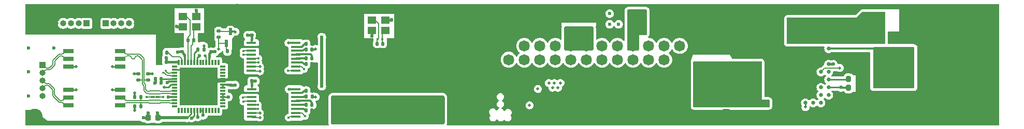
<source format=gbl>
G04 #@! TF.GenerationSoftware,KiCad,Pcbnew,(6.0.7)*
G04 #@! TF.CreationDate,2022-08-09T16:52:42+03:00*
G04 #@! TF.ProjectId,dock_rs232,646f636b-5f72-4733-9233-322e6b696361,rev?*
G04 #@! TF.SameCoordinates,Original*
G04 #@! TF.FileFunction,Copper,L4,Bot*
G04 #@! TF.FilePolarity,Positive*
%FSLAX46Y46*%
G04 Gerber Fmt 4.6, Leading zero omitted, Abs format (unit mm)*
G04 Created by KiCad (PCBNEW (6.0.7)) date 2022-08-09 16:52:42*
%MOMM*%
%LPD*%
G01*
G04 APERTURE LIST*
G04 Aperture macros list*
%AMRoundRect*
0 Rectangle with rounded corners*
0 $1 Rounding radius*
0 $2 $3 $4 $5 $6 $7 $8 $9 X,Y pos of 4 corners*
0 Add a 4 corners polygon primitive as box body*
4,1,4,$2,$3,$4,$5,$6,$7,$8,$9,$2,$3,0*
0 Add four circle primitives for the rounded corners*
1,1,$1+$1,$2,$3*
1,1,$1+$1,$4,$5*
1,1,$1+$1,$6,$7*
1,1,$1+$1,$8,$9*
0 Add four rect primitives between the rounded corners*
20,1,$1+$1,$2,$3,$4,$5,0*
20,1,$1+$1,$4,$5,$6,$7,0*
20,1,$1+$1,$6,$7,$8,$9,0*
20,1,$1+$1,$8,$9,$2,$3,0*%
G04 Aperture macros list end*
G04 #@! TA.AperFunction,ComponentPad*
%ADD10C,2.600000*%
G04 #@! TD*
G04 #@! TA.AperFunction,ComponentPad*
%ADD11R,1.000000X1.000000*%
G04 #@! TD*
G04 #@! TA.AperFunction,ComponentPad*
%ADD12O,1.000000X1.000000*%
G04 #@! TD*
G04 #@! TA.AperFunction,ComponentPad*
%ADD13C,1.820000*%
G04 #@! TD*
G04 #@! TA.AperFunction,ComponentPad*
%ADD14R,3.000000X3.000000*%
G04 #@! TD*
G04 #@! TA.AperFunction,ConnectorPad*
%ADD15C,9.000000*%
G04 #@! TD*
G04 #@! TA.AperFunction,ComponentPad*
%ADD16C,5.800000*%
G04 #@! TD*
G04 #@! TA.AperFunction,SMDPad,CuDef*
%ADD17RoundRect,0.140000X0.140000X0.170000X-0.140000X0.170000X-0.140000X-0.170000X0.140000X-0.170000X0*%
G04 #@! TD*
G04 #@! TA.AperFunction,SMDPad,CuDef*
%ADD18C,0.635000*%
G04 #@! TD*
G04 #@! TA.AperFunction,SMDPad,CuDef*
%ADD19R,0.675000X0.250000*%
G04 #@! TD*
G04 #@! TA.AperFunction,SMDPad,CuDef*
%ADD20R,0.775000X0.400000*%
G04 #@! TD*
G04 #@! TA.AperFunction,SMDPad,CuDef*
%ADD21RoundRect,0.250000X-1.100000X0.325000X-1.100000X-0.325000X1.100000X-0.325000X1.100000X0.325000X0*%
G04 #@! TD*
G04 #@! TA.AperFunction,SMDPad,CuDef*
%ADD22RoundRect,0.200000X-0.200000X-0.275000X0.200000X-0.275000X0.200000X0.275000X-0.200000X0.275000X0*%
G04 #@! TD*
G04 #@! TA.AperFunction,SMDPad,CuDef*
%ADD23R,6.000000X4.000000*%
G04 #@! TD*
G04 #@! TA.AperFunction,SMDPad,CuDef*
%ADD24RoundRect,0.140000X-0.170000X0.140000X-0.170000X-0.140000X0.170000X-0.140000X0.170000X0.140000X0*%
G04 #@! TD*
G04 #@! TA.AperFunction,SMDPad,CuDef*
%ADD25RoundRect,0.140000X-0.140000X-0.170000X0.140000X-0.170000X0.140000X0.170000X-0.140000X0.170000X0*%
G04 #@! TD*
G04 #@! TA.AperFunction,SMDPad,CuDef*
%ADD26RoundRect,0.250000X-0.250000X-0.475000X0.250000X-0.475000X0.250000X0.475000X-0.250000X0.475000X0*%
G04 #@! TD*
G04 #@! TA.AperFunction,SMDPad,CuDef*
%ADD27RoundRect,0.250000X-0.475000X0.250000X-0.475000X-0.250000X0.475000X-0.250000X0.475000X0.250000X0*%
G04 #@! TD*
G04 #@! TA.AperFunction,SMDPad,CuDef*
%ADD28R,1.715000X0.760000*%
G04 #@! TD*
G04 #@! TA.AperFunction,SMDPad,CuDef*
%ADD29RoundRect,0.135000X0.185000X-0.135000X0.185000X0.135000X-0.185000X0.135000X-0.185000X-0.135000X0*%
G04 #@! TD*
G04 #@! TA.AperFunction,SMDPad,CuDef*
%ADD30R,1.400000X1.200000*%
G04 #@! TD*
G04 #@! TA.AperFunction,SMDPad,CuDef*
%ADD31RoundRect,0.218750X0.218750X0.256250X-0.218750X0.256250X-0.218750X-0.256250X0.218750X-0.256250X0*%
G04 #@! TD*
G04 #@! TA.AperFunction,SMDPad,CuDef*
%ADD32R,2.350000X2.450000*%
G04 #@! TD*
G04 #@! TA.AperFunction,SMDPad,CuDef*
%ADD33RoundRect,0.200000X0.200000X0.275000X-0.200000X0.275000X-0.200000X-0.275000X0.200000X-0.275000X0*%
G04 #@! TD*
G04 #@! TA.AperFunction,SMDPad,CuDef*
%ADD34RoundRect,0.135000X0.135000X0.185000X-0.135000X0.185000X-0.135000X-0.185000X0.135000X-0.185000X0*%
G04 #@! TD*
G04 #@! TA.AperFunction,SMDPad,CuDef*
%ADD35RoundRect,0.225000X-0.250000X0.225000X-0.250000X-0.225000X0.250000X-0.225000X0.250000X0.225000X0*%
G04 #@! TD*
G04 #@! TA.AperFunction,SMDPad,CuDef*
%ADD36R,0.900000X0.300000*%
G04 #@! TD*
G04 #@! TA.AperFunction,SMDPad,CuDef*
%ADD37R,0.300000X0.900000*%
G04 #@! TD*
G04 #@! TA.AperFunction,SMDPad,CuDef*
%ADD38R,6.000000X6.000000*%
G04 #@! TD*
G04 #@! TA.AperFunction,SMDPad,CuDef*
%ADD39R,0.500000X1.150000*%
G04 #@! TD*
G04 #@! TA.AperFunction,SMDPad,CuDef*
%ADD40RoundRect,0.135000X-0.135000X-0.185000X0.135000X-0.185000X0.135000X0.185000X-0.135000X0.185000X0*%
G04 #@! TD*
G04 #@! TA.AperFunction,SMDPad,CuDef*
%ADD41R,1.639799X0.431000*%
G04 #@! TD*
G04 #@! TA.AperFunction,SMDPad,CuDef*
%ADD42R,1.300000X1.200000*%
G04 #@! TD*
G04 #@! TA.AperFunction,ViaPad*
%ADD43C,0.600000*%
G04 #@! TD*
G04 #@! TA.AperFunction,ViaPad*
%ADD44C,0.400000*%
G04 #@! TD*
G04 #@! TA.AperFunction,ViaPad*
%ADD45C,0.500000*%
G04 #@! TD*
G04 #@! TA.AperFunction,ViaPad*
%ADD46C,1.000000*%
G04 #@! TD*
G04 #@! TA.AperFunction,ViaPad*
%ADD47C,0.350000*%
G04 #@! TD*
G04 #@! TA.AperFunction,Conductor*
%ADD48C,0.209700*%
G04 #@! TD*
G04 #@! TA.AperFunction,Conductor*
%ADD49C,0.450000*%
G04 #@! TD*
G04 #@! TA.AperFunction,Conductor*
%ADD50C,0.250000*%
G04 #@! TD*
G04 #@! TA.AperFunction,Conductor*
%ADD51C,0.300000*%
G04 #@! TD*
G04 #@! TA.AperFunction,Conductor*
%ADD52C,0.200000*%
G04 #@! TD*
G04 #@! TA.AperFunction,Conductor*
%ADD53C,0.150000*%
G04 #@! TD*
G04 #@! TA.AperFunction,Conductor*
%ADD54C,0.500000*%
G04 #@! TD*
G04 #@! TA.AperFunction,Conductor*
%ADD55C,0.152400*%
G04 #@! TD*
G04 #@! TA.AperFunction,Conductor*
%ADD56C,0.350000*%
G04 #@! TD*
G04 APERTURE END LIST*
D10*
X216105919Y-113833157D03*
X329105919Y-113833157D03*
D11*
X227700919Y-98512354D03*
D12*
X228970919Y-98512354D03*
X230240919Y-98512354D03*
X231510919Y-98512354D03*
X232780919Y-98512354D03*
D13*
X308812574Y-102210511D03*
X301186952Y-102210511D03*
D14*
X356655919Y-106667354D03*
D13*
X303726488Y-102210511D03*
X306272031Y-102210511D03*
X316417530Y-102210511D03*
X303726488Y-104460511D03*
X308812574Y-104460511D03*
D10*
X372105919Y-113833157D03*
D13*
X311350317Y-104460511D03*
X318956856Y-102210511D03*
D14*
X325505919Y-110117354D03*
D13*
X311350317Y-102210511D03*
X296102314Y-102210511D03*
X321495567Y-102210511D03*
X298645299Y-102210511D03*
D10*
X285105919Y-96717354D03*
D13*
X298645299Y-104460511D03*
X301186952Y-104460511D03*
X296102314Y-104460511D03*
X293557740Y-104460511D03*
X316417530Y-104460511D03*
X318956856Y-104460511D03*
D11*
X224550919Y-98512354D03*
D12*
X223280919Y-98512354D03*
X222010919Y-98512354D03*
X220740919Y-98512354D03*
X219470919Y-98512354D03*
D13*
X313869822Y-104460511D03*
X313869822Y-102210511D03*
X293557740Y-102210511D03*
D10*
X372105919Y-96717354D03*
D13*
X321495567Y-104460511D03*
D10*
X285105919Y-113833157D03*
D13*
X306272031Y-104460511D03*
D15*
X366925919Y-103687354D03*
D16*
X366925919Y-103687354D03*
D11*
X217365919Y-105337354D03*
D12*
X217365919Y-106607354D03*
X217365919Y-107877354D03*
X217365919Y-109147354D03*
X217365919Y-110417354D03*
D10*
X329105919Y-96717354D03*
X216105919Y-96717354D03*
D17*
X261405919Y-105207354D03*
X260445919Y-105207354D03*
D18*
X345855919Y-98867354D03*
X344585919Y-98867354D03*
X343315919Y-98867354D03*
X342045919Y-98867354D03*
X340775919Y-98867354D03*
X339505919Y-98867354D03*
X338235919Y-98867354D03*
X336965919Y-98867354D03*
X335695919Y-98867354D03*
X334425919Y-98867354D03*
X333155919Y-98867354D03*
X345855919Y-100137354D03*
X344585919Y-100137354D03*
X343315919Y-100137354D03*
X342045919Y-100137354D03*
X340775919Y-100137354D03*
X339505919Y-100137354D03*
X338235919Y-100137354D03*
X336965919Y-100137354D03*
X335695919Y-100137354D03*
X334425919Y-100137354D03*
X333155919Y-100137354D03*
X345855919Y-101407354D03*
X344585919Y-101407354D03*
X343315919Y-101407354D03*
X342045919Y-101407354D03*
X340775919Y-101407354D03*
X339505919Y-101407354D03*
X338235919Y-101407354D03*
X336965919Y-101407354D03*
X335695919Y-101407354D03*
X334425919Y-101407354D03*
X333155919Y-101407354D03*
X345855919Y-102677354D03*
X344585919Y-102677354D03*
X343315919Y-102677354D03*
X342045919Y-102677354D03*
X340775919Y-102677354D03*
X339505919Y-102677354D03*
X338235919Y-102677354D03*
X336965919Y-102677354D03*
X335695919Y-102677354D03*
X334425919Y-102677354D03*
X333155919Y-102677354D03*
X345855919Y-103947354D03*
X344585919Y-103947354D03*
X343315919Y-103947354D03*
X342045919Y-103947354D03*
X340775919Y-103947354D03*
X339505919Y-103947354D03*
X338235919Y-103947354D03*
X336965919Y-103947354D03*
X335695919Y-103947354D03*
X334425919Y-103947354D03*
X333155919Y-103947354D03*
X345855919Y-105217354D03*
X344585919Y-105217354D03*
X343315919Y-105217354D03*
X342045919Y-105217354D03*
X340775919Y-105217354D03*
X339505919Y-105217354D03*
X338235919Y-105217354D03*
X336965919Y-105217354D03*
X335695919Y-105217354D03*
X334425919Y-105217354D03*
X333155919Y-105217354D03*
X345855919Y-106487354D03*
X344585919Y-106487354D03*
X343315919Y-106487354D03*
X342045919Y-106487354D03*
X340775919Y-106487354D03*
X339505919Y-106487354D03*
X338235919Y-106487354D03*
X336965919Y-106487354D03*
X335695919Y-106487354D03*
X334425919Y-106487354D03*
X333155919Y-106487354D03*
X345855919Y-107757354D03*
X344585919Y-107757354D03*
X343315919Y-107757354D03*
X342045919Y-107757354D03*
X340775919Y-107757354D03*
X339505919Y-107757354D03*
X338235919Y-107757354D03*
X336965919Y-107757354D03*
X335695919Y-107757354D03*
X334425919Y-107757354D03*
X333155919Y-107757354D03*
X345855919Y-109027354D03*
X344585919Y-109027354D03*
X343315919Y-109027354D03*
X342045919Y-109027354D03*
X340775919Y-109027354D03*
X339505919Y-109027354D03*
X338235919Y-109027354D03*
X336965919Y-109027354D03*
X335695919Y-109027354D03*
X334425919Y-109027354D03*
X333155919Y-109027354D03*
X345855919Y-110297354D03*
X344585919Y-110297354D03*
X343315919Y-110297354D03*
X342045919Y-110297354D03*
X340775919Y-110297354D03*
X339505919Y-110297354D03*
X338235919Y-110297354D03*
X336965919Y-110297354D03*
X335695919Y-110297354D03*
X334425919Y-110297354D03*
X333155919Y-110297354D03*
X345855919Y-111567354D03*
X344585919Y-111567354D03*
X343315919Y-111567354D03*
X342045919Y-111567354D03*
X340775919Y-111567354D03*
X339505919Y-111567354D03*
X338235919Y-111567354D03*
X336965919Y-111567354D03*
X335695919Y-111567354D03*
X334425919Y-111567354D03*
X333155919Y-111567354D03*
D19*
X236176419Y-109592354D03*
X236176419Y-110092354D03*
D20*
X236126419Y-110592354D03*
D19*
X236176419Y-111092354D03*
X236176419Y-111592354D03*
X235301419Y-111592354D03*
X235301419Y-111092354D03*
D20*
X235351419Y-110592354D03*
D19*
X235301419Y-110092354D03*
X235301419Y-109592354D03*
D21*
X325055919Y-102917354D03*
X325055919Y-105867354D03*
D22*
X349090919Y-107607354D03*
X350740919Y-107607354D03*
D23*
X366980919Y-98617354D03*
D24*
X248155919Y-107657354D03*
X248155919Y-108617354D03*
D25*
X271105919Y-101857354D03*
X272065919Y-101857354D03*
D24*
X244915919Y-102222354D03*
X244915919Y-103182354D03*
D17*
X261395919Y-104247354D03*
X260435919Y-104247354D03*
D25*
X235770919Y-107662354D03*
X236730919Y-107662354D03*
D26*
X351905919Y-104867354D03*
X353805919Y-104867354D03*
D27*
X349195919Y-96357354D03*
X349195919Y-98257354D03*
D28*
X230023919Y-103077354D03*
X230023919Y-104347354D03*
X230023919Y-105617354D03*
X230023919Y-109427354D03*
X230023919Y-110697354D03*
X230023919Y-111967354D03*
X221577919Y-111967354D03*
X221577919Y-110697354D03*
X221577919Y-109427354D03*
X221577919Y-105617354D03*
X221577919Y-104347354D03*
X221577919Y-103077354D03*
D29*
X246130919Y-100802354D03*
X246130919Y-99782354D03*
D30*
X242515919Y-99097354D03*
X240315919Y-99097354D03*
X240315919Y-97397354D03*
X242515919Y-97397354D03*
D25*
X260465919Y-110537354D03*
X261425919Y-110537354D03*
D31*
X236218419Y-114002354D03*
X234643419Y-114002354D03*
D25*
X250575919Y-107967354D03*
X251535919Y-107967354D03*
D24*
X251505919Y-99487354D03*
X251505919Y-100447354D03*
X240070919Y-102212354D03*
X240070919Y-103172354D03*
D17*
X273935919Y-101847354D03*
X272975919Y-101847354D03*
X261410919Y-101867354D03*
X260450919Y-101867354D03*
D32*
X352505919Y-97917354D03*
X358705919Y-97917354D03*
D29*
X233000919Y-107812354D03*
X233000919Y-106792354D03*
D17*
X248510919Y-103102354D03*
X247550919Y-103102354D03*
X261415919Y-109567354D03*
X260455919Y-109567354D03*
D25*
X236630919Y-104802354D03*
X237590919Y-104802354D03*
D17*
X261405919Y-111887354D03*
X260445919Y-111887354D03*
D33*
X350740919Y-109107354D03*
X349090919Y-109107354D03*
D17*
X261405919Y-112837354D03*
X260445919Y-112837354D03*
D34*
X233415919Y-112112354D03*
X232395919Y-112112354D03*
D35*
X304355919Y-97892354D03*
X304355919Y-99442354D03*
D30*
X273385919Y-99657354D03*
X271185919Y-99657354D03*
X271185919Y-97957354D03*
X273385919Y-97957354D03*
D17*
X243025919Y-101257354D03*
X242065919Y-101257354D03*
D25*
X240180919Y-101257354D03*
X241140919Y-101257354D03*
X260445919Y-102842354D03*
X261405919Y-102842354D03*
D36*
X238925919Y-112097354D03*
X238925919Y-111597354D03*
X238925919Y-111097354D03*
X238925919Y-110597354D03*
X238925919Y-110097354D03*
X238925919Y-109597354D03*
X238925919Y-109097354D03*
X238925919Y-108597354D03*
X238925919Y-108097354D03*
X238925919Y-107597354D03*
X238925919Y-107097354D03*
X238925919Y-106597354D03*
X238925919Y-106097354D03*
X238925919Y-105597354D03*
D37*
X239625919Y-104897354D03*
X240125919Y-104897354D03*
X240625919Y-104897354D03*
X241125919Y-104897354D03*
X241625919Y-104897354D03*
X242125919Y-104897354D03*
X242625919Y-104897354D03*
X243125919Y-104897354D03*
X243625919Y-104897354D03*
X244125919Y-104897354D03*
X244625919Y-104897354D03*
X245125919Y-104897354D03*
X245625919Y-104897354D03*
X246125919Y-104897354D03*
D36*
X246825919Y-105597354D03*
X246825919Y-106097354D03*
X246825919Y-106597354D03*
X246825919Y-107097354D03*
X246825919Y-107597354D03*
X246825919Y-108097354D03*
X246825919Y-108597354D03*
X246825919Y-109097354D03*
X246825919Y-109597354D03*
X246825919Y-110097354D03*
X246825919Y-110597354D03*
X246825919Y-111097354D03*
X246825919Y-111597354D03*
X246825919Y-112097354D03*
D37*
X246125919Y-112797354D03*
X245625919Y-112797354D03*
X245125919Y-112797354D03*
X244625919Y-112797354D03*
X244125919Y-112797354D03*
X243625919Y-112797354D03*
X243125919Y-112797354D03*
X242625919Y-112797354D03*
X242125919Y-112797354D03*
X241625919Y-112797354D03*
X241125919Y-112797354D03*
X240625919Y-112797354D03*
X240125919Y-112797354D03*
X239625919Y-112797354D03*
D38*
X242875919Y-108847354D03*
D21*
X328330919Y-102917354D03*
X328330919Y-105867354D03*
D39*
X248690919Y-101762354D03*
X247390919Y-101762354D03*
X248040919Y-99862354D03*
D40*
X236610919Y-103302354D03*
X237630919Y-103302354D03*
D41*
X258748119Y-101712355D03*
X258748119Y-102362353D03*
X258748119Y-103012355D03*
X258748119Y-103662353D03*
X258748119Y-104312352D03*
X258748119Y-104962353D03*
X258748119Y-105612352D03*
X258748119Y-106262353D03*
X251483719Y-106262353D03*
X251483719Y-105612355D03*
X251483719Y-104962353D03*
X251483719Y-104312355D03*
X251483719Y-103662356D03*
X251483719Y-103012355D03*
X251483719Y-102362356D03*
X251483719Y-101712355D03*
D35*
X305855919Y-97892354D03*
X305855919Y-99442354D03*
D40*
X242725919Y-102827354D03*
X243745919Y-102827354D03*
D34*
X233450919Y-110572354D03*
X232430919Y-110572354D03*
D42*
X354105919Y-101317354D03*
X354105919Y-103017354D03*
D41*
X258769019Y-109294855D03*
X258769019Y-109944853D03*
X258769019Y-110594855D03*
X258769019Y-111244853D03*
X258769019Y-111894852D03*
X258769019Y-112544853D03*
X258769019Y-113194852D03*
X258769019Y-113844853D03*
X251504619Y-113844853D03*
X251504619Y-113194855D03*
X251504619Y-112544853D03*
X251504619Y-111894855D03*
X251504619Y-111244856D03*
X251504619Y-110594855D03*
X251504619Y-109944856D03*
X251504619Y-109294855D03*
D29*
X234590919Y-107812354D03*
X234590919Y-106792354D03*
D43*
X263180919Y-114617354D03*
D44*
X336355919Y-100867354D03*
D43*
X271411722Y-105137354D03*
D44*
X340105919Y-104617354D03*
D43*
X365105919Y-114617354D03*
X267191722Y-95717354D03*
D44*
X341355919Y-104617354D03*
D43*
X240535919Y-111187354D03*
D44*
X335105919Y-100867354D03*
D43*
X249905919Y-107967354D03*
D44*
X336355919Y-107117354D03*
X337605919Y-105867354D03*
X336355919Y-105867354D03*
X340105919Y-103367354D03*
X337605919Y-102117354D03*
D43*
X308855919Y-107617354D03*
X348105919Y-114617354D03*
X373055919Y-107817354D03*
X225855919Y-95667354D03*
D44*
X341355919Y-105867354D03*
X338855919Y-107117354D03*
X337605919Y-103367354D03*
X343855919Y-104617354D03*
X337605919Y-99617354D03*
X342605919Y-109617354D03*
D43*
X242180919Y-106517354D03*
X274271722Y-105137354D03*
X304255919Y-114617354D03*
D44*
X337605919Y-100867354D03*
D43*
X224105919Y-114867354D03*
X253055919Y-102367354D03*
X347855919Y-96367354D03*
X245355919Y-108092354D03*
X245330919Y-109567354D03*
X365105919Y-95667354D03*
D44*
X337605919Y-109617354D03*
X341355919Y-109617354D03*
X337605919Y-104617354D03*
X341355919Y-108367354D03*
D43*
X260545919Y-107297354D03*
X242185919Y-109562354D03*
X243780919Y-106517354D03*
X242185919Y-111187354D03*
X252305919Y-99492354D03*
D44*
X342605919Y-107117354D03*
D43*
X232455919Y-114867354D03*
X322430919Y-107667354D03*
D44*
X337605919Y-108367354D03*
D45*
X261415919Y-105777354D03*
D44*
X338855919Y-109617354D03*
D43*
X242210919Y-108087354D03*
X240530919Y-106517354D03*
X279185919Y-95717354D03*
D44*
X338855919Y-103367354D03*
X336355919Y-108367354D03*
X333855919Y-100867354D03*
D43*
X317805919Y-106717354D03*
D44*
X336355919Y-99617354D03*
D43*
X234345919Y-95667354D03*
D44*
X340105919Y-110867354D03*
X335105919Y-99617354D03*
D43*
X240560919Y-108087354D03*
D44*
X337605919Y-110867354D03*
D43*
X271411722Y-108137354D03*
D44*
X333855919Y-99617354D03*
X341355919Y-107117354D03*
D43*
X272871722Y-105137354D03*
D44*
X340105919Y-108367354D03*
X336355919Y-103367354D03*
X342605919Y-108367354D03*
X338855919Y-108367354D03*
X336355919Y-109617354D03*
D43*
X243785919Y-109562354D03*
D44*
X340105919Y-105867354D03*
D43*
X243810919Y-108087354D03*
D44*
X340105919Y-109617354D03*
D43*
X308855919Y-112617354D03*
D45*
X350745919Y-106857354D03*
D43*
X243785919Y-111187354D03*
D44*
X342605919Y-105867354D03*
X333855919Y-102117354D03*
D43*
X272871722Y-106637354D03*
X308855919Y-110117354D03*
D44*
X338855919Y-104617354D03*
X340105919Y-107117354D03*
X335105919Y-102117354D03*
X342605919Y-104617354D03*
X338855919Y-110867354D03*
X335105919Y-103367354D03*
X337605919Y-107117354D03*
D43*
X240535919Y-109562354D03*
D44*
X336355919Y-102117354D03*
D43*
X305885919Y-95637354D03*
X294965919Y-95637354D03*
X259555919Y-107307354D03*
X322130919Y-95817354D03*
X316155919Y-114567354D03*
X318355919Y-96867354D03*
X274271722Y-108137354D03*
D45*
X320475919Y-110987354D03*
D44*
X342605919Y-103367354D03*
D45*
X350765919Y-109897354D03*
D43*
X259545919Y-99237354D03*
X271411722Y-106637354D03*
D44*
X336355919Y-104617354D03*
D43*
X274271722Y-106637354D03*
D44*
X343855919Y-103367354D03*
D43*
X245330919Y-106517354D03*
X325155919Y-101417354D03*
X318355919Y-98367354D03*
X373105919Y-101617354D03*
X337155919Y-114617354D03*
X337155919Y-95667354D03*
D44*
X341355919Y-103367354D03*
X338855919Y-105867354D03*
X333855919Y-103367354D03*
D43*
X253055919Y-109967354D03*
X245330919Y-111192354D03*
D46*
X360605919Y-97867354D03*
D45*
X249165919Y-95567354D03*
D43*
X328355919Y-101417354D03*
X260515919Y-99227354D03*
X272871722Y-108137354D03*
D45*
X243545919Y-101317354D03*
D43*
X273915919Y-102467354D03*
D44*
X237035919Y-110597354D03*
D45*
X239495919Y-102207354D03*
D43*
X248825919Y-107657354D03*
X271185919Y-100567354D03*
X270495919Y-101857354D03*
X239255919Y-98967354D03*
D45*
X236105919Y-104817354D03*
D43*
X274435919Y-97927354D03*
D45*
X261945919Y-112827354D03*
D43*
X235725919Y-108277354D03*
X242505919Y-96367354D03*
D44*
X234355919Y-110587354D03*
D43*
X240955919Y-114017354D03*
X241735919Y-114037354D03*
X236170919Y-113182354D03*
X243625919Y-113597354D03*
X252155919Y-107967354D03*
X245535919Y-103187354D03*
X247730919Y-110592354D03*
X282291722Y-112117354D03*
X264935919Y-113497354D03*
X282291722Y-113217354D03*
X250855919Y-100467354D03*
X264955919Y-112317354D03*
X248825919Y-108617354D03*
D45*
X248840919Y-99892354D03*
X243735919Y-102227354D03*
D43*
X264965919Y-114727354D03*
X282291722Y-110917354D03*
D45*
X300705919Y-109062354D03*
X301605919Y-109062354D03*
D43*
X310055919Y-98667354D03*
X311505919Y-98667354D03*
D45*
X301005919Y-108312354D03*
D43*
X263005919Y-108827354D03*
D45*
X300105919Y-108312354D03*
D43*
X263005919Y-100767354D03*
X310055919Y-96917354D03*
D45*
X302005919Y-108312354D03*
D47*
X237084838Y-106658435D03*
X237477000Y-106266273D03*
D44*
X250215919Y-103037354D03*
X250205919Y-103667354D03*
X257495919Y-106257354D03*
X260105919Y-106047354D03*
X250105919Y-110667354D03*
X250155919Y-111367354D03*
X257575919Y-113957354D03*
X260285919Y-113747354D03*
D45*
X298315919Y-109267354D03*
X296955919Y-111957354D03*
D43*
X314755919Y-96767354D03*
X313855919Y-100867354D03*
X314755919Y-99867354D03*
X314755919Y-98317354D03*
X313555919Y-98817354D03*
D45*
X261985919Y-110577354D03*
X257625919Y-109317354D03*
X252866722Y-113942354D03*
X252866722Y-113217354D03*
D44*
X252580919Y-111892354D03*
X252575919Y-112537354D03*
D45*
X252895919Y-106357354D03*
X252891722Y-105642354D03*
D44*
X252645919Y-104287354D03*
X252645919Y-104947354D03*
D45*
X246145919Y-102727354D03*
X243930919Y-103817354D03*
D43*
X237710919Y-108262354D03*
X237910919Y-110602354D03*
X237570919Y-104172354D03*
D45*
X235250919Y-106802354D03*
D43*
X234640919Y-113222354D03*
D45*
X232350919Y-106802354D03*
D43*
X233870919Y-114012354D03*
D45*
X232430919Y-112782354D03*
X232430919Y-109932354D03*
D43*
X242970919Y-103822354D03*
X242725919Y-113867354D03*
X236730919Y-108272354D03*
D45*
X228755919Y-109417354D03*
X228755919Y-105617354D03*
D43*
X239470919Y-103272354D03*
X219195919Y-102567354D03*
X215035919Y-110437354D03*
X215045919Y-102527354D03*
X215015919Y-106447354D03*
D45*
X261955919Y-102717354D03*
X257555919Y-101717354D03*
X237260919Y-109002354D03*
X222845919Y-109427354D03*
X222845919Y-105617354D03*
D44*
X272875919Y-101117354D03*
X272085919Y-101117354D03*
D46*
X358115919Y-103107354D03*
X355425919Y-103107354D03*
D45*
X347655919Y-105817354D03*
D44*
X349355919Y-100867354D03*
X343855919Y-100867354D03*
X343855919Y-99617354D03*
X353105919Y-99617354D03*
X349355919Y-99617354D03*
X346605919Y-100867354D03*
X342605919Y-99617354D03*
D43*
X350765919Y-101377354D03*
D44*
X345105919Y-100867354D03*
X341355919Y-100867354D03*
X342605919Y-100867354D03*
X353105919Y-100867354D03*
X345105919Y-99617354D03*
X347855919Y-99617354D03*
X347855919Y-100867354D03*
X340105919Y-100867354D03*
X340105919Y-99617354D03*
X346605919Y-99617354D03*
X341355919Y-99617354D03*
X351605919Y-99617354D03*
X351605919Y-100867354D03*
D43*
X346605919Y-105217354D03*
X347865919Y-109027354D03*
D45*
X342055919Y-112242354D03*
D44*
X330605919Y-110867354D03*
X333855919Y-110867354D03*
X328605919Y-110867354D03*
X330605919Y-109617354D03*
X328605919Y-109617354D03*
X332355919Y-107117354D03*
X328605919Y-107117354D03*
X330605919Y-108367354D03*
X332355919Y-109617354D03*
X332355919Y-105867354D03*
X328605919Y-108367354D03*
X326855919Y-107117354D03*
X333855919Y-108417354D03*
X324855919Y-107117354D03*
X330605919Y-107117354D03*
X332355919Y-110867354D03*
X333855919Y-107117354D03*
X330605919Y-105867354D03*
X332355919Y-108367354D03*
X333855919Y-105867354D03*
X333855919Y-109617354D03*
D48*
X237624234Y-106548025D02*
G75*
G03*
X237907054Y-106665204I282866J282825D01*
G01*
X237756154Y-107029535D02*
G75*
G02*
X237473312Y-106912347I46J400035D01*
G01*
D49*
X252305919Y-99492354D02*
X252300919Y-99487354D01*
D50*
X240725919Y-106697354D02*
X242875919Y-108847354D01*
D51*
X236615919Y-104817354D02*
X236630919Y-104802354D01*
X240070919Y-102212354D02*
X240065919Y-102207354D01*
D49*
X273915919Y-101867354D02*
X273935919Y-101847354D01*
D51*
X261405919Y-112837354D02*
X261935919Y-112837354D01*
X350740919Y-106862354D02*
X350745919Y-106857354D01*
X249903421Y-109944856D02*
X249775919Y-109817354D01*
D50*
X240125919Y-106097354D02*
X240725919Y-106697354D01*
D51*
X350740919Y-109872354D02*
X350740919Y-109107354D01*
D49*
X250575919Y-107967354D02*
X249905919Y-107967354D01*
D51*
X249290921Y-102362356D02*
X248690919Y-101762354D01*
D50*
X248095919Y-107597354D02*
X248155919Y-107657354D01*
D52*
X248690919Y-102922354D02*
X248690919Y-101762354D01*
D49*
X270495919Y-101857354D02*
X271105919Y-101857354D01*
X273915919Y-102467354D02*
X273915919Y-101867354D01*
X240315919Y-99097354D02*
X239385919Y-99097354D01*
D53*
X234360919Y-110592354D02*
X234355919Y-110587354D01*
D49*
X235770919Y-108232354D02*
X235770919Y-107662354D01*
D52*
X248510919Y-103102354D02*
X248690919Y-102922354D01*
D51*
X243485919Y-101257354D02*
X243545919Y-101317354D01*
D53*
X237030919Y-110592354D02*
X237035919Y-110597354D01*
X236126419Y-110592354D02*
X237030919Y-110592354D01*
D50*
X243625919Y-108097354D02*
X246825919Y-108097354D01*
D49*
X274405919Y-97957354D02*
X273385919Y-97957354D01*
D51*
X261935919Y-112837354D02*
X261945919Y-112827354D01*
D49*
X274435919Y-97927354D02*
X274405919Y-97957354D01*
X242515919Y-96377354D02*
X242505919Y-96367354D01*
X242515919Y-97397354D02*
X242515919Y-96377354D01*
D51*
X253033421Y-109944856D02*
X253055919Y-109967354D01*
X261405919Y-105767354D02*
X261415919Y-105777354D01*
X240065919Y-102207354D02*
X239495919Y-102207354D01*
D50*
X242875919Y-108847354D02*
X243625919Y-108097354D01*
X246825919Y-107597354D02*
X248095919Y-107597354D01*
X238925919Y-106097354D02*
X240125919Y-106097354D01*
D51*
X243025919Y-101257354D02*
X243485919Y-101257354D01*
D49*
X235725919Y-108277354D02*
X235770919Y-108232354D01*
D53*
X235351419Y-110592354D02*
X234360919Y-110592354D01*
D51*
X251483719Y-102362356D02*
X253050921Y-102362356D01*
X350740919Y-107607354D02*
X350740919Y-106862354D01*
X251504619Y-109944856D02*
X253033421Y-109944856D01*
D50*
X244125919Y-107597354D02*
X242875919Y-108847354D01*
D51*
X261405919Y-105207354D02*
X261405919Y-105767354D01*
D49*
X252300919Y-99487354D02*
X251505919Y-99487354D01*
D51*
X253050921Y-102362356D02*
X253055919Y-102367354D01*
D49*
X271185919Y-100567354D02*
X271185919Y-99657354D01*
X239385919Y-99097354D02*
X239255919Y-98967354D01*
D51*
X350765919Y-109897354D02*
X350740919Y-109872354D01*
D50*
X246825919Y-107597354D02*
X244125919Y-107597354D01*
D49*
X248825919Y-107657354D02*
X248155919Y-107657354D01*
D51*
X251504619Y-109944856D02*
X249903421Y-109944856D01*
X249775919Y-108097354D02*
X249905919Y-107967354D01*
X251483719Y-102362356D02*
X249290921Y-102362356D01*
X249775919Y-109817354D02*
X249775919Y-108097354D01*
X236105919Y-104817354D02*
X236615919Y-104817354D01*
D50*
X246825919Y-110597354D02*
X247725919Y-110597354D01*
D49*
X250875919Y-100447354D02*
X250855919Y-100467354D01*
D50*
X243625919Y-113597354D02*
X243625919Y-112797354D01*
D51*
X243745919Y-102237354D02*
X243745919Y-102827354D01*
D49*
X236218419Y-114002354D02*
X236170919Y-113954854D01*
X251505919Y-100447354D02*
X250875919Y-100447354D01*
D50*
X240955919Y-114017354D02*
X240975919Y-114017354D01*
D51*
X246825919Y-108597354D02*
X247565919Y-108597354D01*
X243735919Y-102227354D02*
X243745919Y-102237354D01*
X248040919Y-99862354D02*
X248810919Y-99862354D01*
D50*
X251483719Y-101712355D02*
X251483719Y-101239554D01*
D49*
X244915919Y-103182354D02*
X245530919Y-103182354D01*
D50*
X246825919Y-109097354D02*
X246825919Y-108597354D01*
D49*
X251505919Y-107997354D02*
X251505919Y-108717354D01*
X236170919Y-113954854D02*
X236170919Y-113182354D01*
X244915919Y-103182354D02*
X244620919Y-103477354D01*
X244620919Y-103477354D02*
X244620919Y-104052354D01*
D50*
X251504619Y-109294855D02*
X251504619Y-108718654D01*
X251504619Y-108718654D02*
X251505919Y-108717354D01*
D54*
X240955919Y-114017354D02*
X240950919Y-114022354D01*
D49*
X248140919Y-108602354D02*
X247570919Y-108602354D01*
D50*
X246825919Y-111097354D02*
X246825919Y-110597354D01*
X246825919Y-110097354D02*
X246825919Y-110597354D01*
D52*
X248040919Y-99862354D02*
X246210919Y-99862354D01*
D50*
X240975919Y-114017354D02*
X241625919Y-113367354D01*
X251483719Y-101239554D02*
X251505919Y-101217354D01*
X243125919Y-112797354D02*
X243625919Y-112797354D01*
D49*
X248155919Y-108617354D02*
X248140919Y-108602354D01*
X245530919Y-103182354D02*
X245535919Y-103187354D01*
D50*
X241735919Y-114037354D02*
X242125919Y-113647354D01*
D51*
X248810919Y-99862354D02*
X248840919Y-99892354D01*
D54*
X236238419Y-114022354D02*
X236218419Y-114002354D01*
D51*
X247565919Y-108597354D02*
X247570919Y-108602354D01*
X244625919Y-104057354D02*
X244620919Y-104052354D01*
D50*
X247725919Y-110597354D02*
X247730919Y-110592354D01*
X242125919Y-113647354D02*
X242125919Y-112797354D01*
D49*
X248825919Y-108617354D02*
X248155919Y-108617354D01*
D51*
X244625919Y-104897354D02*
X244625919Y-104057354D01*
D50*
X241625919Y-113367354D02*
X241625919Y-112797354D01*
D54*
X240950919Y-114022354D02*
X236238419Y-114022354D01*
D49*
X251535919Y-107967354D02*
X251505919Y-107997354D01*
X251505919Y-100447354D02*
X251505919Y-101217354D01*
D52*
X246210919Y-99862354D02*
X246130919Y-99782354D01*
D49*
X251535919Y-107967354D02*
X252155919Y-107967354D01*
D54*
X263005919Y-108562354D02*
X262995919Y-108552354D01*
X263005919Y-108827354D02*
X263005919Y-108562354D01*
X262995919Y-100777354D02*
X263005919Y-100767354D01*
X262995919Y-108552354D02*
X262995919Y-100777354D01*
D48*
X238250918Y-107097354D02*
X238183068Y-107029504D01*
X238925919Y-107097354D02*
X238250918Y-107097354D01*
X238183068Y-107029504D02*
X237756154Y-107029504D01*
X237219400Y-106658435D02*
X237473312Y-106912347D01*
X237084838Y-106658435D02*
X237219400Y-106658435D01*
X238183068Y-106665204D02*
X237907054Y-106665204D01*
X237477000Y-106266273D02*
X237477000Y-106400835D01*
X238925919Y-106597354D02*
X238250918Y-106597354D01*
X238250918Y-106597354D02*
X238183068Y-106665204D01*
X237477000Y-106400835D02*
X237624212Y-106548047D01*
D52*
X250215919Y-103037354D02*
X250240918Y-103012355D01*
X250240918Y-103012355D02*
X251483719Y-103012355D01*
X250210917Y-103662356D02*
X251483719Y-103662356D01*
X250205919Y-103667354D02*
X250210917Y-103662356D01*
X257500918Y-106262353D02*
X257495919Y-106257354D01*
X258748119Y-106262353D02*
X257500918Y-106262353D01*
X260105919Y-106047354D02*
X259670917Y-105612352D01*
X259670917Y-105612352D02*
X258748119Y-105612352D01*
X251504619Y-110594855D02*
X250178418Y-110594855D01*
X250178418Y-110594855D02*
X250105919Y-110667354D01*
X251504619Y-111244856D02*
X250278417Y-111244856D01*
X250278417Y-111244856D02*
X250155919Y-111367354D01*
X257688420Y-113844853D02*
X257575919Y-113957354D01*
X258769019Y-113844853D02*
X257688420Y-113844853D01*
X259733417Y-113194852D02*
X258769019Y-113194852D01*
X260285919Y-113747354D02*
X259733417Y-113194852D01*
D51*
X260465919Y-110537354D02*
X260120921Y-110537354D01*
X260063420Y-110594855D02*
X258769019Y-110594855D01*
X260120921Y-110537354D02*
X260063420Y-110594855D01*
X261985919Y-110577354D02*
X261465919Y-110577354D01*
X261465919Y-110577354D02*
X261425919Y-110537354D01*
X257625919Y-109317354D02*
X258746520Y-109317354D01*
X258746520Y-109317354D02*
X258769019Y-109294855D01*
X260305919Y-112837354D02*
X260013418Y-112544853D01*
X260445919Y-112837354D02*
X260305919Y-112837354D01*
X260013418Y-112544853D02*
X258769019Y-112544853D01*
D52*
X251602120Y-113942354D02*
X251504619Y-113844853D01*
X252866722Y-113942354D02*
X251602120Y-113942354D01*
X252866722Y-113217354D02*
X251527118Y-113217354D01*
X251527118Y-113217354D02*
X251504619Y-113194855D01*
X251507120Y-111892354D02*
X251504619Y-111894855D01*
X252580919Y-111892354D02*
X251507120Y-111892354D01*
X251504619Y-112544853D02*
X252568420Y-112544853D01*
X252568420Y-112544853D02*
X252575919Y-112537354D01*
X251578720Y-106357354D02*
X251483719Y-106262353D01*
X252895919Y-106357354D02*
X251578720Y-106357354D01*
X251513718Y-105642354D02*
X251483719Y-105612355D01*
X252891722Y-105642354D02*
X251513718Y-105642354D01*
X252645919Y-104287354D02*
X251508720Y-104287354D01*
X251508720Y-104287354D02*
X251483719Y-104312355D01*
X252630920Y-104962353D02*
X251483719Y-104962353D01*
X252645919Y-104947354D02*
X252630920Y-104962353D01*
D51*
X258771520Y-109947354D02*
X258769019Y-109944853D01*
X260165919Y-109567354D02*
X259785919Y-109947354D01*
X259785919Y-109947354D02*
X258771520Y-109947354D01*
X260455919Y-109567354D02*
X260165919Y-109567354D01*
X261405919Y-111487354D02*
X261135919Y-111217354D01*
X261405919Y-111887354D02*
X261405919Y-111487354D01*
X261135919Y-111217354D02*
X258796518Y-111217354D01*
X258796518Y-111217354D02*
X258769019Y-111244853D01*
X258776517Y-111887354D02*
X258769019Y-111894852D01*
X260445919Y-111887354D02*
X258776517Y-111887354D01*
D52*
X244125919Y-104012354D02*
X244125919Y-104897354D01*
X247390919Y-101762354D02*
X246180919Y-101762354D01*
X246145919Y-102727354D02*
X246120919Y-102702354D01*
X246120919Y-101822354D02*
X246120919Y-100812354D01*
X246120919Y-102702354D02*
X246120919Y-101822354D01*
X246120919Y-100812354D02*
X246130919Y-100802354D01*
X247390919Y-102942354D02*
X247550919Y-103102354D01*
X243930919Y-103817354D02*
X244125919Y-104012354D01*
X246180919Y-101762354D02*
X246120919Y-101822354D01*
X247390919Y-101762354D02*
X247390919Y-102942354D01*
D51*
X237710919Y-108262354D02*
X237875919Y-108097354D01*
D49*
X237660919Y-104872354D02*
X237590919Y-104802354D01*
D51*
X235240919Y-106792354D02*
X235250919Y-106802354D01*
X232360919Y-106792354D02*
X232350919Y-106802354D01*
X232430919Y-110572354D02*
X232430919Y-109932354D01*
X238925919Y-110597354D02*
X237915919Y-110597354D01*
X237915919Y-110597354D02*
X237910919Y-110602354D01*
X232430919Y-112147354D02*
X232430919Y-112782354D01*
X232395919Y-112112354D02*
X232430919Y-112147354D01*
X233000919Y-106792354D02*
X232360919Y-106792354D01*
D49*
X234643419Y-114002354D02*
X233880919Y-114002354D01*
X233880919Y-114002354D02*
X233870919Y-114012354D01*
X239230919Y-104872354D02*
X237660919Y-104872354D01*
X234643419Y-114002354D02*
X234643419Y-113224854D01*
D51*
X237875919Y-108097354D02*
X238925919Y-108097354D01*
D49*
X234643419Y-113224854D02*
X234640919Y-113222354D01*
D51*
X234590919Y-106792354D02*
X235240919Y-106792354D01*
X239255919Y-104897354D02*
X239625919Y-104897354D01*
D49*
X237590919Y-104802354D02*
X237590919Y-104192354D01*
X237590919Y-104192354D02*
X237570919Y-104172354D01*
D51*
X239230919Y-104872354D02*
X239255919Y-104897354D01*
D50*
X242625919Y-104897354D02*
X242625919Y-104291618D01*
X242725919Y-113867354D02*
X242713787Y-113855222D01*
X242625919Y-113643090D02*
X242625919Y-112797354D01*
X242713787Y-104079486D02*
X242970919Y-103822354D01*
X242713782Y-104079481D02*
G75*
G03*
X242625919Y-104291618I212118J-212119D01*
G01*
X242625921Y-113643090D02*
G75*
G03*
X242713787Y-113855222I299979J-10D01*
G01*
D49*
X236730919Y-108272354D02*
X236730919Y-107662354D01*
D50*
X236795919Y-107597354D02*
X238925919Y-107597354D01*
X236730919Y-107662354D02*
X236795919Y-107597354D01*
X228755919Y-109417354D02*
X230013919Y-109417354D01*
X230013919Y-109417354D02*
X230023919Y-109427354D01*
X230023919Y-105617354D02*
X228755919Y-105617354D01*
D51*
X240625919Y-104897354D02*
X240625919Y-103967354D01*
D49*
X239570919Y-103172354D02*
X240070919Y-103172354D01*
X240520919Y-103622354D02*
X240520919Y-103862354D01*
D51*
X240625919Y-103967354D02*
X240520919Y-103862354D01*
D49*
X239470919Y-103272354D02*
X239570919Y-103172354D01*
X240070919Y-103172354D02*
X240520919Y-103622354D01*
D51*
X260055919Y-102842354D02*
X259885918Y-103012355D01*
X260445919Y-102842354D02*
X260055919Y-102842354D01*
X259885918Y-103012355D02*
X258748119Y-103012355D01*
X261830919Y-102842354D02*
X261405919Y-102842354D01*
X257555919Y-101717354D02*
X257560918Y-101712355D01*
X257560918Y-101712355D02*
X258748119Y-101712355D01*
X261955919Y-102717354D02*
X261830919Y-102842354D01*
X258748119Y-104962353D02*
X259860918Y-104962353D01*
X259860918Y-104962353D02*
X260105919Y-105207354D01*
X260105919Y-105207354D02*
X260445919Y-105207354D01*
X260215919Y-101867354D02*
X260450919Y-101867354D01*
X258748119Y-102362353D02*
X259720920Y-102362353D01*
X259720920Y-102362353D02*
X260215919Y-101867354D01*
X258813118Y-103597354D02*
X258748119Y-103662353D01*
X261395919Y-103827354D02*
X261165919Y-103597354D01*
X261395919Y-104247354D02*
X261395919Y-103827354D01*
X261165919Y-103597354D02*
X258813118Y-103597354D01*
X260435919Y-104247354D02*
X258813117Y-104247354D01*
X258813117Y-104247354D02*
X258748119Y-104312352D01*
D50*
X237900919Y-109002354D02*
X238305919Y-108597354D01*
X238305919Y-108597354D02*
X238925919Y-108597354D01*
X237260919Y-109002354D02*
X237900919Y-109002354D01*
D52*
X240125919Y-104897354D02*
X240125919Y-104327354D01*
X238585919Y-103952354D02*
X237935919Y-103302354D01*
X240125919Y-104327354D02*
X239750919Y-103952354D01*
X237935919Y-103302354D02*
X237630919Y-103302354D01*
X239750919Y-103952354D02*
X238585919Y-103952354D01*
D50*
X242125919Y-103427354D02*
X242125919Y-104897354D01*
X242725919Y-102827354D02*
X242125919Y-103427354D01*
D55*
X217760650Y-105732085D02*
X217365919Y-105337354D01*
X221012551Y-103165222D02*
X220705687Y-103472086D01*
X219033519Y-104688490D02*
X219033519Y-105119962D01*
X219949923Y-103647822D02*
X219121387Y-104476358D01*
X220493555Y-103559954D02*
X220162055Y-103559954D01*
X218945651Y-105332094D02*
X218545660Y-105732085D01*
X218333528Y-105819953D02*
X217972782Y-105819953D01*
X221577919Y-103077354D02*
X221224683Y-103077354D01*
X218333528Y-105819986D02*
G75*
G03*
X218545660Y-105732085I-28J299986D01*
G01*
X218945674Y-105332117D02*
G75*
G03*
X219033519Y-105119962I-212174J212117D01*
G01*
X219121396Y-104476367D02*
G75*
G03*
X219033519Y-104688490I212104J-212133D01*
G01*
X217972782Y-105819979D02*
G75*
G02*
X217760650Y-105732085I18J299979D01*
G01*
X221012550Y-103165221D02*
G75*
G02*
X221224683Y-103077354I212150J-212179D01*
G01*
X220705700Y-103472099D02*
G75*
G02*
X220493555Y-103559954I-212100J212099D01*
G01*
X219949936Y-103647835D02*
G75*
G02*
X220162055Y-103559954I212164J-212165D01*
G01*
X221012551Y-104259486D02*
X220705687Y-103952622D01*
X219338319Y-104814746D02*
X219338319Y-105246218D01*
X219250451Y-105458350D02*
X218671914Y-106036887D01*
X221577919Y-104347354D02*
X221224683Y-104347354D01*
X217760650Y-106212623D02*
X217365919Y-106607354D01*
X220493555Y-103864754D02*
X220288311Y-103864754D01*
X220076179Y-103952622D02*
X219426187Y-104602614D01*
X218459782Y-106124755D02*
X217972782Y-106124755D01*
X217972782Y-106124756D02*
G75*
G03*
X217760650Y-106212623I18J-300044D01*
G01*
X218459782Y-106124755D02*
G75*
G03*
X218671914Y-106036887I18J299955D01*
G01*
X219250446Y-105458345D02*
G75*
G03*
X219338319Y-105246218I-212146J212145D01*
G01*
X221224683Y-104347379D02*
G75*
G02*
X221012551Y-104259486I17J299979D01*
G01*
X220493555Y-103864800D02*
G75*
G02*
X220705687Y-103952622I45J-300000D01*
G01*
X219426168Y-104602595D02*
G75*
G03*
X219338319Y-104814746I212132J-212105D01*
G01*
X220076164Y-103952607D02*
G75*
G02*
X220288311Y-103864754I212136J-212193D01*
G01*
X220493555Y-111179954D02*
X220328311Y-111179954D01*
X218269782Y-108359953D02*
X217972782Y-108359953D01*
X219220451Y-109186358D02*
X218481914Y-108447821D01*
X221012551Y-110785222D02*
X220705687Y-111092086D01*
X221577919Y-110697354D02*
X221224683Y-110697354D01*
X219308319Y-110159962D02*
X219308319Y-109398490D01*
X220116179Y-111092086D02*
X219396187Y-110372094D01*
X217760650Y-108272085D02*
X217365919Y-107877354D01*
X220328311Y-111179959D02*
G75*
G02*
X220116179Y-111092086I-11J299959D01*
G01*
X218481933Y-108447802D02*
G75*
G03*
X218269782Y-108359953I-212133J-212198D01*
G01*
X219220450Y-109186359D02*
G75*
G02*
X219308319Y-109398490I-212150J-212141D01*
G01*
X217972782Y-108359979D02*
G75*
G02*
X217760650Y-108272085I18J299979D01*
G01*
X219396172Y-110372109D02*
G75*
G02*
X219308319Y-110159962I212128J212109D01*
G01*
X221224683Y-110697356D02*
G75*
G03*
X221012551Y-110785222I17J-300044D01*
G01*
X220493555Y-111179935D02*
G75*
G03*
X220705687Y-111092086I45J299935D01*
G01*
X221577919Y-111967354D02*
X221224683Y-111967354D01*
X217760650Y-108752623D02*
X217365919Y-109147354D01*
X220493555Y-111484754D02*
X220202055Y-111484754D01*
X219003519Y-110286218D02*
X219003519Y-109524746D01*
X218143528Y-108664755D02*
X217972782Y-108664755D01*
X221012551Y-111879486D02*
X220705687Y-111572622D01*
X219989923Y-111396886D02*
X219091387Y-110498350D01*
X218915651Y-109312614D02*
X218355660Y-108752623D01*
X219003480Y-109524746D02*
G75*
G03*
X218915650Y-109312615I-299980J46D01*
G01*
X221012569Y-111879468D02*
G75*
G03*
X221224683Y-111967354I212131J212068D01*
G01*
X220493555Y-111484800D02*
G75*
G02*
X220705687Y-111572622I45J-300000D01*
G01*
X217972782Y-108664756D02*
G75*
G03*
X217760650Y-108752623I18J-300044D01*
G01*
X220202055Y-111484799D02*
G75*
G02*
X219989923Y-111396886I45J299999D01*
G01*
X218143528Y-108664749D02*
G75*
G02*
X218355660Y-108752623I-28J-300051D01*
G01*
X219091400Y-110498337D02*
G75*
G02*
X219003519Y-110286218I212100J212137D01*
G01*
D50*
X221577919Y-109427354D02*
X222845919Y-109427354D01*
X221577919Y-105617354D02*
X222845919Y-105617354D01*
D55*
X236736187Y-111504486D02*
X236740919Y-111499754D01*
X231098283Y-111494754D02*
X233478519Y-111494754D01*
X236176419Y-111592354D02*
X236524055Y-111592354D01*
X234785436Y-111582622D02*
X234795168Y-111592354D01*
X230589287Y-111879486D02*
X230886151Y-111582622D01*
X233478519Y-111494754D02*
X234573304Y-111494754D01*
X233415919Y-112112354D02*
X233435919Y-112092354D01*
X234795168Y-111592354D02*
X235301419Y-111592354D01*
X233435919Y-111537354D02*
X233478519Y-111494754D01*
X230023919Y-111967354D02*
X230377155Y-111967354D01*
X233435919Y-112092354D02*
X233435919Y-111537354D01*
X238250918Y-111597354D02*
X238241186Y-111587622D01*
X238029054Y-111499754D02*
X236740919Y-111499754D01*
X238925919Y-111597354D02*
X238250918Y-111597354D01*
X235301419Y-111592354D02*
X236176419Y-111592354D01*
X236736200Y-111504499D02*
G75*
G02*
X236524055Y-111592354I-212100J212099D01*
G01*
X238241219Y-111587589D02*
G75*
G03*
X238029054Y-111499754I-212119J-212211D01*
G01*
X230589300Y-111879499D02*
G75*
G02*
X230377155Y-111967354I-212100J212099D01*
G01*
X234573304Y-111494765D02*
G75*
G02*
X234785436Y-111582622I-4J-300035D01*
G01*
X231098283Y-111494756D02*
G75*
G03*
X230886151Y-111582622I17J-300044D01*
G01*
X234697568Y-111189954D02*
X234707300Y-111180222D01*
X230023919Y-110697354D02*
X230377155Y-110697354D01*
X233450919Y-110572354D02*
X233433319Y-110589954D01*
X231118283Y-111189954D02*
X233433319Y-111189954D01*
X236726187Y-111180222D02*
X236740919Y-111194954D01*
X236176419Y-111092354D02*
X236514055Y-111092354D01*
X234919432Y-111092354D02*
X235301419Y-111092354D01*
X233433319Y-111189954D02*
X234697568Y-111189954D01*
X230589287Y-110785222D02*
X230906151Y-111102086D01*
X238925919Y-111097354D02*
X238375182Y-111097354D01*
X235301419Y-111092354D02*
X236176419Y-111092354D01*
X238153318Y-111194954D02*
X236740919Y-111194954D01*
X238163050Y-111185222D02*
X238153318Y-111194954D01*
X233433319Y-110589954D02*
X233433319Y-111189954D01*
X230589319Y-110785190D02*
G75*
G03*
X230377155Y-110697354I-212119J-212210D01*
G01*
X234707274Y-111180196D02*
G75*
G02*
X234919432Y-111092354I212126J-212204D01*
G01*
X238163049Y-111185221D02*
G75*
G02*
X238375182Y-111097354I212151J-212179D01*
G01*
X231118283Y-111189979D02*
G75*
G02*
X230906151Y-111102086I17J299979D01*
G01*
X236726219Y-111180190D02*
G75*
G03*
X236514055Y-111092354I-212119J-212210D01*
G01*
X230377155Y-104347354D02*
X230023919Y-104347354D01*
X235301419Y-110092354D02*
X236176419Y-110092354D01*
X234573304Y-109994754D02*
X234472055Y-109994754D01*
X233626119Y-107812354D02*
X233638519Y-107799954D01*
X234259923Y-109906886D02*
X233986387Y-109633350D01*
X236176419Y-110092354D02*
X236514055Y-110092354D01*
X233638519Y-107799954D02*
X233638519Y-104529746D01*
X238153318Y-109999754D02*
X236730919Y-109999754D01*
X234795168Y-110092354D02*
X234785436Y-110082622D01*
X231533319Y-103864754D02*
X231108283Y-103864754D01*
X233638519Y-108351218D02*
X233638519Y-107799954D01*
X233000919Y-107812354D02*
X233626119Y-107812354D01*
X238925919Y-110097354D02*
X238375182Y-110097354D01*
X233898519Y-109421218D02*
X233898519Y-108859746D01*
X238163050Y-110009486D02*
X238153318Y-109999754D01*
X230896151Y-103952622D02*
X230589287Y-104259486D01*
X232973527Y-103864754D02*
X232733319Y-103864754D01*
X235301419Y-110092354D02*
X234795168Y-110092354D01*
X233810651Y-108647614D02*
X233726387Y-108563350D01*
X231628319Y-103864754D02*
X231533319Y-103864754D01*
X236726187Y-110004486D02*
X236730919Y-109999754D01*
X232228319Y-104369754D02*
X232133319Y-104369754D01*
X233550651Y-104317614D02*
X233185659Y-103952622D01*
X230589300Y-104259499D02*
G75*
G02*
X230377155Y-104347354I-212100J212099D01*
G01*
X233898501Y-109421218D02*
G75*
G03*
X233986387Y-109633350I299999J18D01*
G01*
X231880846Y-104117254D02*
G75*
G03*
X232133319Y-104369754I252454J-46D01*
G01*
X236726200Y-110004499D02*
G75*
G02*
X236514055Y-110092354I-212100J212099D01*
G01*
X238375182Y-110097380D02*
G75*
G02*
X238163050Y-110009486I18J299980D01*
G01*
X233638501Y-108351218D02*
G75*
G03*
X233726387Y-108563350I299999J18D01*
G01*
X232480754Y-104117254D02*
G75*
G02*
X232733319Y-103864754I252546J-46D01*
G01*
X231108283Y-103864756D02*
G75*
G03*
X230896151Y-103952622I17J-300044D01*
G01*
X234785444Y-110082614D02*
G75*
G03*
X234573304Y-109994754I-212144J-212186D01*
G01*
X232973527Y-103864749D02*
G75*
G02*
X233185659Y-103952622I-27J-300051D01*
G01*
X232228319Y-104369819D02*
G75*
G03*
X232480819Y-104117254I-19J252519D01*
G01*
X233550678Y-104317587D02*
G75*
G02*
X233638519Y-104529746I-212178J-212113D01*
G01*
X234259955Y-109906854D02*
G75*
G03*
X234472055Y-109994754I212145J212054D01*
G01*
X233898480Y-108859746D02*
G75*
G03*
X233810650Y-108647615I-299980J46D01*
G01*
X231628319Y-103864781D02*
G75*
G02*
X231880819Y-104117254I-19J-252519D01*
G01*
X234115451Y-108521358D02*
X234031187Y-108437094D01*
X235301419Y-109592354D02*
X236176419Y-109592354D01*
X233965719Y-107812354D02*
X233943319Y-107789954D01*
X238153318Y-109694954D02*
X236730919Y-109694954D01*
X230589287Y-103165222D02*
X230896151Y-103472086D01*
X238163050Y-109685222D02*
X238153318Y-109694954D01*
X230023919Y-103077354D02*
X230377155Y-103077354D01*
X234707300Y-109680222D02*
X234697568Y-109689954D01*
X234590919Y-107812354D02*
X233965719Y-107812354D01*
X233943319Y-108224962D02*
X233943319Y-107789954D01*
X233943319Y-104403490D02*
X233943319Y-107789954D01*
X236176419Y-109592354D02*
X236504055Y-109592354D01*
X234386179Y-109602086D02*
X234291187Y-109507094D01*
X238925919Y-109597354D02*
X238375182Y-109597354D01*
X236716187Y-109680222D02*
X236730919Y-109694954D01*
X235301419Y-109592354D02*
X234919432Y-109592354D01*
X233311915Y-103647822D02*
X233855451Y-104191358D01*
X231108283Y-103559954D02*
X233099783Y-103559954D01*
X234203319Y-109294962D02*
X234203319Y-108733490D01*
X234697568Y-109689954D02*
X234598311Y-109689954D01*
X231108283Y-103559979D02*
G75*
G02*
X230896151Y-103472086I17J299979D01*
G01*
X234598311Y-109689959D02*
G75*
G02*
X234386179Y-109602086I-11J299959D01*
G01*
X233099783Y-103559980D02*
G75*
G02*
X233311915Y-103647822I17J-300020D01*
G01*
X236716219Y-109680190D02*
G75*
G03*
X236504055Y-109592354I-212119J-212210D01*
G01*
X234707274Y-109680196D02*
G75*
G02*
X234919432Y-109592354I212126J-212204D01*
G01*
X238163049Y-109685221D02*
G75*
G02*
X238375182Y-109597354I212151J-212179D01*
G01*
X234203320Y-108733490D02*
G75*
G03*
X234115451Y-108521358I-300020J-10D01*
G01*
X233943341Y-108224962D02*
G75*
G03*
X234031187Y-108437094I299959J-38D01*
G01*
X234203341Y-109294962D02*
G75*
G03*
X234291187Y-109507094I299959J-38D01*
G01*
X233943320Y-104403490D02*
G75*
G03*
X233855451Y-104191358I-300020J-10D01*
G01*
X230589319Y-103165190D02*
G75*
G03*
X230377155Y-103077354I-212119J-212210D01*
G01*
D52*
X272875919Y-101117354D02*
X272871722Y-101121551D01*
X272875919Y-101117354D02*
X272875919Y-100167354D01*
X272871722Y-101743157D02*
X272975919Y-101847354D01*
X272871722Y-101121551D02*
X272871722Y-101743157D01*
X272875919Y-100167354D02*
X273385919Y-99657354D01*
X271675919Y-97957354D02*
X271185919Y-97957354D01*
X272291722Y-98573157D02*
X271675919Y-97957354D01*
X272085919Y-101117354D02*
X272065919Y-101137354D01*
X272065919Y-101137354D02*
X272065919Y-101857354D01*
X272291722Y-100911551D02*
X272291722Y-98573157D01*
X272085919Y-101117354D02*
X272291722Y-100911551D01*
D53*
X242065919Y-101257354D02*
X242065919Y-99547354D01*
X241925919Y-101927354D02*
X241925919Y-101397354D01*
X241925919Y-101397354D02*
X242065919Y-101257354D01*
X241625919Y-104897354D02*
X241625919Y-102227354D01*
X242065919Y-99547354D02*
X242515919Y-99097354D01*
X241625919Y-102227354D02*
X241925919Y-101927354D01*
X241140919Y-100762354D02*
X241470919Y-100432354D01*
X240915919Y-97397354D02*
X240315919Y-97397354D01*
X241140919Y-101257354D02*
X241140919Y-100762354D01*
X241470919Y-97952354D02*
X240915919Y-97397354D01*
X241140919Y-101257354D02*
X241125919Y-101272354D01*
X241470919Y-100432354D02*
X241470919Y-97952354D01*
X241125919Y-101272354D02*
X241125919Y-104897354D01*
D56*
X353765919Y-102677354D02*
X354105919Y-103017354D01*
X345855919Y-102677354D02*
X353765919Y-102677354D01*
D52*
X345225919Y-105847354D02*
X344585919Y-106487354D01*
X347655919Y-105817354D02*
X347625919Y-105847354D01*
X347625919Y-105847354D02*
X345225919Y-105847354D01*
X349195919Y-99807354D02*
X349195919Y-98257354D01*
X350765919Y-101377354D02*
X349195919Y-99807354D01*
D49*
X346605919Y-105217354D02*
X345855919Y-105217354D01*
D50*
X345855919Y-107757354D02*
X348940919Y-107757354D01*
X348940919Y-107757354D02*
X349090919Y-107607354D01*
X347865919Y-109027354D02*
X345855919Y-109027354D01*
D51*
X347885919Y-109047354D02*
X349030919Y-109047354D01*
X349030919Y-109047354D02*
X349090919Y-109107354D01*
X347865919Y-109027354D02*
X347885919Y-109047354D01*
D50*
X342045919Y-112232354D02*
X342045919Y-111567354D01*
X342055919Y-112242354D02*
X342045919Y-112232354D01*
G04 #@! TA.AperFunction,Conductor*
G36*
X353405472Y-102417520D02*
G01*
X353408542Y-102417854D01*
X354105612Y-102417854D01*
X354803295Y-102417853D01*
X354806361Y-102417520D01*
X354812507Y-102417354D01*
X359729919Y-102417354D01*
X359798040Y-102437356D01*
X359844533Y-102491012D01*
X359855919Y-102543354D01*
X359855919Y-108991354D01*
X359835917Y-109059475D01*
X359782261Y-109105968D01*
X359729919Y-109117354D01*
X353231919Y-109117354D01*
X353163798Y-109097352D01*
X353117305Y-109043696D01*
X353105919Y-108991354D01*
X353105919Y-102543354D01*
X353125921Y-102475233D01*
X353179577Y-102428740D01*
X353231919Y-102417354D01*
X353399309Y-102417354D01*
X353405472Y-102417520D01*
G37*
G04 #@! TD.AperFunction*
G04 #@! TA.AperFunction,Conductor*
G36*
X355048040Y-96637356D02*
G01*
X355094533Y-96691012D01*
X355105919Y-96743354D01*
X355105919Y-101791354D01*
X355085917Y-101859475D01*
X355032261Y-101905968D01*
X354979919Y-101917354D01*
X339107810Y-101917354D01*
X339039689Y-101897352D01*
X338993196Y-101843696D01*
X338981813Y-101790467D01*
X339005919Y-98367354D01*
X339005919Y-97668354D01*
X339025921Y-97600233D01*
X339079577Y-97553740D01*
X339131919Y-97542354D01*
X350355919Y-97542354D01*
X351319699Y-96650857D01*
X351383289Y-96619284D01*
X351405259Y-96617354D01*
X354979919Y-96617354D01*
X355048040Y-96637356D01*
G37*
G04 #@! TD.AperFunction*
G04 #@! TA.AperFunction,Conductor*
G36*
X373664610Y-95336761D02*
G01*
X373700574Y-95386261D01*
X373705419Y-95416854D01*
X373705419Y-115117854D01*
X373686512Y-115176045D01*
X373637012Y-115212009D01*
X373606419Y-115216854D01*
X283497275Y-115216854D01*
X283439084Y-115197947D01*
X283403120Y-115148447D01*
X283403120Y-115087261D01*
X283409065Y-115072910D01*
X283423497Y-115044585D01*
X283423503Y-115044571D01*
X283424388Y-115042835D01*
X283448739Y-114984046D01*
X283460921Y-114946553D01*
X283475775Y-114884682D01*
X283490679Y-114790580D01*
X283494421Y-114758958D01*
X283495972Y-114739248D01*
X283496029Y-114737801D01*
X283497185Y-114708391D01*
X283497185Y-114708367D01*
X283497222Y-114707437D01*
X283497222Y-113067354D01*
X290345280Y-113067354D01*
X290365746Y-113222811D01*
X290425750Y-113367673D01*
X290521203Y-113492070D01*
X290528994Y-113498048D01*
X290530347Y-113500017D01*
X290530940Y-113500610D01*
X290530830Y-113500720D01*
X290563651Y-113548470D01*
X290562052Y-113609635D01*
X290547271Y-113636859D01*
X290485750Y-113717035D01*
X290425746Y-113861897D01*
X290405280Y-114017354D01*
X290425746Y-114172811D01*
X290485750Y-114317673D01*
X290581203Y-114442070D01*
X290641254Y-114488149D01*
X290700453Y-114533575D01*
X290700457Y-114533577D01*
X290705599Y-114537523D01*
X290850462Y-114597527D01*
X291005919Y-114617993D01*
X291161376Y-114597527D01*
X291306239Y-114537523D01*
X291311381Y-114533577D01*
X291311385Y-114533575D01*
X291370584Y-114488149D01*
X291430635Y-114442070D01*
X291526088Y-114317673D01*
X291528571Y-114311678D01*
X291531816Y-114306058D01*
X291534007Y-114307323D01*
X291566693Y-114269054D01*
X291626189Y-114254771D01*
X291682716Y-114278187D01*
X291703573Y-114306895D01*
X291705022Y-114306058D01*
X291708267Y-114311678D01*
X291710750Y-114317673D01*
X291806203Y-114442070D01*
X291866254Y-114488149D01*
X291925453Y-114533575D01*
X291925457Y-114533577D01*
X291930599Y-114537523D01*
X292075462Y-114597527D01*
X292230919Y-114617993D01*
X292386376Y-114597527D01*
X292531239Y-114537523D01*
X292536381Y-114533577D01*
X292536385Y-114533575D01*
X292595584Y-114488149D01*
X292655635Y-114442070D01*
X292739878Y-114332282D01*
X292790301Y-114297627D01*
X292851466Y-114299228D01*
X292896960Y-114332282D01*
X292981203Y-114442070D01*
X293041254Y-114488149D01*
X293100453Y-114533575D01*
X293100457Y-114533577D01*
X293105599Y-114537523D01*
X293250462Y-114597527D01*
X293405919Y-114617993D01*
X293561376Y-114597527D01*
X293706239Y-114537523D01*
X293711381Y-114533577D01*
X293711385Y-114533575D01*
X293770584Y-114488149D01*
X293830635Y-114442070D01*
X293926088Y-114317673D01*
X293986092Y-114172811D01*
X294006558Y-114017354D01*
X293986092Y-113861897D01*
X293926088Y-113717035D01*
X293893207Y-113674183D01*
X293868060Y-113641411D01*
X293847636Y-113583735D01*
X293868060Y-113520877D01*
X293880730Y-113504366D01*
X293951088Y-113412673D01*
X294008039Y-113275182D01*
X294008608Y-113273808D01*
X294011092Y-113267811D01*
X294031558Y-113112354D01*
X294011092Y-112956897D01*
X294005745Y-112943987D01*
X293988124Y-112901448D01*
X293951088Y-112812035D01*
X293855635Y-112687638D01*
X293786721Y-112634758D01*
X293736385Y-112596133D01*
X293736381Y-112596131D01*
X293731239Y-112592185D01*
X293586376Y-112532181D01*
X293444888Y-112513554D01*
X293437353Y-112512562D01*
X293430919Y-112511715D01*
X293424485Y-112512562D01*
X293416950Y-112513554D01*
X293275462Y-112532181D01*
X293130600Y-112592185D01*
X293006203Y-112687638D01*
X292910750Y-112812035D01*
X292892775Y-112855431D01*
X292889203Y-112864054D01*
X292849466Y-112910579D01*
X292789972Y-112924863D01*
X292733444Y-112901448D01*
X292706275Y-112864054D01*
X292679510Y-112799439D01*
X292666088Y-112767035D01*
X292570635Y-112642638D01*
X292495670Y-112585115D01*
X292451385Y-112551133D01*
X292451381Y-112551131D01*
X292446239Y-112547185D01*
X292440250Y-112544704D01*
X292440246Y-112544702D01*
X292377577Y-112518744D01*
X292331051Y-112479007D01*
X292316768Y-112419512D01*
X292340183Y-112362984D01*
X292377578Y-112335816D01*
X292500243Y-112285007D01*
X292500245Y-112285006D01*
X292506239Y-112282523D01*
X292511381Y-112278577D01*
X292511385Y-112278575D01*
X292568806Y-112234513D01*
X292630635Y-112187070D01*
X292726088Y-112062673D01*
X292772555Y-111950492D01*
X296300677Y-111950492D01*
X296301332Y-111956425D01*
X296301332Y-111956429D01*
X296313630Y-112067822D01*
X296317954Y-112106987D01*
X296327285Y-112132485D01*
X296368674Y-112245585D01*
X296372062Y-112254844D01*
X296375391Y-112259798D01*
X296456548Y-112380573D01*
X296456551Y-112380577D01*
X296459877Y-112385526D01*
X296464288Y-112389540D01*
X296464290Y-112389542D01*
X296571914Y-112487472D01*
X296576329Y-112491489D01*
X296619664Y-112515018D01*
X296709449Y-112563768D01*
X296709451Y-112563769D01*
X296714695Y-112566616D01*
X296770946Y-112581373D01*
X296861219Y-112605056D01*
X296861223Y-112605056D01*
X296866988Y-112606569D01*
X296872949Y-112606663D01*
X296872952Y-112606663D01*
X296945701Y-112607806D01*
X297024414Y-112609042D01*
X297041818Y-112605056D01*
X297172068Y-112575225D01*
X297172070Y-112575224D01*
X297177887Y-112573892D01*
X297183218Y-112571211D01*
X297313218Y-112505828D01*
X297313220Y-112505827D01*
X297318544Y-112503149D01*
X297334332Y-112489665D01*
X297433729Y-112404772D01*
X297433730Y-112404771D01*
X297438267Y-112400896D01*
X297493726Y-112323717D01*
X297526659Y-112277886D01*
X297526660Y-112277884D01*
X297530143Y-112273037D01*
X297537155Y-112255596D01*
X297583080Y-112141354D01*
X323300419Y-112141354D01*
X323305334Y-112187070D01*
X323309146Y-112222529D01*
X323309685Y-112227547D01*
X323310244Y-112230117D01*
X323310245Y-112230123D01*
X323320038Y-112275139D01*
X323321071Y-112279889D01*
X323343789Y-112351544D01*
X323350918Y-112362993D01*
X323403364Y-112447221D01*
X323410848Y-112459241D01*
X323413394Y-112462179D01*
X323413396Y-112462182D01*
X323430805Y-112482273D01*
X323457341Y-112512897D01*
X323459717Y-112515016D01*
X323459719Y-112515018D01*
X323527229Y-112575225D01*
X323534917Y-112582081D01*
X323578409Y-112602699D01*
X323646034Y-112634758D01*
X323646041Y-112634761D01*
X323649556Y-112636427D01*
X323653293Y-112637524D01*
X323653295Y-112637525D01*
X323670709Y-112642638D01*
X323717677Y-112656429D01*
X323831919Y-112672854D01*
X336079919Y-112672854D01*
X336137375Y-112666677D01*
X336163490Y-112663870D01*
X336163492Y-112663870D01*
X336166112Y-112663588D01*
X336168682Y-112663029D01*
X336168688Y-112663028D01*
X336216208Y-112652691D01*
X336216217Y-112652689D01*
X336218454Y-112652202D01*
X336275174Y-112634219D01*
X336284208Y-112631355D01*
X336284209Y-112631355D01*
X336290109Y-112629484D01*
X336361798Y-112584846D01*
X336394506Y-112564480D01*
X336394508Y-112564479D01*
X336397806Y-112562425D01*
X336409263Y-112552498D01*
X336449051Y-112518021D01*
X336451462Y-112515932D01*
X336454468Y-112512562D01*
X336515932Y-112443642D01*
X336515932Y-112443641D01*
X336520646Y-112438356D01*
X336548501Y-112379598D01*
X336573323Y-112327239D01*
X336573326Y-112327232D01*
X336574992Y-112323717D01*
X336594994Y-112255596D01*
X336611419Y-112141354D01*
X336611419Y-111557266D01*
X341323446Y-111557266D01*
X341339165Y-111717579D01*
X341340911Y-111722828D01*
X341340912Y-111722832D01*
X341359555Y-111778873D01*
X341390011Y-111870426D01*
X341392879Y-111875161D01*
X341392880Y-111875164D01*
X341433275Y-111941865D01*
X341447247Y-112001434D01*
X341440832Y-112029110D01*
X341426628Y-112065543D01*
X341421228Y-112079393D01*
X341400677Y-112235492D01*
X341401332Y-112241425D01*
X341401332Y-112241429D01*
X341414971Y-112364964D01*
X341417954Y-112391987D01*
X341424618Y-112410196D01*
X341469438Y-112532673D01*
X341472062Y-112539844D01*
X341475391Y-112544798D01*
X341556548Y-112665573D01*
X341556551Y-112665577D01*
X341559877Y-112670526D01*
X341564288Y-112674540D01*
X341564290Y-112674542D01*
X341665939Y-112767035D01*
X341676329Y-112776489D01*
X341730385Y-112805839D01*
X341809449Y-112848768D01*
X341809451Y-112848769D01*
X341814695Y-112851616D01*
X341884207Y-112869852D01*
X341961219Y-112890056D01*
X341961223Y-112890056D01*
X341966988Y-112891569D01*
X341972949Y-112891663D01*
X341972952Y-112891663D01*
X342045701Y-112892806D01*
X342124414Y-112894042D01*
X342162418Y-112885338D01*
X342272068Y-112860225D01*
X342272070Y-112860224D01*
X342277887Y-112858892D01*
X342283218Y-112856211D01*
X342413218Y-112790828D01*
X342413220Y-112790827D01*
X342418544Y-112788149D01*
X342423389Y-112784011D01*
X342533729Y-112689772D01*
X342533730Y-112689771D01*
X342538267Y-112685896D01*
X342607389Y-112589703D01*
X342626659Y-112562886D01*
X342626660Y-112562884D01*
X342630143Y-112558037D01*
X342632918Y-112551136D01*
X342686645Y-112417485D01*
X342686646Y-112417483D01*
X342688869Y-112411952D01*
X342690443Y-112400896D01*
X342710597Y-112259283D01*
X342710597Y-112259279D01*
X342711053Y-112256077D01*
X342711197Y-112242354D01*
X342709717Y-112230123D01*
X342708821Y-112222714D01*
X342720602Y-112162674D01*
X342765424Y-112121025D01*
X342826166Y-112113675D01*
X342861312Y-112127983D01*
X342990141Y-112212286D01*
X343141120Y-112268434D01*
X343146604Y-112269166D01*
X343146605Y-112269166D01*
X343217120Y-112278575D01*
X343300787Y-112289739D01*
X343306292Y-112289238D01*
X343306295Y-112289238D01*
X343455695Y-112275641D01*
X343455699Y-112275640D01*
X343461206Y-112275139D01*
X343466467Y-112273430D01*
X343466470Y-112273429D01*
X343540922Y-112249238D01*
X343614405Y-112225362D01*
X343752768Y-112142881D01*
X343789554Y-112107850D01*
X343865406Y-112035618D01*
X343865408Y-112035616D01*
X343869419Y-112031796D01*
X343872486Y-112027180D01*
X343875869Y-112023148D01*
X343927757Y-111990725D01*
X343988794Y-111994993D01*
X344022922Y-112018012D01*
X344052958Y-112049116D01*
X344121509Y-112120103D01*
X344121512Y-112120105D01*
X344125353Y-112124083D01*
X344260141Y-112212286D01*
X344411120Y-112268434D01*
X344416604Y-112269166D01*
X344416605Y-112269166D01*
X344487120Y-112278575D01*
X344570787Y-112289739D01*
X344576292Y-112289238D01*
X344576295Y-112289238D01*
X344725695Y-112275641D01*
X344725699Y-112275640D01*
X344731206Y-112275139D01*
X344736467Y-112273430D01*
X344736470Y-112273429D01*
X344810922Y-112249238D01*
X344884405Y-112225362D01*
X345022768Y-112142881D01*
X345139419Y-112031796D01*
X345147397Y-112019789D01*
X345225498Y-111902237D01*
X345228561Y-111897627D01*
X345285762Y-111747043D01*
X345287372Y-111735592D01*
X345307747Y-111590611D01*
X345307747Y-111590609D01*
X345308180Y-111587529D01*
X345308225Y-111584364D01*
X345308418Y-111570470D01*
X345308462Y-111567354D01*
X345303155Y-111520040D01*
X345291123Y-111412775D01*
X345291123Y-111412773D01*
X345290506Y-111407276D01*
X345237532Y-111255153D01*
X345179544Y-111162354D01*
X345155102Y-111123238D01*
X345155100Y-111123236D01*
X345152171Y-111118548D01*
X345148276Y-111114625D01*
X345148273Y-111114622D01*
X345038667Y-111004249D01*
X345039577Y-111003345D01*
X345009427Y-110957269D01*
X345012417Y-110896157D01*
X345036692Y-110859621D01*
X345039783Y-110856678D01*
X345119756Y-110780521D01*
X345135406Y-110765618D01*
X345135408Y-110765616D01*
X345139419Y-110761796D01*
X345142486Y-110757180D01*
X345145869Y-110753148D01*
X345197757Y-110720725D01*
X345258794Y-110724993D01*
X345292922Y-110748012D01*
X345318963Y-110774979D01*
X345391509Y-110850103D01*
X345391512Y-110850105D01*
X345395353Y-110854083D01*
X345530141Y-110942286D01*
X345681120Y-110998434D01*
X345686604Y-110999166D01*
X345686605Y-110999166D01*
X345754137Y-111008177D01*
X345840787Y-111019739D01*
X345846292Y-111019238D01*
X345846295Y-111019238D01*
X345995695Y-111005641D01*
X345995699Y-111005640D01*
X346001206Y-111005139D01*
X346006467Y-111003430D01*
X346006470Y-111003429D01*
X346108753Y-110970195D01*
X346154405Y-110955362D01*
X346292768Y-110872881D01*
X346409419Y-110761796D01*
X346418577Y-110748013D01*
X346467120Y-110674950D01*
X346498561Y-110627627D01*
X346555762Y-110477043D01*
X346562800Y-110426970D01*
X346577747Y-110320611D01*
X346577747Y-110320609D01*
X346578180Y-110317529D01*
X346578462Y-110297354D01*
X346576715Y-110281776D01*
X346561123Y-110142775D01*
X346561123Y-110142773D01*
X346560506Y-110137276D01*
X346516227Y-110010123D01*
X346509353Y-109990382D01*
X346509353Y-109990381D01*
X346507532Y-109985153D01*
X346438607Y-109874851D01*
X346425102Y-109853238D01*
X346425100Y-109853236D01*
X346422171Y-109848548D01*
X346418276Y-109844625D01*
X346418273Y-109844622D01*
X346308667Y-109734249D01*
X346309577Y-109733345D01*
X346279427Y-109687269D01*
X346282417Y-109626157D01*
X346306692Y-109589621D01*
X346316632Y-109580156D01*
X346371811Y-109553723D01*
X346384899Y-109552854D01*
X347364242Y-109552854D01*
X347422433Y-109571761D01*
X347430868Y-109578629D01*
X347439436Y-109586425D01*
X347451997Y-109597854D01*
X347457152Y-109602545D01*
X347462398Y-109605393D01*
X347462399Y-109605394D01*
X347518141Y-109635659D01*
X347606154Y-109683446D01*
X347665599Y-109699041D01*
X347764383Y-109724957D01*
X347764387Y-109724958D01*
X347770152Y-109726470D01*
X347776113Y-109726564D01*
X347776116Y-109726564D01*
X347854915Y-109727801D01*
X347939679Y-109729133D01*
X347945494Y-109727801D01*
X347945496Y-109727801D01*
X348099125Y-109692616D01*
X348099128Y-109692615D01*
X348104948Y-109691282D01*
X348126933Y-109680225D01*
X348163918Y-109661623D01*
X348228220Y-109629283D01*
X348288699Y-109620028D01*
X348343070Y-109648091D01*
X348360186Y-109673851D01*
X348360655Y-109673580D01*
X348363900Y-109679200D01*
X348366383Y-109685195D01*
X348462637Y-109810636D01*
X348588078Y-109906890D01*
X348686604Y-109947701D01*
X348726304Y-109964145D01*
X348734157Y-109967398D01*
X348851558Y-109982854D01*
X349090882Y-109982854D01*
X349330279Y-109982853D01*
X349333490Y-109982430D01*
X349333495Y-109982430D01*
X349417022Y-109971434D01*
X349447681Y-109967398D01*
X349453673Y-109964916D01*
X349453677Y-109964915D01*
X349562764Y-109919729D01*
X349593760Y-109906890D01*
X349719201Y-109810636D01*
X349762827Y-109753781D01*
X349813251Y-109719127D01*
X349855919Y-109716329D01*
X349855919Y-109717354D01*
X350305919Y-109717354D01*
X350305919Y-107067354D01*
X349893313Y-107067354D01*
X349835122Y-107048447D01*
X349814771Y-107028621D01*
X349723155Y-106909225D01*
X349719201Y-106904072D01*
X349593760Y-106807818D01*
X349447681Y-106747310D01*
X349330280Y-106731854D01*
X349090956Y-106731854D01*
X348851559Y-106731855D01*
X348848348Y-106732278D01*
X348848343Y-106732278D01*
X348766590Y-106743040D01*
X348734157Y-106747310D01*
X348728165Y-106749792D01*
X348728161Y-106749793D01*
X348648672Y-106782719D01*
X348588078Y-106807818D01*
X348462637Y-106904072D01*
X348366383Y-107029513D01*
X348323015Y-107134214D01*
X348307885Y-107170740D01*
X348268148Y-107217265D01*
X348216421Y-107231854D01*
X346387220Y-107231854D01*
X346329029Y-107212947D01*
X346316978Y-107202618D01*
X346308668Y-107194251D01*
X346309578Y-107193348D01*
X346279426Y-107147266D01*
X346282418Y-107086154D01*
X346306692Y-107049621D01*
X346309955Y-107046514D01*
X346409419Y-106951796D01*
X346418577Y-106938013D01*
X346495498Y-106822237D01*
X346498561Y-106817627D01*
X346555762Y-106667043D01*
X346558131Y-106650192D01*
X346577747Y-106510611D01*
X346577747Y-106510609D01*
X346578180Y-106507529D01*
X346578462Y-106487354D01*
X346576259Y-106467710D01*
X346575157Y-106457890D01*
X346587460Y-106397954D01*
X346632642Y-106356696D01*
X346673540Y-106347854D01*
X347244491Y-106347854D01*
X347291730Y-106359851D01*
X347409449Y-106423768D01*
X347409451Y-106423769D01*
X347414695Y-106426616D01*
X347494453Y-106447540D01*
X347561219Y-106465056D01*
X347561223Y-106465056D01*
X347566988Y-106466569D01*
X347572949Y-106466663D01*
X347572952Y-106466663D01*
X347645701Y-106467806D01*
X347724414Y-106469042D01*
X347741818Y-106465056D01*
X347872068Y-106435225D01*
X347872070Y-106435224D01*
X347877887Y-106433892D01*
X347883218Y-106431211D01*
X348013218Y-106365828D01*
X348013220Y-106365827D01*
X348018544Y-106363149D01*
X348025329Y-106357354D01*
X348133729Y-106264772D01*
X348133730Y-106264771D01*
X348138267Y-106260896D01*
X348230143Y-106133037D01*
X348246639Y-106092004D01*
X348286645Y-105992485D01*
X348286646Y-105992483D01*
X348288869Y-105986952D01*
X348290036Y-105978757D01*
X348310597Y-105834283D01*
X348310597Y-105834279D01*
X348311053Y-105831077D01*
X348311197Y-105817354D01*
X348297672Y-105705586D01*
X348292999Y-105666970D01*
X348292998Y-105666967D01*
X348292282Y-105661048D01*
X348284005Y-105639142D01*
X348238739Y-105519350D01*
X348236629Y-105513766D01*
X348161913Y-105405055D01*
X348150831Y-105388930D01*
X348150830Y-105388929D01*
X348147450Y-105384011D01*
X348142997Y-105380044D01*
X348142994Y-105380040D01*
X348072636Y-105317354D01*
X348029895Y-105279273D01*
X347961339Y-105242974D01*
X347896024Y-105208391D01*
X347896021Y-105208390D01*
X347890750Y-105205599D01*
X347814398Y-105186421D01*
X347743837Y-105168697D01*
X347743834Y-105168697D01*
X347738047Y-105167243D01*
X347658483Y-105166827D01*
X347586569Y-105166450D01*
X347586567Y-105166450D01*
X347580603Y-105166419D01*
X347516078Y-105181910D01*
X347433304Y-105201782D01*
X347433302Y-105201783D01*
X347427507Y-105203174D01*
X347427281Y-105202232D01*
X347371573Y-105204565D01*
X347320612Y-105170704D01*
X347299917Y-105121107D01*
X347291912Y-105054956D01*
X347291911Y-105054953D01*
X347291195Y-105049034D01*
X347231264Y-104890431D01*
X347184532Y-104822435D01*
X347142092Y-104760686D01*
X347135231Y-104750703D01*
X347008640Y-104637914D01*
X346858800Y-104558578D01*
X346776580Y-104537925D01*
X346700150Y-104518727D01*
X346700147Y-104518727D01*
X346694360Y-104517273D01*
X346608760Y-104516825D01*
X346530780Y-104516416D01*
X346530778Y-104516416D01*
X346524814Y-104516385D01*
X346519018Y-104517777D01*
X346519014Y-104517777D01*
X346411622Y-104543561D01*
X346359951Y-104555966D01*
X346311782Y-104580828D01*
X346266378Y-104591854D01*
X346239110Y-104591854D01*
X346186064Y-104576443D01*
X346177333Y-104570902D01*
X346172661Y-104567937D01*
X346155413Y-104561795D01*
X346062660Y-104528767D01*
X346020912Y-104513901D01*
X346015425Y-104513247D01*
X346015422Y-104513246D01*
X345866459Y-104495484D01*
X345866456Y-104495484D01*
X345860963Y-104494829D01*
X345700763Y-104511666D01*
X345662197Y-104524795D01*
X345553511Y-104561795D01*
X345553507Y-104561797D01*
X345548275Y-104563578D01*
X345536370Y-104570902D01*
X345415792Y-104645081D01*
X345415790Y-104645083D01*
X345411077Y-104647982D01*
X345295988Y-104760686D01*
X345208729Y-104896086D01*
X345153635Y-105047454D01*
X345133446Y-105207266D01*
X345138953Y-105263433D01*
X345125815Y-105323188D01*
X345081401Y-105363213D01*
X345068170Y-105369229D01*
X345040661Y-105381736D01*
X345033304Y-105384731D01*
X344988532Y-105400894D01*
X344980247Y-105406946D01*
X344962833Y-105417122D01*
X344953491Y-105421370D01*
X344948147Y-105425975D01*
X344917424Y-105452447D01*
X344911203Y-105457387D01*
X344899583Y-105465876D01*
X344888119Y-105477340D01*
X344882738Y-105482335D01*
X344851971Y-105508846D01*
X344844882Y-105514954D01*
X344841045Y-105520874D01*
X344840208Y-105522165D01*
X344827137Y-105538322D01*
X344626555Y-105738904D01*
X344566899Y-105767358D01*
X344494407Y-105774977D01*
X344430763Y-105781666D01*
X344425525Y-105783449D01*
X344425526Y-105783449D01*
X344283511Y-105831795D01*
X344283507Y-105831797D01*
X344278275Y-105833578D01*
X344230707Y-105862842D01*
X344145792Y-105915081D01*
X344145790Y-105915083D01*
X344141077Y-105917982D01*
X344025988Y-106030686D01*
X343938729Y-106166086D01*
X343883635Y-106317454D01*
X343863446Y-106477266D01*
X343879165Y-106637579D01*
X343880911Y-106642828D01*
X343880912Y-106642832D01*
X343915386Y-106746463D01*
X343930011Y-106790426D01*
X343970847Y-106857854D01*
X344010589Y-106923477D01*
X344010592Y-106923481D01*
X344013456Y-106928210D01*
X344017298Y-106932189D01*
X344017300Y-106932191D01*
X344047794Y-106963768D01*
X344125353Y-107044083D01*
X344260141Y-107132286D01*
X344411120Y-107188434D01*
X344416604Y-107189166D01*
X344416605Y-107189166D01*
X344490953Y-107199086D01*
X344570787Y-107209739D01*
X344576292Y-107209238D01*
X344576295Y-107209238D01*
X344725695Y-107195641D01*
X344725699Y-107195640D01*
X344731206Y-107195139D01*
X344736467Y-107193430D01*
X344736470Y-107193429D01*
X344806299Y-107170740D01*
X344884405Y-107145362D01*
X345022768Y-107062881D01*
X345079305Y-107009042D01*
X345135406Y-106955618D01*
X345135408Y-106955616D01*
X345139419Y-106951796D01*
X345142486Y-106947180D01*
X345145869Y-106943148D01*
X345197757Y-106910725D01*
X345258794Y-106914993D01*
X345292922Y-106938012D01*
X345395353Y-107044083D01*
X345399393Y-107046727D01*
X345432041Y-107098176D01*
X345428196Y-107159240D01*
X345405418Y-107193524D01*
X345295988Y-107300686D01*
X345208729Y-107436086D01*
X345153635Y-107587454D01*
X345133446Y-107747266D01*
X345149165Y-107907579D01*
X345150911Y-107912828D01*
X345150912Y-107912832D01*
X345181189Y-108003846D01*
X345200011Y-108060426D01*
X345233527Y-108115768D01*
X345280589Y-108193477D01*
X345280592Y-108193481D01*
X345283456Y-108198210D01*
X345395353Y-108314083D01*
X345399393Y-108316727D01*
X345432041Y-108368176D01*
X345428196Y-108429240D01*
X345405418Y-108463524D01*
X345295988Y-108570686D01*
X345295911Y-108570806D01*
X345246117Y-108602899D01*
X345185027Y-108599485D01*
X345150577Y-108576943D01*
X345140520Y-108566815D01*
X345080710Y-108506586D01*
X345042568Y-108468177D01*
X345042566Y-108468176D01*
X345038667Y-108464249D01*
X345024024Y-108454956D01*
X344907335Y-108380903D01*
X344907334Y-108380902D01*
X344902661Y-108377937D01*
X344885413Y-108371795D01*
X344773288Y-108331869D01*
X344750912Y-108323901D01*
X344745425Y-108323247D01*
X344745422Y-108323246D01*
X344596459Y-108305484D01*
X344596456Y-108305484D01*
X344590963Y-108304829D01*
X344430763Y-108321666D01*
X344400792Y-108331869D01*
X344283511Y-108371795D01*
X344283507Y-108371797D01*
X344278275Y-108373578D01*
X344248943Y-108391623D01*
X344145792Y-108455081D01*
X344145790Y-108455083D01*
X344141077Y-108457982D01*
X344025988Y-108570686D01*
X343938729Y-108706086D01*
X343883635Y-108857454D01*
X343863446Y-109017266D01*
X343879165Y-109177579D01*
X343880911Y-109182828D01*
X343880912Y-109182832D01*
X343910091Y-109270546D01*
X343930011Y-109330426D01*
X343955037Y-109371748D01*
X344010589Y-109463477D01*
X344010592Y-109463481D01*
X344013456Y-109468210D01*
X344017298Y-109472189D01*
X344017300Y-109472191D01*
X344045170Y-109501051D01*
X344125353Y-109584083D01*
X344129393Y-109586727D01*
X344162041Y-109638176D01*
X344158196Y-109699240D01*
X344135418Y-109733524D01*
X344025988Y-109840686D01*
X343938729Y-109976086D01*
X343883635Y-110127454D01*
X343863446Y-110287266D01*
X343879165Y-110447579D01*
X343880911Y-110452828D01*
X343880912Y-110452832D01*
X343902268Y-110517028D01*
X343930011Y-110600426D01*
X343970544Y-110667354D01*
X344010589Y-110733477D01*
X344010592Y-110733481D01*
X344013456Y-110738210D01*
X344017298Y-110742189D01*
X344017300Y-110742191D01*
X344043268Y-110769081D01*
X344125353Y-110854083D01*
X344129393Y-110856727D01*
X344162041Y-110908176D01*
X344158196Y-110969240D01*
X344135418Y-111003524D01*
X344025988Y-111110686D01*
X344025911Y-111110806D01*
X343976117Y-111142899D01*
X343915027Y-111139485D01*
X343880577Y-111116943D01*
X343870520Y-111106815D01*
X343833949Y-111069988D01*
X343772568Y-111008177D01*
X343772566Y-111008176D01*
X343768667Y-111004249D01*
X343762337Y-111000232D01*
X343637335Y-110920903D01*
X343637334Y-110920902D01*
X343632661Y-110917937D01*
X343615413Y-110911795D01*
X343547179Y-110887498D01*
X343480912Y-110863901D01*
X343475425Y-110863247D01*
X343475422Y-110863246D01*
X343326459Y-110845484D01*
X343326456Y-110845484D01*
X343320963Y-110844829D01*
X343160763Y-110861666D01*
X343155525Y-110863449D01*
X343155526Y-110863449D01*
X343013511Y-110911795D01*
X343013507Y-110911797D01*
X343008275Y-110913578D01*
X342969959Y-110937150D01*
X342875792Y-110995081D01*
X342875790Y-110995083D01*
X342871077Y-110997982D01*
X342867124Y-111001853D01*
X342863256Y-111005641D01*
X342755988Y-111110686D01*
X342755911Y-111110806D01*
X342706117Y-111142899D01*
X342645027Y-111139485D01*
X342610577Y-111116943D01*
X342600520Y-111106815D01*
X342563949Y-111069988D01*
X342502568Y-111008177D01*
X342502566Y-111008176D01*
X342498667Y-111004249D01*
X342492337Y-111000232D01*
X342367335Y-110920903D01*
X342367334Y-110920902D01*
X342362661Y-110917937D01*
X342345413Y-110911795D01*
X342277179Y-110887498D01*
X342210912Y-110863901D01*
X342205425Y-110863247D01*
X342205422Y-110863246D01*
X342056459Y-110845484D01*
X342056456Y-110845484D01*
X342050963Y-110844829D01*
X341890763Y-110861666D01*
X341885525Y-110863449D01*
X341885526Y-110863449D01*
X341743511Y-110911795D01*
X341743507Y-110911797D01*
X341738275Y-110913578D01*
X341699959Y-110937150D01*
X341605792Y-110995081D01*
X341605790Y-110995083D01*
X341601077Y-110997982D01*
X341597124Y-111001853D01*
X341593256Y-111005641D01*
X341485988Y-111110686D01*
X341398729Y-111246086D01*
X341343635Y-111397454D01*
X341323446Y-111557266D01*
X336611419Y-111557266D01*
X336611419Y-111168354D01*
X336603897Y-111098385D01*
X336602435Y-111084783D01*
X336602435Y-111084781D01*
X336602153Y-111082161D01*
X336599505Y-111069988D01*
X336591256Y-111032065D01*
X336591254Y-111032056D01*
X336590767Y-111029819D01*
X336568049Y-110958164D01*
X336509355Y-110863901D01*
X336503045Y-110853767D01*
X336503044Y-110853765D01*
X336500990Y-110850467D01*
X336498294Y-110847355D01*
X336456586Y-110799222D01*
X336454497Y-110796811D01*
X336423404Y-110769081D01*
X336382207Y-110732341D01*
X336382206Y-110732341D01*
X336376921Y-110727627D01*
X336307034Y-110694496D01*
X336265804Y-110674950D01*
X336265797Y-110674947D01*
X336262282Y-110673281D01*
X336194161Y-110653279D01*
X336079919Y-110636854D01*
X335435419Y-110636854D01*
X335377228Y-110617947D01*
X335341264Y-110568447D01*
X335336419Y-110537854D01*
X335336419Y-104843354D01*
X335327153Y-104757161D01*
X335326404Y-104753718D01*
X335316256Y-104707065D01*
X335316254Y-104707056D01*
X335315767Y-104704819D01*
X335293049Y-104633164D01*
X335225990Y-104525467D01*
X335218148Y-104516416D01*
X335181586Y-104474222D01*
X335179497Y-104471811D01*
X335166827Y-104460511D01*
X335107207Y-104407341D01*
X335107206Y-104407341D01*
X335101921Y-104402627D01*
X335027640Y-104367413D01*
X334990804Y-104349950D01*
X334990797Y-104349947D01*
X334987282Y-104348281D01*
X334919161Y-104328279D01*
X334804919Y-104311854D01*
X330103416Y-104311854D01*
X330045225Y-104292947D01*
X330015719Y-104258791D01*
X330003984Y-104236387D01*
X329705919Y-103667354D01*
X323705919Y-103667354D01*
X323700786Y-103680828D01*
X323333452Y-104645081D01*
X323305919Y-104717354D01*
X323310771Y-104717354D01*
X323309567Y-104741500D01*
X323312874Y-104753718D01*
X323311989Y-104762879D01*
X323300419Y-104843354D01*
X323300419Y-112141354D01*
X297583080Y-112141354D01*
X297586645Y-112132485D01*
X297586646Y-112132483D01*
X297588869Y-112126952D01*
X297590913Y-112112594D01*
X297610597Y-111974283D01*
X297610597Y-111974279D01*
X297611053Y-111971077D01*
X297611197Y-111957354D01*
X297600678Y-111870426D01*
X297592999Y-111806970D01*
X297592998Y-111806967D01*
X297592282Y-111801048D01*
X297583903Y-111778872D01*
X297538739Y-111659350D01*
X297536629Y-111653766D01*
X297447450Y-111524011D01*
X297442997Y-111520044D01*
X297442994Y-111520040D01*
X297357817Y-111444151D01*
X297329895Y-111419273D01*
X297322554Y-111415386D01*
X297196024Y-111348391D01*
X297196021Y-111348390D01*
X297190750Y-111345599D01*
X297114399Y-111326421D01*
X297043837Y-111308697D01*
X297043834Y-111308697D01*
X297038047Y-111307243D01*
X296958483Y-111306827D01*
X296886569Y-111306450D01*
X296886567Y-111306450D01*
X296880603Y-111306419D01*
X296727507Y-111343174D01*
X296693125Y-111360920D01*
X296592904Y-111412647D01*
X296592902Y-111412649D01*
X296587598Y-111415386D01*
X296468953Y-111518887D01*
X296378420Y-111647702D01*
X296321228Y-111794393D01*
X296320450Y-111800304D01*
X296320449Y-111800307D01*
X296316294Y-111831869D01*
X296300677Y-111950492D01*
X292772555Y-111950492D01*
X292786092Y-111917811D01*
X292806558Y-111762354D01*
X292786092Y-111606897D01*
X292778070Y-111587529D01*
X292768431Y-111564260D01*
X292726088Y-111462035D01*
X292630635Y-111337638D01*
X292506239Y-111242185D01*
X292507720Y-111240255D01*
X292473836Y-111202628D01*
X292467436Y-111141778D01*
X292498025Y-111088788D01*
X292506385Y-111082714D01*
X292506239Y-111082523D01*
X292522575Y-111069988D01*
X292630635Y-110987070D01*
X292726088Y-110862673D01*
X292786092Y-110717811D01*
X292806558Y-110562354D01*
X292786092Y-110406897D01*
X292726088Y-110262035D01*
X292630635Y-110137638D01*
X292557427Y-110081463D01*
X292511385Y-110046133D01*
X292511381Y-110046131D01*
X292506239Y-110042185D01*
X292377164Y-109988720D01*
X292367373Y-109984665D01*
X292361376Y-109982181D01*
X292205919Y-109961715D01*
X292050462Y-109982181D01*
X292044465Y-109984665D01*
X292032068Y-109989800D01*
X291905600Y-110042185D01*
X291781203Y-110137638D01*
X291685750Y-110262035D01*
X291625746Y-110406897D01*
X291605280Y-110562354D01*
X291625746Y-110717811D01*
X291685750Y-110862673D01*
X291781203Y-110987070D01*
X291889263Y-111069988D01*
X291905599Y-111082523D01*
X291904119Y-111084451D01*
X291938009Y-111122094D01*
X291944400Y-111182945D01*
X291913804Y-111235931D01*
X291905454Y-111241995D01*
X291905600Y-111242185D01*
X291781203Y-111337638D01*
X291685750Y-111462035D01*
X291643407Y-111564260D01*
X291633769Y-111587529D01*
X291625746Y-111606897D01*
X291605280Y-111762354D01*
X291625746Y-111917811D01*
X291685750Y-112062673D01*
X291781203Y-112187070D01*
X291843032Y-112234513D01*
X291900453Y-112278575D01*
X291900457Y-112278577D01*
X291905599Y-112282523D01*
X291911588Y-112285004D01*
X291911592Y-112285006D01*
X291974261Y-112310964D01*
X292020787Y-112350701D01*
X292035070Y-112410196D01*
X292011655Y-112466724D01*
X291974262Y-112493891D01*
X291845600Y-112547185D01*
X291721203Y-112642638D01*
X291625750Y-112767035D01*
X291623820Y-112765554D01*
X291586193Y-112799439D01*
X291525343Y-112805839D01*
X291472353Y-112775250D01*
X291466278Y-112766889D01*
X291466088Y-112767035D01*
X291393911Y-112672972D01*
X291370635Y-112642638D01*
X291295670Y-112585115D01*
X291251385Y-112551133D01*
X291251381Y-112551131D01*
X291246239Y-112547185D01*
X291117164Y-112493720D01*
X291107373Y-112489665D01*
X291101376Y-112487181D01*
X290945919Y-112466715D01*
X290790462Y-112487181D01*
X290645600Y-112547185D01*
X290521203Y-112642638D01*
X290425750Y-112767035D01*
X290365746Y-112911897D01*
X290345280Y-113067354D01*
X283497222Y-113067354D01*
X283497222Y-110727271D01*
X283497133Y-110724993D01*
X283496010Y-110696420D01*
X283496009Y-110696406D01*
X283495972Y-110695460D01*
X283494421Y-110675750D01*
X283493428Y-110667354D01*
X283490793Y-110645091D01*
X283490793Y-110645089D01*
X283490679Y-110644128D01*
X283475775Y-110550026D01*
X283460921Y-110488155D01*
X283458991Y-110482213D01*
X283449340Y-110452511D01*
X283449338Y-110452506D01*
X283448739Y-110450662D01*
X283440163Y-110429956D01*
X283425138Y-110393683D01*
X283425135Y-110393677D01*
X283424388Y-110391873D01*
X283385691Y-110315926D01*
X283352439Y-110261665D01*
X283341865Y-110247112D01*
X283330416Y-110231354D01*
X283330412Y-110231349D01*
X283329267Y-110229773D01*
X283287948Y-110181395D01*
X283227681Y-110121128D01*
X283179303Y-110079809D01*
X283147411Y-110056637D01*
X283093150Y-110023385D01*
X283017203Y-109984688D01*
X283015399Y-109983941D01*
X283015393Y-109983938D01*
X282960216Y-109961083D01*
X282960207Y-109961080D01*
X282958414Y-109960337D01*
X282956570Y-109959738D01*
X282956565Y-109959736D01*
X282922772Y-109948756D01*
X282922762Y-109948753D01*
X282920921Y-109948155D01*
X282919030Y-109947701D01*
X282860937Y-109933754D01*
X282860936Y-109933754D01*
X282859050Y-109933301D01*
X282796315Y-109923365D01*
X282765909Y-109918549D01*
X282765899Y-109918548D01*
X282764948Y-109918397D01*
X282763985Y-109918283D01*
X282734284Y-109914768D01*
X282734266Y-109914766D01*
X282733326Y-109914655D01*
X282713616Y-109913104D01*
X282712670Y-109913067D01*
X282712656Y-109913066D01*
X282682759Y-109911891D01*
X282682735Y-109911891D01*
X282681805Y-109911854D01*
X264865836Y-109911854D01*
X264864906Y-109911891D01*
X264864882Y-109911891D01*
X264834985Y-109913066D01*
X264834971Y-109913067D01*
X264834025Y-109913104D01*
X264814315Y-109914655D01*
X264813375Y-109914766D01*
X264813357Y-109914768D01*
X264783656Y-109918283D01*
X264782693Y-109918397D01*
X264781742Y-109918548D01*
X264781732Y-109918549D01*
X264751326Y-109923365D01*
X264688591Y-109933301D01*
X264686705Y-109933754D01*
X264686704Y-109933754D01*
X264628611Y-109947701D01*
X264626720Y-109948155D01*
X264624879Y-109948753D01*
X264624869Y-109948756D01*
X264591076Y-109959736D01*
X264591071Y-109959738D01*
X264589227Y-109960337D01*
X264587434Y-109961080D01*
X264587425Y-109961083D01*
X264532248Y-109983938D01*
X264532242Y-109983941D01*
X264530438Y-109984688D01*
X264454491Y-110023385D01*
X264400230Y-110056637D01*
X264368338Y-110079809D01*
X264319960Y-110121128D01*
X264259693Y-110181395D01*
X264218374Y-110229773D01*
X264217229Y-110231349D01*
X264217225Y-110231354D01*
X264205776Y-110247112D01*
X264195202Y-110261665D01*
X264161950Y-110315926D01*
X264123253Y-110391873D01*
X264122506Y-110393677D01*
X264122503Y-110393683D01*
X264107479Y-110429956D01*
X264098902Y-110450662D01*
X264098303Y-110452506D01*
X264098301Y-110452511D01*
X264088651Y-110482213D01*
X264086720Y-110488155D01*
X264071866Y-110550026D01*
X264056962Y-110644128D01*
X264056848Y-110645089D01*
X264056848Y-110645091D01*
X264054214Y-110667354D01*
X264053220Y-110675750D01*
X264051669Y-110695460D01*
X264051632Y-110696406D01*
X264051631Y-110696420D01*
X264050509Y-110724993D01*
X264050419Y-110727271D01*
X264050419Y-114707437D01*
X264050456Y-114708367D01*
X264050456Y-114708391D01*
X264051612Y-114737801D01*
X264051669Y-114739248D01*
X264053220Y-114758958D01*
X264056962Y-114790580D01*
X264071866Y-114884682D01*
X264086720Y-114946553D01*
X264098902Y-114984046D01*
X264123253Y-115042835D01*
X264124138Y-115044571D01*
X264124144Y-115044585D01*
X264138576Y-115072910D01*
X264148147Y-115133342D01*
X264120369Y-115187858D01*
X264065852Y-115215635D01*
X264050366Y-115216854D01*
X214605419Y-115216854D01*
X214547228Y-115197947D01*
X214511264Y-115148447D01*
X214506419Y-115117854D01*
X214506419Y-112816354D01*
X214525326Y-112758163D01*
X214574826Y-112722199D01*
X214605419Y-112717354D01*
X215477274Y-112717354D01*
X215530139Y-112732651D01*
X216454585Y-113316512D01*
X216457191Y-113318215D01*
X218143635Y-114459045D01*
X218143637Y-114459046D01*
X218155919Y-114467354D01*
X233291764Y-114467354D01*
X233349955Y-114486261D01*
X233358385Y-114493125D01*
X233462152Y-114587545D01*
X233611154Y-114668446D01*
X233649859Y-114678600D01*
X233769383Y-114709957D01*
X233769387Y-114709958D01*
X233775152Y-114711470D01*
X233781113Y-114711564D01*
X233781116Y-114711564D01*
X233873773Y-114713019D01*
X233944679Y-114714133D01*
X233950500Y-114712800D01*
X233951146Y-114712732D01*
X234010994Y-114725453D01*
X234031499Y-114741186D01*
X234042110Y-114751797D01*
X234047474Y-114754969D01*
X234047475Y-114754970D01*
X234055838Y-114759916D01*
X234176780Y-114831441D01*
X234327027Y-114875091D01*
X234332069Y-114875488D01*
X234332070Y-114875488D01*
X234337965Y-114875952D01*
X234362132Y-114877854D01*
X234643202Y-114877854D01*
X234924705Y-114877853D01*
X234926650Y-114877700D01*
X234954769Y-114875488D01*
X234954772Y-114875487D01*
X234959811Y-114875091D01*
X234972913Y-114871285D01*
X235000531Y-114867354D01*
X235861307Y-114867354D01*
X235888925Y-114871285D01*
X235902027Y-114875091D01*
X235907069Y-114875488D01*
X235907070Y-114875488D01*
X235912965Y-114875952D01*
X235937132Y-114877854D01*
X236218202Y-114877854D01*
X236499705Y-114877853D01*
X236501650Y-114877700D01*
X236529769Y-114875488D01*
X236529772Y-114875487D01*
X236534811Y-114875091D01*
X236547913Y-114871285D01*
X236575531Y-114867354D01*
X236605919Y-114867354D01*
X236605919Y-114862259D01*
X236625419Y-114855923D01*
X236642776Y-114843725D01*
X236685058Y-114831441D01*
X236806000Y-114759916D01*
X236814363Y-114754970D01*
X236814364Y-114754969D01*
X236819728Y-114751797D01*
X236869675Y-114701850D01*
X236924192Y-114674073D01*
X236939679Y-114672854D01*
X240681126Y-114672854D01*
X240706248Y-114676094D01*
X240854384Y-114714957D01*
X240854386Y-114714957D01*
X240860152Y-114716470D01*
X240866113Y-114716564D01*
X240866116Y-114716564D01*
X240944884Y-114717801D01*
X241029679Y-114719133D01*
X241035494Y-114717801D01*
X241035496Y-114717801D01*
X241119332Y-114698600D01*
X241194948Y-114681282D01*
X241200277Y-114678602D01*
X241200282Y-114678600D01*
X241283063Y-114636965D01*
X241343544Y-114627710D01*
X241374778Y-114638404D01*
X241476154Y-114693446D01*
X241525814Y-114706474D01*
X241634383Y-114734957D01*
X241634387Y-114734958D01*
X241640152Y-114736470D01*
X241646113Y-114736564D01*
X241646116Y-114736564D01*
X241724915Y-114737801D01*
X241809679Y-114739133D01*
X241815494Y-114737801D01*
X241815496Y-114737801D01*
X241969125Y-114702616D01*
X241969128Y-114702615D01*
X241974948Y-114701282D01*
X241990529Y-114693446D01*
X242121084Y-114627783D01*
X242126417Y-114625101D01*
X242130954Y-114621226D01*
X242130957Y-114621224D01*
X242250805Y-114518863D01*
X242255342Y-114514988D01*
X242259207Y-114509609D01*
X242259535Y-114509368D01*
X242262862Y-114505750D01*
X242263572Y-114506403D01*
X242308519Y-114473389D01*
X242369704Y-114473072D01*
X242386833Y-114480378D01*
X242466154Y-114523446D01*
X242525599Y-114539041D01*
X242624383Y-114564957D01*
X242624387Y-114564958D01*
X242630152Y-114566470D01*
X242636113Y-114566564D01*
X242636116Y-114566564D01*
X242714915Y-114567801D01*
X242799679Y-114569133D01*
X242805494Y-114567801D01*
X242805496Y-114567801D01*
X242959125Y-114532616D01*
X242959128Y-114532615D01*
X242964948Y-114531282D01*
X242980529Y-114523446D01*
X243073892Y-114476489D01*
X243116417Y-114455101D01*
X243120954Y-114451226D01*
X243120957Y-114451224D01*
X243240807Y-114348862D01*
X243240810Y-114348859D01*
X243245342Y-114344988D01*
X243248826Y-114340140D01*
X243280146Y-114296554D01*
X243329457Y-114260331D01*
X243385664Y-114258565D01*
X243524376Y-114294956D01*
X243524386Y-114294957D01*
X243530152Y-114296470D01*
X243536113Y-114296564D01*
X243536116Y-114296564D01*
X243614884Y-114297801D01*
X243699679Y-114299133D01*
X243705494Y-114297801D01*
X243705496Y-114297801D01*
X243859125Y-114262616D01*
X243859128Y-114262615D01*
X243864948Y-114261282D01*
X243870351Y-114258565D01*
X243940682Y-114223192D01*
X244016417Y-114185101D01*
X244020954Y-114181226D01*
X244020957Y-114181224D01*
X244140807Y-114078862D01*
X244140810Y-114078859D01*
X244145342Y-114074988D01*
X244163158Y-114050195D01*
X244240796Y-113942150D01*
X244240797Y-113942148D01*
X244244280Y-113937301D01*
X244257621Y-113904116D01*
X244305296Y-113785521D01*
X244305297Y-113785519D01*
X244307520Y-113779988D01*
X244314758Y-113729128D01*
X244341675Y-113674183D01*
X244395748Y-113645552D01*
X244428255Y-113645297D01*
X244437165Y-113646708D01*
X244440554Y-113647245D01*
X244440555Y-113647245D01*
X244444400Y-113647854D01*
X244625895Y-113647854D01*
X244807437Y-113647853D01*
X244811281Y-113647244D01*
X244811284Y-113647244D01*
X244829569Y-113644348D01*
X244860435Y-113639460D01*
X244891400Y-113639460D01*
X244925073Y-113644793D01*
X244940554Y-113647245D01*
X244940555Y-113647245D01*
X244944400Y-113647854D01*
X245125895Y-113647854D01*
X245307437Y-113647853D01*
X245311281Y-113647244D01*
X245311284Y-113647244D01*
X245329569Y-113644348D01*
X245360435Y-113639460D01*
X245391400Y-113639460D01*
X245425073Y-113644793D01*
X245440554Y-113647245D01*
X245440555Y-113647245D01*
X245444400Y-113647854D01*
X245625895Y-113647854D01*
X245807437Y-113647853D01*
X245811281Y-113647244D01*
X245811284Y-113647244D01*
X245829569Y-113644348D01*
X245860435Y-113639460D01*
X245891400Y-113639460D01*
X245925073Y-113644793D01*
X245940554Y-113647245D01*
X245940555Y-113647245D01*
X245944400Y-113647854D01*
X246125919Y-113647854D01*
X246307437Y-113647853D01*
X246311280Y-113647244D01*
X246311285Y-113647244D01*
X246348136Y-113641407D01*
X246401223Y-113633000D01*
X246457742Y-113604202D01*
X246507322Y-113578940D01*
X246507324Y-113578939D01*
X246514261Y-113575404D01*
X246603969Y-113485696D01*
X246651130Y-113393139D01*
X246658029Y-113379598D01*
X246658029Y-113379597D01*
X246661565Y-113372658D01*
X246663009Y-113363545D01*
X246675810Y-113282719D01*
X246675810Y-113282717D01*
X246676419Y-113278873D01*
X246676418Y-112746853D01*
X246695325Y-112688663D01*
X246744825Y-112652699D01*
X246775418Y-112647854D01*
X247283556Y-112647853D01*
X247307437Y-112647853D01*
X247311280Y-112647244D01*
X247311285Y-112647244D01*
X247352136Y-112640774D01*
X247401223Y-112633000D01*
X247460692Y-112602699D01*
X247507322Y-112578940D01*
X247507324Y-112578939D01*
X247514261Y-112575404D01*
X247603969Y-112485696D01*
X247613641Y-112466715D01*
X247658029Y-112379598D01*
X247658029Y-112379597D01*
X247661565Y-112372658D01*
X247669085Y-112325182D01*
X247675810Y-112282719D01*
X247675810Y-112282717D01*
X247676419Y-112278873D01*
X247676418Y-111915836D01*
X247668025Y-111862838D01*
X247668025Y-111831873D01*
X247676419Y-111778873D01*
X247676418Y-111415836D01*
X247675197Y-111408129D01*
X247684770Y-111347700D01*
X247728036Y-111304436D01*
X247774533Y-111293659D01*
X247804679Y-111294133D01*
X247810494Y-111292801D01*
X247810496Y-111292801D01*
X247964125Y-111257616D01*
X247964128Y-111257615D01*
X247969948Y-111256282D01*
X247979878Y-111251288D01*
X248091346Y-111195225D01*
X248121417Y-111180101D01*
X248125954Y-111176226D01*
X248125957Y-111176224D01*
X248245807Y-111073862D01*
X248245810Y-111073859D01*
X248250342Y-111069988D01*
X248254276Y-111064513D01*
X248345796Y-110937150D01*
X248345797Y-110937148D01*
X248349280Y-110932301D01*
X248355055Y-110917937D01*
X248410296Y-110780521D01*
X248410297Y-110780519D01*
X248412520Y-110774988D01*
X248413854Y-110765616D01*
X248427839Y-110667354D01*
X249500237Y-110667354D01*
X249520875Y-110824116D01*
X249523359Y-110830113D01*
X249530500Y-110847353D01*
X249581383Y-110970195D01*
X249603051Y-110998434D01*
X249604431Y-111000232D01*
X249624855Y-111057908D01*
X249617353Y-111098384D01*
X249570875Y-111210592D01*
X249560146Y-111292085D01*
X249552734Y-111348391D01*
X249550237Y-111367354D01*
X249570875Y-111524116D01*
X249631383Y-111670195D01*
X249727637Y-111795636D01*
X249853078Y-111891890D01*
X249999157Y-111952398D01*
X250155919Y-111973036D01*
X250162353Y-111972189D01*
X250162357Y-111972189D01*
X250172302Y-111970880D01*
X250232462Y-111982031D01*
X250274578Y-112026415D01*
X250284221Y-112069033D01*
X250284221Y-112141873D01*
X250284829Y-112145713D01*
X250284830Y-112145722D01*
X250294118Y-112204366D01*
X250294118Y-112235339D01*
X250285618Y-112289007D01*
X250284220Y-112297834D01*
X250284221Y-112791871D01*
X250284831Y-112795722D01*
X250294118Y-112854367D01*
X250294118Y-112885338D01*
X250284829Y-112943988D01*
X250284220Y-112947836D01*
X250284221Y-113441873D01*
X250284829Y-113445715D01*
X250284830Y-113445722D01*
X250294118Y-113504366D01*
X250294118Y-113535339D01*
X250285668Y-113588691D01*
X250284220Y-113597834D01*
X250284221Y-114091871D01*
X250284830Y-114095714D01*
X250284830Y-114095719D01*
X250288694Y-114120113D01*
X250299074Y-114185657D01*
X250302610Y-114192596D01*
X250346221Y-114278187D01*
X250356670Y-114298695D01*
X250446378Y-114388403D01*
X250453315Y-114391938D01*
X250453317Y-114391939D01*
X250541601Y-114436922D01*
X250559416Y-114445999D01*
X250567110Y-114447218D01*
X250567111Y-114447218D01*
X250649355Y-114460244D01*
X250649357Y-114460244D01*
X250653201Y-114460853D01*
X251504509Y-114460853D01*
X252356036Y-114460852D01*
X252375415Y-114457783D01*
X252406358Y-114452883D01*
X252466790Y-114462455D01*
X252479193Y-114469967D01*
X252482716Y-114472471D01*
X252487132Y-114476489D01*
X252492376Y-114479336D01*
X252492377Y-114479337D01*
X252620252Y-114548768D01*
X252620254Y-114548769D01*
X252625498Y-114551616D01*
X252705256Y-114572540D01*
X252772022Y-114590056D01*
X252772026Y-114590056D01*
X252777791Y-114591569D01*
X252783752Y-114591663D01*
X252783755Y-114591663D01*
X252856504Y-114592805D01*
X252935217Y-114594042D01*
X252952621Y-114590056D01*
X253082871Y-114560225D01*
X253082873Y-114560224D01*
X253088690Y-114558892D01*
X253094021Y-114556211D01*
X253224021Y-114490828D01*
X253224023Y-114490827D01*
X253229347Y-114488149D01*
X253239665Y-114479337D01*
X253344532Y-114389772D01*
X253344533Y-114389771D01*
X253349070Y-114385896D01*
X253414417Y-114294956D01*
X253437462Y-114262886D01*
X253437463Y-114262884D01*
X253440946Y-114258037D01*
X253467254Y-114192596D01*
X253497448Y-114117485D01*
X253497449Y-114117483D01*
X253499672Y-114111952D01*
X253501983Y-114095719D01*
X253521400Y-113959283D01*
X253521400Y-113959279D01*
X253521674Y-113957354D01*
X256970237Y-113957354D01*
X256990875Y-114114116D01*
X257051383Y-114260195D01*
X257147637Y-114385636D01*
X257273078Y-114481890D01*
X257419157Y-114542398D01*
X257575919Y-114563036D01*
X257732681Y-114542398D01*
X257878760Y-114481890D01*
X257883909Y-114477939D01*
X257889526Y-114474696D01*
X257891075Y-114477379D01*
X257939782Y-114460853D01*
X259366137Y-114460852D01*
X259620436Y-114460852D01*
X259624279Y-114460243D01*
X259624284Y-114460243D01*
X259670754Y-114452883D01*
X259714222Y-114445999D01*
X259770741Y-114417201D01*
X259820321Y-114391939D01*
X259820323Y-114391938D01*
X259827260Y-114388403D01*
X259908510Y-114307153D01*
X259963027Y-114279376D01*
X260016399Y-114285693D01*
X260123157Y-114329913D01*
X260123159Y-114329914D01*
X260129157Y-114332398D01*
X260285919Y-114353036D01*
X260442681Y-114332398D01*
X260588760Y-114271890D01*
X260714201Y-114175636D01*
X260810455Y-114050195D01*
X260870963Y-113904116D01*
X260891601Y-113747354D01*
X260870963Y-113590592D01*
X260864491Y-113574966D01*
X260862065Y-113569109D01*
X260857265Y-113508112D01*
X260893674Y-113452368D01*
X260966321Y-113397226D01*
X260966326Y-113397221D01*
X260971704Y-113393139D01*
X261061238Y-113275182D01*
X261115752Y-113137494D01*
X261126419Y-113049349D01*
X261126418Y-112696853D01*
X261145325Y-112638663D01*
X261194825Y-112602699D01*
X261225418Y-112597854D01*
X261345227Y-112597854D01*
X261587913Y-112597853D01*
X261590879Y-112597494D01*
X261590881Y-112597494D01*
X261669746Y-112587951D01*
X261669747Y-112587951D01*
X261676059Y-112587187D01*
X261688956Y-112582081D01*
X261709639Y-112573892D01*
X261813747Y-112532673D01*
X261931704Y-112443139D01*
X262021238Y-112325182D01*
X262075752Y-112187494D01*
X262086419Y-112099349D01*
X262086418Y-111675360D01*
X262078913Y-111613333D01*
X262076516Y-111593527D01*
X262076516Y-111593526D01*
X262075752Y-111587214D01*
X262021238Y-111449526D01*
X261993343Y-111412775D01*
X261974417Y-111387841D01*
X261954296Y-111330059D01*
X261971980Y-111271485D01*
X262020717Y-111234493D01*
X262042925Y-111229528D01*
X262048440Y-111228948D01*
X262054414Y-111229042D01*
X262140643Y-111209293D01*
X262202068Y-111195225D01*
X262202070Y-111195224D01*
X262207887Y-111193892D01*
X262231172Y-111182181D01*
X262343218Y-111125828D01*
X262343220Y-111125827D01*
X262348544Y-111123149D01*
X262393854Y-111084451D01*
X262463729Y-111024772D01*
X262463730Y-111024771D01*
X262468267Y-111020896D01*
X262528445Y-110937150D01*
X262556659Y-110897886D01*
X262556660Y-110897884D01*
X262560143Y-110893037D01*
X262567108Y-110875713D01*
X262616645Y-110752485D01*
X262616646Y-110752483D01*
X262618869Y-110746952D01*
X262620949Y-110732341D01*
X262640597Y-110594283D01*
X262640597Y-110594279D01*
X262641053Y-110591077D01*
X262641197Y-110577354D01*
X262628987Y-110476454D01*
X262622999Y-110426970D01*
X262622998Y-110426967D01*
X262622282Y-110421048D01*
X262566629Y-110273766D01*
X262477450Y-110144011D01*
X262472997Y-110140044D01*
X262472994Y-110140040D01*
X262389173Y-110065359D01*
X262359895Y-110039273D01*
X262348170Y-110033065D01*
X262226024Y-109968391D01*
X262226021Y-109968390D01*
X262220750Y-109965599D01*
X262144398Y-109946421D01*
X262073837Y-109928697D01*
X262073834Y-109928697D01*
X262068047Y-109927243D01*
X261911854Y-109926426D01*
X261852517Y-109906282D01*
X261844122Y-109899910D01*
X261839124Y-109896116D01*
X261839122Y-109896115D01*
X261833747Y-109892035D01*
X261806409Y-109881211D01*
X261787609Y-109873768D01*
X261696059Y-109837521D01*
X261607914Y-109826854D01*
X261604926Y-109826854D01*
X261425553Y-109826855D01*
X261243925Y-109826855D01*
X261241313Y-109827171D01*
X261182155Y-109811819D01*
X261143277Y-109764573D01*
X261136419Y-109728368D01*
X261136418Y-109358349D01*
X261136418Y-109355360D01*
X261135450Y-109347355D01*
X261126516Y-109273527D01*
X261126516Y-109273526D01*
X261125752Y-109267214D01*
X261071238Y-109129526D01*
X260981704Y-109011569D01*
X260863747Y-108922035D01*
X260726059Y-108867521D01*
X260637914Y-108856854D01*
X260455950Y-108856854D01*
X260273925Y-108856855D01*
X260270959Y-108857214D01*
X260270957Y-108857214D01*
X260192092Y-108866757D01*
X260192091Y-108866757D01*
X260185779Y-108867521D01*
X260179867Y-108869862D01*
X260179866Y-108869862D01*
X260057089Y-108918472D01*
X259996024Y-108922314D01*
X259944364Y-108889528D01*
X259932435Y-108871369D01*
X259930475Y-108867521D01*
X259925040Y-108856855D01*
X259920504Y-108847952D01*
X259920503Y-108847950D01*
X259916968Y-108841013D01*
X259827260Y-108751305D01*
X259820323Y-108747770D01*
X259820321Y-108747769D01*
X259721162Y-108697245D01*
X259721161Y-108697245D01*
X259714222Y-108693709D01*
X259706528Y-108692490D01*
X259706527Y-108692490D01*
X259624283Y-108679464D01*
X259624281Y-108679464D01*
X259620437Y-108678855D01*
X258769129Y-108678855D01*
X257917602Y-108678856D01*
X257913759Y-108679465D01*
X257913754Y-108679465D01*
X257860761Y-108687858D01*
X257837417Y-108691555D01*
X257797816Y-108689791D01*
X257734992Y-108674011D01*
X257713837Y-108668697D01*
X257713834Y-108668697D01*
X257708047Y-108667243D01*
X257628483Y-108666827D01*
X257556569Y-108666450D01*
X257556567Y-108666450D01*
X257550603Y-108666419D01*
X257445904Y-108691555D01*
X257404755Y-108701434D01*
X257397507Y-108703174D01*
X257346941Y-108729273D01*
X257262904Y-108772647D01*
X257262902Y-108772649D01*
X257257598Y-108775386D01*
X257138953Y-108878887D01*
X257048420Y-109007702D01*
X257046253Y-109013260D01*
X257044816Y-109016947D01*
X256991228Y-109154393D01*
X256990450Y-109160304D01*
X256990449Y-109160307D01*
X256982907Y-109217594D01*
X256970677Y-109310492D01*
X256971332Y-109316425D01*
X256971332Y-109316429D01*
X256981154Y-109405395D01*
X256987954Y-109466987D01*
X256990006Y-109472594D01*
X257039612Y-109608149D01*
X257042062Y-109614844D01*
X257045391Y-109619798D01*
X257126548Y-109740573D01*
X257126551Y-109740577D01*
X257129877Y-109745526D01*
X257134288Y-109749540D01*
X257134290Y-109749542D01*
X257241914Y-109847472D01*
X257246329Y-109851489D01*
X257301070Y-109881211D01*
X257379449Y-109923768D01*
X257379451Y-109923769D01*
X257384695Y-109926616D01*
X257474743Y-109950239D01*
X257526231Y-109983294D01*
X257548621Y-110045999D01*
X257548621Y-110191871D01*
X257549231Y-110195722D01*
X257558518Y-110254367D01*
X257558518Y-110285338D01*
X257549229Y-110343988D01*
X257548620Y-110347836D01*
X257548621Y-110841873D01*
X257549229Y-110845715D01*
X257549230Y-110845722D01*
X257558518Y-110904366D01*
X257558518Y-110935339D01*
X257549229Y-110993987D01*
X257548620Y-110997834D01*
X257548621Y-111491871D01*
X257549231Y-111495722D01*
X257558518Y-111554366D01*
X257558518Y-111585338D01*
X257554084Y-111613333D01*
X257548620Y-111647833D01*
X257548621Y-112141870D01*
X257549230Y-112145713D01*
X257549231Y-112145721D01*
X257558518Y-112204366D01*
X257558518Y-112235337D01*
X257550652Y-112285007D01*
X257548620Y-112297834D01*
X257548621Y-112791871D01*
X257549231Y-112795722D01*
X257558518Y-112854366D01*
X257558518Y-112885338D01*
X257553292Y-112918333D01*
X257548620Y-112947833D01*
X257548621Y-113143408D01*
X257548621Y-113268445D01*
X257529714Y-113326635D01*
X257480214Y-113362599D01*
X257462543Y-113366598D01*
X257447341Y-113368600D01*
X257419157Y-113372310D01*
X257273078Y-113432818D01*
X257147637Y-113529072D01*
X257051383Y-113654513D01*
X256990875Y-113800592D01*
X256970237Y-113957354D01*
X253521674Y-113957354D01*
X253521856Y-113956077D01*
X253522000Y-113942354D01*
X253504845Y-113800592D01*
X253503802Y-113791970D01*
X253503801Y-113791967D01*
X253503085Y-113786048D01*
X253447432Y-113638766D01*
X253444050Y-113633846D01*
X253441287Y-113628560D01*
X253443110Y-113627607D01*
X253428267Y-113577502D01*
X253439921Y-113534464D01*
X253440946Y-113533037D01*
X253444130Y-113525118D01*
X253497448Y-113392485D01*
X253497449Y-113392483D01*
X253499672Y-113386952D01*
X253501403Y-113374794D01*
X253521400Y-113234283D01*
X253521400Y-113234279D01*
X253521856Y-113231077D01*
X253522000Y-113217354D01*
X253503085Y-113061048D01*
X253447432Y-112913766D01*
X253373255Y-112805839D01*
X253361634Y-112788930D01*
X253361633Y-112788929D01*
X253358253Y-112784011D01*
X253353800Y-112780044D01*
X253353797Y-112780040D01*
X253255870Y-112692791D01*
X253240698Y-112679273D01*
X253228796Y-112672971D01*
X253186216Y-112629034D01*
X253176967Y-112572557D01*
X253180754Y-112543789D01*
X253180754Y-112543788D01*
X253181601Y-112537354D01*
X253160963Y-112380592D01*
X253110505Y-112258776D01*
X253105704Y-112197779D01*
X253110505Y-112183004D01*
X253163479Y-112055113D01*
X253165963Y-112049116D01*
X253186601Y-111892354D01*
X253165963Y-111735592D01*
X253105455Y-111589513D01*
X253009201Y-111464072D01*
X252883760Y-111367818D01*
X252786132Y-111327379D01*
X252739607Y-111287642D01*
X252725018Y-111235915D01*
X252725017Y-111001733D01*
X252725017Y-110997838D01*
X252719690Y-110964200D01*
X252715120Y-110935341D01*
X252715120Y-110904369D01*
X252724409Y-110845720D01*
X252724409Y-110845718D01*
X252725018Y-110841874D01*
X252725017Y-110347837D01*
X252724408Y-110343988D01*
X252714555Y-110281776D01*
X252710164Y-110254051D01*
X252678482Y-110191871D01*
X252656104Y-110147952D01*
X252656103Y-110147950D01*
X252652568Y-110141013D01*
X252562860Y-110051305D01*
X252555923Y-110047770D01*
X252555921Y-110047769D01*
X252527062Y-110033065D01*
X252483797Y-109989800D01*
X252474226Y-109929368D01*
X252502003Y-109874851D01*
X252527062Y-109856645D01*
X252555921Y-109841941D01*
X252555923Y-109841940D01*
X252562860Y-109838405D01*
X252652568Y-109748697D01*
X252656708Y-109740573D01*
X252706628Y-109642599D01*
X252706628Y-109642598D01*
X252710164Y-109635659D01*
X252714958Y-109605394D01*
X252724409Y-109545720D01*
X252724409Y-109545718D01*
X252725018Y-109541874D01*
X252725017Y-109047837D01*
X252723982Y-109041297D01*
X252716072Y-108991354D01*
X252710164Y-108954051D01*
X252667268Y-108869863D01*
X252656104Y-108847952D01*
X252656103Y-108847950D01*
X252652568Y-108841013D01*
X252562860Y-108751305D01*
X252555921Y-108747769D01*
X252555919Y-108747768D01*
X252535154Y-108737188D01*
X252491889Y-108693924D01*
X252482317Y-108633492D01*
X252510094Y-108578975D01*
X252535614Y-108560535D01*
X252541080Y-108557786D01*
X252541085Y-108557783D01*
X252546417Y-108555101D01*
X252550954Y-108551226D01*
X252550957Y-108551224D01*
X252670807Y-108448862D01*
X252670810Y-108448859D01*
X252675342Y-108444988D01*
X252693493Y-108419728D01*
X252770796Y-108312150D01*
X252770797Y-108312148D01*
X252774280Y-108307301D01*
X252818135Y-108198210D01*
X252835296Y-108155521D01*
X252835297Y-108155519D01*
X252837520Y-108149988D01*
X252838361Y-108144081D01*
X252860953Y-107985339D01*
X252860953Y-107985333D01*
X252861409Y-107982132D01*
X252861564Y-107967354D01*
X252847669Y-107852529D01*
X252841912Y-107804956D01*
X252841911Y-107804953D01*
X252841195Y-107799034D01*
X252781264Y-107640431D01*
X252685231Y-107500703D01*
X252558640Y-107387914D01*
X252408800Y-107308578D01*
X252326580Y-107287926D01*
X252250150Y-107268727D01*
X252250147Y-107268727D01*
X252244360Y-107267273D01*
X252158760Y-107266825D01*
X252080780Y-107266416D01*
X252080778Y-107266416D01*
X252074814Y-107266385D01*
X252069017Y-107267777D01*
X252069006Y-107267778D01*
X251936168Y-107299671D01*
X251876613Y-107295455D01*
X251806059Y-107267521D01*
X251717914Y-107256854D01*
X251535950Y-107256854D01*
X251353925Y-107256855D01*
X251350959Y-107257214D01*
X251350957Y-107257214D01*
X251272092Y-107266757D01*
X251272091Y-107266757D01*
X251265779Y-107267521D01*
X251259867Y-107269862D01*
X251259866Y-107269862D01*
X251237109Y-107278872D01*
X251128091Y-107322035D01*
X251010134Y-107411569D01*
X250920600Y-107529526D01*
X250866086Y-107667214D01*
X250855419Y-107755359D01*
X250855420Y-108179348D01*
X250855779Y-108182314D01*
X250855779Y-108182316D01*
X250857130Y-108193477D01*
X250866086Y-108267494D01*
X250873467Y-108286137D01*
X250880419Y-108322580D01*
X250880419Y-108579856D01*
X250861512Y-108638047D01*
X250812012Y-108674011D01*
X250781419Y-108678856D01*
X250653202Y-108678856D01*
X250649359Y-108679465D01*
X250649354Y-108679465D01*
X250612503Y-108685302D01*
X250559416Y-108693709D01*
X250502897Y-108722507D01*
X250453317Y-108747769D01*
X250453315Y-108747770D01*
X250446378Y-108751305D01*
X250356670Y-108841013D01*
X250353135Y-108847950D01*
X250353134Y-108847952D01*
X250315387Y-108922035D01*
X250299074Y-108954051D01*
X250297855Y-108961745D01*
X250297855Y-108961746D01*
X250289964Y-109011569D01*
X250284220Y-109047836D01*
X250284221Y-109541873D01*
X250284830Y-109545716D01*
X250284830Y-109545721D01*
X250288954Y-109571761D01*
X250299074Y-109635659D01*
X250321782Y-109680225D01*
X250352531Y-109740573D01*
X250356670Y-109748697D01*
X250446378Y-109838405D01*
X250453315Y-109841940D01*
X250453317Y-109841941D01*
X250482176Y-109856645D01*
X250525441Y-109899910D01*
X250535012Y-109960342D01*
X250507235Y-110014859D01*
X250482176Y-110033065D01*
X250453317Y-110047769D01*
X250453315Y-110047770D01*
X250446378Y-110051305D01*
X250432324Y-110065359D01*
X250377807Y-110093136D01*
X250362320Y-110094355D01*
X250311453Y-110094355D01*
X250273568Y-110086819D01*
X250268681Y-110084795D01*
X250268679Y-110084794D01*
X250262681Y-110082310D01*
X250105919Y-110061672D01*
X249949157Y-110082310D01*
X249803078Y-110142818D01*
X249677637Y-110239072D01*
X249581383Y-110364513D01*
X249520875Y-110510592D01*
X249500237Y-110667354D01*
X248427839Y-110667354D01*
X248435953Y-110610339D01*
X248435953Y-110610333D01*
X248436409Y-110607132D01*
X248436564Y-110592354D01*
X248423731Y-110486304D01*
X248416912Y-110429956D01*
X248416911Y-110429953D01*
X248416195Y-110424034D01*
X248356264Y-110265431D01*
X248352600Y-110260099D01*
X248263611Y-110130621D01*
X248260231Y-110125703D01*
X248133640Y-110012914D01*
X247983800Y-109933578D01*
X247877552Y-109906890D01*
X247825150Y-109893727D01*
X247825147Y-109893727D01*
X247819360Y-109892273D01*
X247793285Y-109892136D01*
X247773785Y-109892034D01*
X247715694Y-109872821D01*
X247679990Y-109823134D01*
X247675609Y-109785265D01*
X247675809Y-109782724D01*
X247676419Y-109778873D01*
X247676418Y-109415836D01*
X247669831Y-109374242D01*
X247679403Y-109313810D01*
X247722669Y-109270546D01*
X247783101Y-109260976D01*
X247804055Y-109266709D01*
X247849862Y-109284845D01*
X247849867Y-109284846D01*
X247855779Y-109287187D01*
X247943924Y-109297854D01*
X248155883Y-109297854D01*
X248367913Y-109297853D01*
X248370879Y-109297494D01*
X248370881Y-109297494D01*
X248449746Y-109287951D01*
X248449747Y-109287951D01*
X248456059Y-109287187D01*
X248486942Y-109274960D01*
X248492992Y-109272565D01*
X248554057Y-109268725D01*
X248562528Y-109271477D01*
X248566154Y-109273446D01*
X248618532Y-109287187D01*
X248724383Y-109314957D01*
X248724387Y-109314958D01*
X248730152Y-109316470D01*
X248736113Y-109316564D01*
X248736116Y-109316564D01*
X248814915Y-109317801D01*
X248899679Y-109319133D01*
X248905494Y-109317801D01*
X248905496Y-109317801D01*
X249059125Y-109282616D01*
X249059128Y-109282615D01*
X249064948Y-109281282D01*
X249077481Y-109274979D01*
X249171178Y-109227854D01*
X249216417Y-109205101D01*
X249220954Y-109201226D01*
X249220957Y-109201224D01*
X249340807Y-109098862D01*
X249340810Y-109098859D01*
X249345342Y-109094988D01*
X249358931Y-109076077D01*
X249440796Y-108962150D01*
X249440797Y-108962148D01*
X249444280Y-108957301D01*
X249448377Y-108947111D01*
X249505296Y-108805521D01*
X249505297Y-108805519D01*
X249507520Y-108799988D01*
X249510525Y-108778873D01*
X249530953Y-108635339D01*
X249530953Y-108635333D01*
X249531409Y-108632132D01*
X249531564Y-108617354D01*
X249517587Y-108501854D01*
X249511912Y-108454956D01*
X249511911Y-108454953D01*
X249511195Y-108449034D01*
X249451264Y-108290431D01*
X249446057Y-108282854D01*
X249362975Y-108161970D01*
X249355231Y-108150703D01*
X249228640Y-108037914D01*
X249078800Y-107958578D01*
X248993747Y-107937214D01*
X248920150Y-107918727D01*
X248920147Y-107918727D01*
X248914360Y-107917273D01*
X248828760Y-107916825D01*
X248750780Y-107916416D01*
X248750778Y-107916416D01*
X248744814Y-107916385D01*
X248739018Y-107917777D01*
X248739014Y-107917777D01*
X248659556Y-107936854D01*
X248579951Y-107955966D01*
X248574650Y-107958702D01*
X248569055Y-107960783D01*
X248568551Y-107959428D01*
X248515038Y-107968187D01*
X248493577Y-107962375D01*
X248461973Y-107949862D01*
X248461969Y-107949861D01*
X248456059Y-107947521D01*
X248449748Y-107946757D01*
X248449747Y-107946757D01*
X248415364Y-107942596D01*
X248367914Y-107936854D01*
X248155955Y-107936854D01*
X247943925Y-107936855D01*
X247940959Y-107937214D01*
X247940957Y-107937214D01*
X247862092Y-107946757D01*
X247862091Y-107946757D01*
X247855779Y-107947521D01*
X247803583Y-107968187D01*
X247799251Y-107969902D01*
X247762807Y-107976854D01*
X247531569Y-107976854D01*
X247464402Y-107985339D01*
X247420308Y-107990909D01*
X247420307Y-107990909D01*
X247414127Y-107991690D01*
X247408335Y-107993983D01*
X247408336Y-107993983D01*
X247292358Y-108039902D01*
X247255914Y-108046854D01*
X246788134Y-108046854D01*
X246788131Y-108046855D01*
X246344401Y-108046855D01*
X246340558Y-108047464D01*
X246340553Y-108047464D01*
X246303702Y-108053301D01*
X246250615Y-108061708D01*
X246199984Y-108087506D01*
X246144516Y-108115768D01*
X246144514Y-108115769D01*
X246137577Y-108119304D01*
X246047869Y-108209012D01*
X246044334Y-108215949D01*
X246044333Y-108215951D01*
X245998714Y-108305484D01*
X245990273Y-108322050D01*
X245989054Y-108329744D01*
X245989054Y-108329745D01*
X245979254Y-108391623D01*
X245975419Y-108415835D01*
X245975420Y-108778872D01*
X245983813Y-108831869D01*
X245983813Y-108862835D01*
X245975419Y-108915835D01*
X245975420Y-109278872D01*
X245983813Y-109331869D01*
X245983813Y-109362835D01*
X245978161Y-109398525D01*
X245976029Y-109411986D01*
X245975419Y-109415835D01*
X245975420Y-109778872D01*
X245983813Y-109831869D01*
X245983813Y-109862835D01*
X245978560Y-109896001D01*
X245976050Y-109911854D01*
X245975419Y-109915835D01*
X245975420Y-110278872D01*
X245983813Y-110331869D01*
X245983813Y-110362835D01*
X245975419Y-110415835D01*
X245975420Y-110778872D01*
X245983813Y-110831869D01*
X245983813Y-110862835D01*
X245975419Y-110915835D01*
X245975420Y-111278872D01*
X245983813Y-111331869D01*
X245983813Y-111362835D01*
X245975419Y-111415835D01*
X245975420Y-111778872D01*
X245983813Y-111831869D01*
X245983813Y-111862835D01*
X245982429Y-111871573D01*
X245954653Y-111926087D01*
X245900143Y-111953864D01*
X245891410Y-111955247D01*
X245860438Y-111955248D01*
X245811290Y-111947464D01*
X245811284Y-111947463D01*
X245811283Y-111947463D01*
X245807438Y-111946854D01*
X245625943Y-111946854D01*
X245444401Y-111946855D01*
X245440557Y-111947464D01*
X245440554Y-111947464D01*
X245426916Y-111949624D01*
X245391403Y-111955248D01*
X245360438Y-111955248D01*
X245311290Y-111947464D01*
X245311284Y-111947463D01*
X245311283Y-111947463D01*
X245307438Y-111946854D01*
X245125943Y-111946854D01*
X244944401Y-111946855D01*
X244940557Y-111947464D01*
X244940554Y-111947464D01*
X244926916Y-111949624D01*
X244891403Y-111955248D01*
X244860438Y-111955248D01*
X244811290Y-111947464D01*
X244811284Y-111947463D01*
X244811283Y-111947463D01*
X244807438Y-111946854D01*
X244625943Y-111946854D01*
X244444401Y-111946855D01*
X244440557Y-111947464D01*
X244440554Y-111947464D01*
X244426916Y-111949624D01*
X244391403Y-111955248D01*
X244360438Y-111955248D01*
X244311290Y-111947464D01*
X244311284Y-111947463D01*
X244311283Y-111947463D01*
X244307438Y-111946854D01*
X244125943Y-111946854D01*
X243944401Y-111946855D01*
X243940557Y-111947464D01*
X243940554Y-111947464D01*
X243926916Y-111949624D01*
X243891403Y-111955248D01*
X243860438Y-111955248D01*
X243811290Y-111947464D01*
X243811284Y-111947463D01*
X243811283Y-111947463D01*
X243807438Y-111946854D01*
X243625943Y-111946854D01*
X243444401Y-111946855D01*
X243440557Y-111947464D01*
X243440554Y-111947464D01*
X243426916Y-111949624D01*
X243391403Y-111955248D01*
X243360438Y-111955248D01*
X243311290Y-111947464D01*
X243311284Y-111947463D01*
X243311283Y-111947463D01*
X243307438Y-111946854D01*
X243125943Y-111946854D01*
X242944401Y-111946855D01*
X242940557Y-111947464D01*
X242940554Y-111947464D01*
X242926916Y-111949624D01*
X242891403Y-111955248D01*
X242860438Y-111955248D01*
X242811290Y-111947464D01*
X242811284Y-111947463D01*
X242811283Y-111947463D01*
X242807438Y-111946854D01*
X242625943Y-111946854D01*
X242444401Y-111946855D01*
X242440557Y-111947464D01*
X242440554Y-111947464D01*
X242426916Y-111949624D01*
X242391403Y-111955248D01*
X242360438Y-111955248D01*
X242311290Y-111947464D01*
X242311284Y-111947463D01*
X242311283Y-111947463D01*
X242307438Y-111946854D01*
X242125943Y-111946854D01*
X241944401Y-111946855D01*
X241940557Y-111947464D01*
X241940554Y-111947464D01*
X241926916Y-111949624D01*
X241891403Y-111955248D01*
X241860438Y-111955248D01*
X241811290Y-111947464D01*
X241811284Y-111947463D01*
X241811283Y-111947463D01*
X241807438Y-111946854D01*
X241625943Y-111946854D01*
X241444401Y-111946855D01*
X241440557Y-111947464D01*
X241440554Y-111947464D01*
X241426916Y-111949624D01*
X241391403Y-111955248D01*
X241360438Y-111955248D01*
X241311290Y-111947464D01*
X241311284Y-111947463D01*
X241311283Y-111947463D01*
X241307438Y-111946854D01*
X241125943Y-111946854D01*
X240944401Y-111946855D01*
X240940557Y-111947464D01*
X240940554Y-111947464D01*
X240926916Y-111949624D01*
X240891403Y-111955248D01*
X240860438Y-111955248D01*
X240811290Y-111947464D01*
X240811284Y-111947463D01*
X240811283Y-111947463D01*
X240807438Y-111946854D01*
X240625943Y-111946854D01*
X240444401Y-111946855D01*
X240440557Y-111947464D01*
X240440554Y-111947464D01*
X240426916Y-111949624D01*
X240391403Y-111955248D01*
X240360438Y-111955248D01*
X240311290Y-111947464D01*
X240311284Y-111947463D01*
X240311283Y-111947463D01*
X240307438Y-111946854D01*
X240125943Y-111946854D01*
X239944401Y-111946855D01*
X239940557Y-111947464D01*
X239940554Y-111947464D01*
X239926916Y-111949624D01*
X239891403Y-111955248D01*
X239860438Y-111955248D01*
X239851700Y-111953864D01*
X239797186Y-111926088D01*
X239769409Y-111871578D01*
X239769408Y-111871571D01*
X239768026Y-111862842D01*
X239768025Y-111831873D01*
X239776419Y-111778873D01*
X239776418Y-111415836D01*
X239775063Y-111407276D01*
X239772682Y-111392248D01*
X239768025Y-111362838D01*
X239768025Y-111331873D01*
X239776419Y-111278873D01*
X239776418Y-110915836D01*
X239768025Y-110862838D01*
X239768025Y-110831873D01*
X239776419Y-110778873D01*
X239776418Y-110415836D01*
X239775003Y-110406897D01*
X239772348Y-110390135D01*
X239768025Y-110362838D01*
X239768025Y-110331873D01*
X239776419Y-110278873D01*
X239776418Y-109915836D01*
X239775788Y-109911854D01*
X239772686Y-109892273D01*
X239768025Y-109862838D01*
X239768025Y-109831873D01*
X239776419Y-109778873D01*
X239776418Y-109415836D01*
X239775809Y-109411986D01*
X239770432Y-109378037D01*
X239768025Y-109362838D01*
X239768025Y-109331873D01*
X239776419Y-109278873D01*
X239776418Y-108915836D01*
X239768025Y-108862838D01*
X239768025Y-108831873D01*
X239776419Y-108778873D01*
X239776418Y-108415836D01*
X239768025Y-108362838D01*
X239768025Y-108331873D01*
X239775651Y-108283723D01*
X239775810Y-108282719D01*
X239775810Y-108282718D01*
X239776419Y-108278873D01*
X239776418Y-107915836D01*
X239775111Y-107907579D01*
X239769957Y-107875040D01*
X239768025Y-107862838D01*
X239768025Y-107831873D01*
X239776419Y-107778873D01*
X239776418Y-107415836D01*
X239768025Y-107362838D01*
X239768025Y-107331873D01*
X239776419Y-107278873D01*
X239776418Y-106915836D01*
X239768025Y-106862838D01*
X239768025Y-106831873D01*
X239776419Y-106778873D01*
X239776418Y-106415836D01*
X239775127Y-106407680D01*
X239767668Y-106360585D01*
X239761565Y-106322050D01*
X239703969Y-106209012D01*
X239662315Y-106167358D01*
X239634538Y-106112841D01*
X239644109Y-106052409D01*
X239662315Y-106027350D01*
X239703969Y-105985696D01*
X239739950Y-105915081D01*
X239758029Y-105879598D01*
X239758029Y-105879597D01*
X239761565Y-105872658D01*
X239765377Y-105848593D01*
X239768663Y-105827845D01*
X239769408Y-105823138D01*
X239797185Y-105768621D01*
X239851695Y-105740844D01*
X239860428Y-105739461D01*
X239891400Y-105739460D01*
X239932745Y-105746008D01*
X239940554Y-105747245D01*
X239940555Y-105747245D01*
X239944400Y-105747854D01*
X240125895Y-105747854D01*
X240307437Y-105747853D01*
X240311281Y-105747244D01*
X240311284Y-105747244D01*
X240324922Y-105745084D01*
X240360435Y-105739460D01*
X240391400Y-105739460D01*
X240432745Y-105746008D01*
X240440554Y-105747245D01*
X240440555Y-105747245D01*
X240444400Y-105747854D01*
X240625895Y-105747854D01*
X240807437Y-105747853D01*
X240811281Y-105747244D01*
X240811284Y-105747244D01*
X240824922Y-105745084D01*
X240860435Y-105739460D01*
X240891400Y-105739460D01*
X240932745Y-105746008D01*
X240940554Y-105747245D01*
X240940555Y-105747245D01*
X240944400Y-105747854D01*
X241125895Y-105747854D01*
X241307437Y-105747853D01*
X241311281Y-105747244D01*
X241311284Y-105747244D01*
X241324922Y-105745084D01*
X241360435Y-105739460D01*
X241391400Y-105739460D01*
X241432745Y-105746008D01*
X241440554Y-105747245D01*
X241440555Y-105747245D01*
X241444400Y-105747854D01*
X241625895Y-105747854D01*
X241807437Y-105747853D01*
X241811281Y-105747244D01*
X241811284Y-105747244D01*
X241824922Y-105745084D01*
X241860435Y-105739460D01*
X241891400Y-105739460D01*
X241932745Y-105746008D01*
X241940554Y-105747245D01*
X241940555Y-105747245D01*
X241944400Y-105747854D01*
X242125895Y-105747854D01*
X242307437Y-105747853D01*
X242311281Y-105747244D01*
X242311284Y-105747244D01*
X242324922Y-105745084D01*
X242360435Y-105739460D01*
X242391400Y-105739460D01*
X242432745Y-105746008D01*
X242440554Y-105747245D01*
X242440555Y-105747245D01*
X242444400Y-105747854D01*
X242625895Y-105747854D01*
X242807437Y-105747853D01*
X242811281Y-105747244D01*
X242811284Y-105747244D01*
X242824922Y-105745084D01*
X242860435Y-105739460D01*
X242891400Y-105739460D01*
X242932745Y-105746008D01*
X242940554Y-105747245D01*
X242940555Y-105747245D01*
X242944400Y-105747854D01*
X243125895Y-105747854D01*
X243307437Y-105747853D01*
X243311281Y-105747244D01*
X243311284Y-105747244D01*
X243324922Y-105745084D01*
X243360435Y-105739460D01*
X243391400Y-105739460D01*
X243432745Y-105746008D01*
X243440554Y-105747245D01*
X243440555Y-105747245D01*
X243444400Y-105747854D01*
X243625895Y-105747854D01*
X243807437Y-105747853D01*
X243811281Y-105747244D01*
X243811284Y-105747244D01*
X243824922Y-105745084D01*
X243860435Y-105739460D01*
X243891400Y-105739460D01*
X243932745Y-105746008D01*
X243940554Y-105747245D01*
X243940555Y-105747245D01*
X243944400Y-105747854D01*
X244125895Y-105747854D01*
X244307437Y-105747853D01*
X244311281Y-105747244D01*
X244311284Y-105747244D01*
X244324922Y-105745084D01*
X244360435Y-105739460D01*
X244391400Y-105739460D01*
X244432745Y-105746008D01*
X244440554Y-105747245D01*
X244440555Y-105747245D01*
X244444400Y-105747854D01*
X244625895Y-105747854D01*
X244807437Y-105747853D01*
X244811281Y-105747244D01*
X244811284Y-105747244D01*
X244824922Y-105745084D01*
X244860435Y-105739460D01*
X244891400Y-105739460D01*
X244932745Y-105746008D01*
X244940554Y-105747245D01*
X244940555Y-105747245D01*
X244944400Y-105747854D01*
X245125895Y-105747854D01*
X245307437Y-105747853D01*
X245311281Y-105747244D01*
X245311284Y-105747244D01*
X245324922Y-105745084D01*
X245360435Y-105739460D01*
X245391400Y-105739460D01*
X245432745Y-105746008D01*
X245440554Y-105747245D01*
X245440555Y-105747245D01*
X245444400Y-105747854D01*
X245625895Y-105747854D01*
X245807437Y-105747853D01*
X245811281Y-105747244D01*
X245811284Y-105747244D01*
X245824922Y-105745084D01*
X245860435Y-105739460D01*
X245891400Y-105739460D01*
X245900138Y-105740844D01*
X245954652Y-105768620D01*
X245982429Y-105823130D01*
X245983812Y-105831863D01*
X245983813Y-105862835D01*
X245975419Y-105915835D01*
X245975420Y-106278872D01*
X245983813Y-106331869D01*
X245983813Y-106362835D01*
X245975419Y-106415835D01*
X245975420Y-106778872D01*
X245983813Y-106831869D01*
X245983813Y-106862835D01*
X245975419Y-106915835D01*
X245975420Y-107278872D01*
X245976029Y-107282715D01*
X245976029Y-107282720D01*
X245980567Y-107311371D01*
X245990273Y-107372658D01*
X246047869Y-107485696D01*
X246137577Y-107575404D01*
X246144514Y-107578939D01*
X246144516Y-107578940D01*
X246243675Y-107629464D01*
X246250615Y-107633000D01*
X246258309Y-107634219D01*
X246258310Y-107634219D01*
X246340554Y-107647245D01*
X246340556Y-107647245D01*
X246344400Y-107647854D01*
X246825857Y-107647854D01*
X247307437Y-107647853D01*
X247311280Y-107647244D01*
X247311285Y-107647244D01*
X247348136Y-107641407D01*
X247401223Y-107633000D01*
X247457742Y-107604202D01*
X247507322Y-107578940D01*
X247507324Y-107578939D01*
X247514261Y-107575404D01*
X247603969Y-107485696D01*
X247661565Y-107372658D01*
X247668026Y-107331869D01*
X247675810Y-107282719D01*
X247675810Y-107282717D01*
X247676419Y-107278873D01*
X247676418Y-106915836D01*
X247668025Y-106862838D01*
X247668025Y-106831873D01*
X247676419Y-106778873D01*
X247676418Y-106415836D01*
X247675127Y-106407680D01*
X247669837Y-106374283D01*
X247668025Y-106362838D01*
X247668025Y-106331873D01*
X247676419Y-106278873D01*
X247676418Y-105915836D01*
X247675481Y-105909916D01*
X247672339Y-105890079D01*
X247668025Y-105862838D01*
X247668025Y-105831873D01*
X247676419Y-105778873D01*
X247676418Y-105415836D01*
X247673673Y-105398499D01*
X247666105Y-105350716D01*
X247661565Y-105322050D01*
X247619851Y-105240182D01*
X247607505Y-105215951D01*
X247607504Y-105215949D01*
X247603969Y-105209012D01*
X247514261Y-105119304D01*
X247507324Y-105115769D01*
X247507322Y-105115768D01*
X247408163Y-105065244D01*
X247408162Y-105065244D01*
X247401223Y-105061708D01*
X247393529Y-105060489D01*
X247393528Y-105060489D01*
X247311284Y-105047463D01*
X247311282Y-105047463D01*
X247307438Y-105046854D01*
X247283563Y-105046854D01*
X246775419Y-105046855D01*
X246717228Y-105027948D01*
X246681264Y-104978448D01*
X246676419Y-104947855D01*
X246676418Y-104419730D01*
X246676418Y-104415836D01*
X246661565Y-104322050D01*
X246624810Y-104249914D01*
X246607505Y-104215951D01*
X246607504Y-104215949D01*
X246603969Y-104209012D01*
X246514261Y-104119304D01*
X246507324Y-104115769D01*
X246507322Y-104115768D01*
X246408163Y-104065244D01*
X246408162Y-104065244D01*
X246401223Y-104061708D01*
X246393529Y-104060489D01*
X246393528Y-104060489D01*
X246311284Y-104047463D01*
X246311282Y-104047463D01*
X246307438Y-104046854D01*
X246125966Y-104046854D01*
X245944401Y-104046855D01*
X245940557Y-104047464D01*
X245940554Y-104047464D01*
X245926916Y-104049624D01*
X245891403Y-104055248D01*
X245860438Y-104055248D01*
X245811290Y-104047464D01*
X245811284Y-104047463D01*
X245811283Y-104047463D01*
X245807438Y-104046854D01*
X245796739Y-104046854D01*
X245738548Y-104027947D01*
X245702584Y-103978447D01*
X245702584Y-103917261D01*
X245738548Y-103867761D01*
X245764067Y-103856159D01*
X245763518Y-103854634D01*
X245769126Y-103852615D01*
X245774948Y-103851282D01*
X245790529Y-103843446D01*
X245871427Y-103802758D01*
X245926417Y-103775101D01*
X245930954Y-103771226D01*
X245930957Y-103771224D01*
X246050807Y-103668862D01*
X246050810Y-103668859D01*
X246055342Y-103664988D01*
X246058823Y-103660144D01*
X246150796Y-103532150D01*
X246150797Y-103532148D01*
X246154280Y-103527301D01*
X246157586Y-103519079D01*
X246188868Y-103441261D01*
X246194522Y-103427196D01*
X246233770Y-103380258D01*
X246264276Y-103367622D01*
X246362068Y-103345225D01*
X246362070Y-103345224D01*
X246367887Y-103343892D01*
X246373218Y-103341211D01*
X246503218Y-103275828D01*
X246503220Y-103275827D01*
X246508544Y-103273149D01*
X246513512Y-103268906D01*
X246623729Y-103174772D01*
X246623730Y-103174771D01*
X246628267Y-103170896D01*
X246631747Y-103166054D01*
X246631749Y-103166051D01*
X246691024Y-103083561D01*
X246740335Y-103047339D01*
X246801520Y-103047019D01*
X246851207Y-103082723D01*
X246870420Y-103141331D01*
X246870420Y-103314348D01*
X246870779Y-103317314D01*
X246870779Y-103317316D01*
X246880322Y-103396179D01*
X246881086Y-103402494D01*
X246883427Y-103408406D01*
X246883427Y-103408407D01*
X246892860Y-103432231D01*
X246935600Y-103540182D01*
X247025134Y-103658139D01*
X247143091Y-103747673D01*
X247280779Y-103802187D01*
X247368924Y-103812854D01*
X247550888Y-103812854D01*
X247732913Y-103812853D01*
X247735879Y-103812494D01*
X247735881Y-103812494D01*
X247814746Y-103802951D01*
X247814747Y-103802951D01*
X247821059Y-103802187D01*
X247826975Y-103799845D01*
X247850796Y-103790413D01*
X247958747Y-103747673D01*
X248064564Y-103667354D01*
X249600237Y-103667354D01*
X249601084Y-103673788D01*
X249603091Y-103689034D01*
X249620875Y-103824116D01*
X249681383Y-103970195D01*
X249777637Y-104095636D01*
X249903078Y-104191890D01*
X250049157Y-104252398D01*
X250097717Y-104258791D01*
X250177242Y-104269261D01*
X250232467Y-104295602D01*
X250261662Y-104349373D01*
X250263320Y-104367413D01*
X250263321Y-104464820D01*
X250263321Y-104559373D01*
X250263929Y-104563215D01*
X250263930Y-104563222D01*
X250273218Y-104621866D01*
X250273218Y-104652839D01*
X250263320Y-104715334D01*
X250263321Y-105209371D01*
X250263931Y-105213222D01*
X250273218Y-105271867D01*
X250273218Y-105302838D01*
X250263929Y-105361488D01*
X250263320Y-105365336D01*
X250263321Y-105859373D01*
X250263929Y-105863215D01*
X250263930Y-105863222D01*
X250273218Y-105921866D01*
X250273218Y-105952839D01*
X250269113Y-105978757D01*
X250263320Y-106015334D01*
X250263321Y-106509371D01*
X250263930Y-106513214D01*
X250263930Y-106513219D01*
X250269767Y-106550070D01*
X250278174Y-106603157D01*
X250292906Y-106632070D01*
X250316251Y-106677886D01*
X250335770Y-106716195D01*
X250425478Y-106805903D01*
X250432415Y-106809438D01*
X250432417Y-106809439D01*
X250527437Y-106857854D01*
X250538516Y-106863499D01*
X250546210Y-106864718D01*
X250546211Y-106864718D01*
X250628455Y-106877744D01*
X250628457Y-106877744D01*
X250632301Y-106878353D01*
X251483609Y-106878353D01*
X252335136Y-106878352D01*
X252338979Y-106877743D01*
X252338984Y-106877743D01*
X252428922Y-106863499D01*
X252429439Y-106866763D01*
X252476114Y-106866759D01*
X252506692Y-106884519D01*
X252507050Y-106884015D01*
X252511915Y-106887472D01*
X252516329Y-106891489D01*
X252521573Y-106894336D01*
X252521574Y-106894337D01*
X252649449Y-106963768D01*
X252649451Y-106963769D01*
X252654695Y-106966616D01*
X252734453Y-106987540D01*
X252801219Y-107005056D01*
X252801223Y-107005056D01*
X252806988Y-107006569D01*
X252812949Y-107006663D01*
X252812952Y-107006663D01*
X252885701Y-107007805D01*
X252964414Y-107009042D01*
X252981818Y-107005056D01*
X253112068Y-106975225D01*
X253112070Y-106975224D01*
X253117887Y-106973892D01*
X253123218Y-106971211D01*
X253253218Y-106905828D01*
X253253220Y-106905827D01*
X253258544Y-106903149D01*
X253280947Y-106884015D01*
X253373729Y-106804772D01*
X253373730Y-106804771D01*
X253378267Y-106800896D01*
X253444117Y-106709256D01*
X253466659Y-106677886D01*
X253466660Y-106677884D01*
X253470143Y-106673037D01*
X253478184Y-106653036D01*
X253526645Y-106532485D01*
X253526646Y-106532483D01*
X253528869Y-106526952D01*
X253530824Y-106513219D01*
X253550597Y-106374283D01*
X253550597Y-106374279D01*
X253551053Y-106371077D01*
X253551197Y-106357354D01*
X253541228Y-106274977D01*
X253539096Y-106257354D01*
X256890237Y-106257354D01*
X256910875Y-106414116D01*
X256913359Y-106420113D01*
X256919619Y-106435225D01*
X256971383Y-106560195D01*
X257067637Y-106685636D01*
X257193078Y-106781890D01*
X257279133Y-106817535D01*
X257329153Y-106838254D01*
X257339157Y-106842398D01*
X257495919Y-106863036D01*
X257502353Y-106862189D01*
X257646250Y-106843245D01*
X257646253Y-106843244D01*
X257652681Y-106842398D01*
X257670540Y-106835001D01*
X257731534Y-106830199D01*
X257753368Y-106838253D01*
X257802916Y-106863499D01*
X257810610Y-106864718D01*
X257810611Y-106864718D01*
X257892855Y-106877744D01*
X257892857Y-106877744D01*
X257896701Y-106878353D01*
X258748009Y-106878353D01*
X259599536Y-106878352D01*
X259603379Y-106877743D01*
X259603384Y-106877743D01*
X259640235Y-106871906D01*
X259693322Y-106863499D01*
X259774303Y-106822237D01*
X259799421Y-106809439D01*
X259799423Y-106809438D01*
X259806360Y-106805903D01*
X259896068Y-106716195D01*
X259907655Y-106693454D01*
X259950918Y-106650192D01*
X260008785Y-106640248D01*
X260028412Y-106642832D01*
X260084317Y-106650192D01*
X260105919Y-106653036D01*
X260127522Y-106650192D01*
X260183426Y-106642832D01*
X260262681Y-106632398D01*
X260408760Y-106571890D01*
X260534201Y-106475636D01*
X260630455Y-106350195D01*
X260690963Y-106204116D01*
X260711601Y-106047354D01*
X260704360Y-105992356D01*
X260715510Y-105932197D01*
X260759892Y-105890079D01*
X260766069Y-105887387D01*
X260803270Y-105872658D01*
X260853747Y-105852673D01*
X260971704Y-105763139D01*
X261061238Y-105645182D01*
X261115752Y-105507494D01*
X261126419Y-105419349D01*
X261126418Y-105056854D01*
X261145325Y-104998663D01*
X261194825Y-104962699D01*
X261225418Y-104957854D01*
X261502793Y-104957853D01*
X261577913Y-104957853D01*
X261580879Y-104957494D01*
X261580881Y-104957494D01*
X261659746Y-104947951D01*
X261659747Y-104947951D01*
X261666059Y-104947187D01*
X261723850Y-104924306D01*
X261760294Y-104917354D01*
X262246419Y-104917354D01*
X262304610Y-104936261D01*
X262340574Y-104985761D01*
X262345419Y-105016354D01*
X262345419Y-108470367D01*
X262344980Y-108479683D01*
X262344518Y-108484569D01*
X262343159Y-108490650D01*
X262344990Y-108548921D01*
X262345370Y-108560998D01*
X262345419Y-108564108D01*
X262345419Y-108574321D01*
X262338656Y-108610283D01*
X262332060Y-108627202D01*
X262322443Y-108651867D01*
X262300313Y-108819965D01*
X262300968Y-108825898D01*
X262300968Y-108825902D01*
X262316805Y-108969350D01*
X262318918Y-108988489D01*
X262377185Y-109147710D01*
X262380510Y-109152659D01*
X262380511Y-109152660D01*
X262393554Y-109172070D01*
X262471749Y-109288437D01*
X262597152Y-109402545D01*
X262746154Y-109483446D01*
X262781108Y-109492616D01*
X262904383Y-109524957D01*
X262904387Y-109524958D01*
X262910152Y-109526470D01*
X262916113Y-109526564D01*
X262916116Y-109526564D01*
X262994915Y-109527801D01*
X263079679Y-109529133D01*
X263085494Y-109527801D01*
X263085496Y-109527801D01*
X263239125Y-109492616D01*
X263239128Y-109492615D01*
X263244948Y-109491282D01*
X263256085Y-109485681D01*
X263341970Y-109442485D01*
X263396417Y-109415101D01*
X263400954Y-109411226D01*
X263400957Y-109411224D01*
X263520807Y-109308862D01*
X263520810Y-109308859D01*
X263525342Y-109304988D01*
X263528823Y-109300144D01*
X263557316Y-109260492D01*
X297660677Y-109260492D01*
X297661332Y-109266425D01*
X297661332Y-109266429D01*
X297673584Y-109377403D01*
X297677954Y-109416987D01*
X297685260Y-109436952D01*
X297725064Y-109545720D01*
X297732062Y-109564844D01*
X297735391Y-109569798D01*
X297816548Y-109690573D01*
X297816551Y-109690577D01*
X297819877Y-109695526D01*
X297824288Y-109699540D01*
X297824290Y-109699542D01*
X297911473Y-109778872D01*
X297936329Y-109801489D01*
X297992276Y-109831866D01*
X298069449Y-109873768D01*
X298069451Y-109873769D01*
X298074695Y-109876616D01*
X298139919Y-109893727D01*
X298221219Y-109915056D01*
X298221223Y-109915056D01*
X298226988Y-109916569D01*
X298232949Y-109916663D01*
X298232952Y-109916663D01*
X298305701Y-109917806D01*
X298384414Y-109919042D01*
X298401818Y-109915056D01*
X298532068Y-109885225D01*
X298532070Y-109885224D01*
X298537887Y-109883892D01*
X298543218Y-109881211D01*
X298673218Y-109815828D01*
X298673220Y-109815827D01*
X298678544Y-109813149D01*
X298692196Y-109801489D01*
X298793729Y-109714772D01*
X298793730Y-109714771D01*
X298798267Y-109710896D01*
X298861735Y-109622571D01*
X298886659Y-109587886D01*
X298886660Y-109587884D01*
X298890143Y-109583037D01*
X298897078Y-109565787D01*
X298946645Y-109442485D01*
X298946646Y-109442483D01*
X298948869Y-109436952D01*
X298950471Y-109425701D01*
X298970597Y-109284283D01*
X298970597Y-109284279D01*
X298971053Y-109281077D01*
X298971197Y-109267354D01*
X298959676Y-109172150D01*
X298952999Y-109116970D01*
X298952998Y-109116967D01*
X298952282Y-109111048D01*
X298946214Y-109094988D01*
X298898739Y-108969350D01*
X298896629Y-108963766D01*
X298823397Y-108857214D01*
X298810831Y-108838930D01*
X298810830Y-108838929D01*
X298807450Y-108834011D01*
X298802997Y-108830044D01*
X298802994Y-108830040D01*
X298702525Y-108740526D01*
X298689895Y-108729273D01*
X298677381Y-108722647D01*
X298556024Y-108658391D01*
X298556021Y-108658390D01*
X298550750Y-108655599D01*
X298444452Y-108628899D01*
X298403837Y-108618697D01*
X298403834Y-108618697D01*
X298398047Y-108617243D01*
X298318483Y-108616827D01*
X298246569Y-108616450D01*
X298246567Y-108616450D01*
X298240603Y-108616419D01*
X298087507Y-108653174D01*
X298047136Y-108674011D01*
X297952904Y-108722647D01*
X297952902Y-108722649D01*
X297947598Y-108725386D01*
X297828953Y-108828887D01*
X297738420Y-108957702D01*
X297681228Y-109104393D01*
X297680450Y-109110304D01*
X297680449Y-109110307D01*
X297675073Y-109151145D01*
X297660677Y-109260492D01*
X263557316Y-109260492D01*
X263620796Y-109172150D01*
X263620797Y-109172148D01*
X263624280Y-109167301D01*
X263629768Y-109153651D01*
X263685296Y-109015521D01*
X263685297Y-109015519D01*
X263687520Y-109009988D01*
X263690580Y-108988489D01*
X263710953Y-108845339D01*
X263710953Y-108845333D01*
X263711409Y-108842132D01*
X263711564Y-108827354D01*
X263699357Y-108726482D01*
X263691912Y-108664956D01*
X263691911Y-108664953D01*
X263691195Y-108659034D01*
X263662810Y-108583915D01*
X263656419Y-108548921D01*
X263656419Y-108521429D01*
X263655719Y-108515886D01*
X263654987Y-108506586D01*
X263653712Y-108466011D01*
X263653712Y-108466009D01*
X263653516Y-108459785D01*
X263650350Y-108448886D01*
X263646419Y-108421268D01*
X263646419Y-108305492D01*
X299450677Y-108305492D01*
X299451332Y-108311425D01*
X299451332Y-108311429D01*
X299465908Y-108443453D01*
X299467954Y-108461987D01*
X299473615Y-108477457D01*
X299515875Y-108592937D01*
X299522062Y-108609844D01*
X299525391Y-108614798D01*
X299606548Y-108735573D01*
X299606551Y-108735577D01*
X299609877Y-108740526D01*
X299614288Y-108744540D01*
X299614290Y-108744542D01*
X299721914Y-108842472D01*
X299726329Y-108846489D01*
X299772152Y-108871369D01*
X299859449Y-108918768D01*
X299859451Y-108918769D01*
X299864695Y-108921616D01*
X299951205Y-108944311D01*
X299977600Y-108951236D01*
X300029088Y-108984291D01*
X300051314Y-109041297D01*
X300051473Y-109048034D01*
X300051457Y-109049567D01*
X300050677Y-109055492D01*
X300067954Y-109211987D01*
X300075260Y-109231952D01*
X300119335Y-109352392D01*
X300122062Y-109359844D01*
X300125391Y-109364798D01*
X300206548Y-109485573D01*
X300206551Y-109485577D01*
X300209877Y-109490526D01*
X300214288Y-109494540D01*
X300214290Y-109494542D01*
X300318781Y-109589621D01*
X300326329Y-109596489D01*
X300384300Y-109627965D01*
X300459449Y-109668768D01*
X300459451Y-109668769D01*
X300464695Y-109671616D01*
X300539658Y-109691282D01*
X300611219Y-109710056D01*
X300611223Y-109710056D01*
X300616988Y-109711569D01*
X300622949Y-109711663D01*
X300622952Y-109711663D01*
X300695701Y-109712805D01*
X300774414Y-109714042D01*
X300809305Y-109706051D01*
X300922068Y-109680225D01*
X300922070Y-109680224D01*
X300927887Y-109678892D01*
X300938449Y-109673580D01*
X301063218Y-109610828D01*
X301063220Y-109610827D01*
X301068544Y-109608149D01*
X301085256Y-109593876D01*
X301090177Y-109589673D01*
X301146705Y-109566259D01*
X301206199Y-109580543D01*
X301221100Y-109591731D01*
X301226329Y-109596489D01*
X301284300Y-109627965D01*
X301359449Y-109668768D01*
X301359451Y-109668769D01*
X301364695Y-109671616D01*
X301439658Y-109691282D01*
X301511219Y-109710056D01*
X301511223Y-109710056D01*
X301516988Y-109711569D01*
X301522949Y-109711663D01*
X301522952Y-109711663D01*
X301595701Y-109712805D01*
X301674414Y-109714042D01*
X301709305Y-109706051D01*
X301822068Y-109680225D01*
X301822070Y-109680224D01*
X301827887Y-109678892D01*
X301838449Y-109673580D01*
X301963218Y-109610828D01*
X301963220Y-109610827D01*
X301968544Y-109608149D01*
X301974712Y-109602881D01*
X302083729Y-109509772D01*
X302083730Y-109509771D01*
X302088267Y-109505896D01*
X302152982Y-109415836D01*
X302176659Y-109382886D01*
X302176660Y-109382884D01*
X302180143Y-109378037D01*
X302184526Y-109367136D01*
X302236645Y-109237485D01*
X302236646Y-109237483D01*
X302238869Y-109231952D01*
X302240913Y-109217594D01*
X302260597Y-109079283D01*
X302260597Y-109079279D01*
X302261053Y-109076077D01*
X302261197Y-109062354D01*
X302252421Y-108989831D01*
X302264201Y-108929791D01*
X302306222Y-108889494D01*
X302363215Y-108860830D01*
X302363220Y-108860827D01*
X302368544Y-108858149D01*
X302383543Y-108845339D01*
X302483729Y-108759772D01*
X302483730Y-108759771D01*
X302488267Y-108755896D01*
X302551993Y-108667212D01*
X302576659Y-108632886D01*
X302576660Y-108632884D01*
X302580143Y-108628037D01*
X302584254Y-108617812D01*
X302636645Y-108487485D01*
X302636646Y-108487483D01*
X302638869Y-108481952D01*
X302640830Y-108468177D01*
X302660597Y-108329283D01*
X302660597Y-108329279D01*
X302661053Y-108326077D01*
X302661197Y-108312354D01*
X302647384Y-108198210D01*
X302642999Y-108161970D01*
X302642998Y-108161967D01*
X302642282Y-108156048D01*
X302586629Y-108008766D01*
X302520115Y-107911989D01*
X302500831Y-107883930D01*
X302500830Y-107883929D01*
X302497450Y-107879011D01*
X302492997Y-107875044D01*
X302492994Y-107875040D01*
X302401422Y-107793453D01*
X302379895Y-107774273D01*
X302367381Y-107767647D01*
X302246024Y-107703391D01*
X302246021Y-107703390D01*
X302240750Y-107700599D01*
X302132979Y-107673529D01*
X302093837Y-107663697D01*
X302093834Y-107663697D01*
X302088047Y-107662243D01*
X302008483Y-107661827D01*
X301936569Y-107661450D01*
X301936567Y-107661450D01*
X301930603Y-107661419D01*
X301777507Y-107698174D01*
X301704954Y-107735621D01*
X301642904Y-107767647D01*
X301642902Y-107767649D01*
X301637598Y-107770386D01*
X301622267Y-107783760D01*
X301570953Y-107828524D01*
X301514673Y-107852529D01*
X301455032Y-107838869D01*
X301440015Y-107827838D01*
X301401422Y-107793453D01*
X301379895Y-107774273D01*
X301367381Y-107767647D01*
X301246024Y-107703391D01*
X301246021Y-107703390D01*
X301240750Y-107700599D01*
X301132979Y-107673529D01*
X301093837Y-107663697D01*
X301093834Y-107663697D01*
X301088047Y-107662243D01*
X301008483Y-107661827D01*
X300936569Y-107661450D01*
X300936567Y-107661450D01*
X300930603Y-107661419D01*
X300777507Y-107698174D01*
X300704954Y-107735621D01*
X300642904Y-107767647D01*
X300642902Y-107767649D01*
X300637598Y-107770386D01*
X300633103Y-107774307D01*
X300633099Y-107774310D01*
X300621482Y-107784445D01*
X300565202Y-107808451D01*
X300505561Y-107794792D01*
X300490543Y-107783760D01*
X300484349Y-107778241D01*
X300484347Y-107778240D01*
X300479895Y-107774273D01*
X300467381Y-107767647D01*
X300346024Y-107703391D01*
X300346021Y-107703390D01*
X300340750Y-107700599D01*
X300232979Y-107673529D01*
X300193837Y-107663697D01*
X300193834Y-107663697D01*
X300188047Y-107662243D01*
X300108483Y-107661827D01*
X300036569Y-107661450D01*
X300036567Y-107661450D01*
X300030603Y-107661419D01*
X299877507Y-107698174D01*
X299804954Y-107735621D01*
X299742904Y-107767647D01*
X299742902Y-107767649D01*
X299737598Y-107770386D01*
X299618953Y-107873887D01*
X299528420Y-108002702D01*
X299471228Y-108149393D01*
X299470450Y-108155304D01*
X299470449Y-108155307D01*
X299465424Y-108193477D01*
X299450677Y-108305492D01*
X263646419Y-108305492D01*
X263646419Y-104460511D01*
X292242234Y-104460511D01*
X292262219Y-104688946D01*
X292263338Y-104693120D01*
X292263338Y-104693123D01*
X292319116Y-104901288D01*
X292321569Y-104910441D01*
X292323394Y-104914354D01*
X292323394Y-104914355D01*
X292337612Y-104944846D01*
X292418478Y-105118264D01*
X292550004Y-105306102D01*
X292712149Y-105468247D01*
X292899987Y-105599773D01*
X293107810Y-105696682D01*
X293111981Y-105697800D01*
X293111982Y-105697800D01*
X293325128Y-105754913D01*
X293325131Y-105754913D01*
X293329305Y-105756032D01*
X293557740Y-105776017D01*
X293786175Y-105756032D01*
X293790349Y-105754913D01*
X293790352Y-105754913D01*
X294003498Y-105697800D01*
X294003499Y-105697800D01*
X294007670Y-105696682D01*
X294215493Y-105599773D01*
X294403331Y-105468247D01*
X294565476Y-105306102D01*
X294697002Y-105118264D01*
X294740302Y-105025406D01*
X294782031Y-104980658D01*
X294842092Y-104968983D01*
X294897545Y-104994841D01*
X294919751Y-105025405D01*
X294963052Y-105118264D01*
X295094578Y-105306102D01*
X295256723Y-105468247D01*
X295444561Y-105599773D01*
X295652384Y-105696682D01*
X295656555Y-105697800D01*
X295656556Y-105697800D01*
X295869702Y-105754913D01*
X295869705Y-105754913D01*
X295873879Y-105756032D01*
X296102314Y-105776017D01*
X296330749Y-105756032D01*
X296334923Y-105754913D01*
X296334926Y-105754913D01*
X296548072Y-105697800D01*
X296548073Y-105697800D01*
X296552244Y-105696682D01*
X296760067Y-105599773D01*
X296947905Y-105468247D01*
X297110050Y-105306102D01*
X297241576Y-105118264D01*
X297243403Y-105114347D01*
X297243405Y-105114343D01*
X297284083Y-105027110D01*
X297325811Y-104982362D01*
X297385872Y-104970687D01*
X297441325Y-104996545D01*
X297463530Y-105027108D01*
X297491407Y-105086891D01*
X297504209Y-105114343D01*
X297506037Y-105118264D01*
X297637563Y-105306102D01*
X297799708Y-105468247D01*
X297987546Y-105599773D01*
X298195369Y-105696682D01*
X298199540Y-105697800D01*
X298199541Y-105697800D01*
X298412687Y-105754913D01*
X298412690Y-105754913D01*
X298416864Y-105756032D01*
X298645299Y-105776017D01*
X298873734Y-105756032D01*
X298877908Y-105754913D01*
X298877911Y-105754913D01*
X299091057Y-105697800D01*
X299091058Y-105697800D01*
X299095229Y-105696682D01*
X299303052Y-105599773D01*
X299490890Y-105468247D01*
X299653035Y-105306102D01*
X299784561Y-105118264D01*
X299786388Y-105114347D01*
X299786390Y-105114343D01*
X299826402Y-105028538D01*
X299868130Y-104983790D01*
X299928191Y-104972115D01*
X299983644Y-104997973D01*
X300005850Y-105028538D01*
X300012243Y-105042248D01*
X300045862Y-105114343D01*
X300047690Y-105118264D01*
X300179216Y-105306102D01*
X300341361Y-105468247D01*
X300529199Y-105599773D01*
X300737022Y-105696682D01*
X300741193Y-105697800D01*
X300741194Y-105697800D01*
X300954340Y-105754913D01*
X300954343Y-105754913D01*
X300958517Y-105756032D01*
X301186952Y-105776017D01*
X301415387Y-105756032D01*
X301419561Y-105754913D01*
X301419564Y-105754913D01*
X301632710Y-105697800D01*
X301632711Y-105697800D01*
X301636882Y-105696682D01*
X301844705Y-105599773D01*
X302032543Y-105468247D01*
X302194688Y-105306102D01*
X302326214Y-105118264D01*
X302328043Y-105114343D01*
X302361661Y-105042248D01*
X302366995Y-105030808D01*
X302408724Y-104986060D01*
X302468785Y-104974385D01*
X302524238Y-105000243D01*
X302546444Y-105030807D01*
X302551779Y-105042248D01*
X302585398Y-105114343D01*
X302587226Y-105118264D01*
X302718752Y-105306102D01*
X302880897Y-105468247D01*
X303068735Y-105599773D01*
X303276558Y-105696682D01*
X303280729Y-105697800D01*
X303280730Y-105697800D01*
X303493876Y-105754913D01*
X303493879Y-105754913D01*
X303498053Y-105756032D01*
X303726488Y-105776017D01*
X303954923Y-105756032D01*
X303959097Y-105754913D01*
X303959100Y-105754913D01*
X304172246Y-105697800D01*
X304172247Y-105697800D01*
X304176418Y-105696682D01*
X304384241Y-105599773D01*
X304572079Y-105468247D01*
X304734224Y-105306102D01*
X304865750Y-105118264D01*
X304867577Y-105114347D01*
X304867579Y-105114343D01*
X304909536Y-105024367D01*
X304951264Y-104979619D01*
X305011325Y-104967944D01*
X305066778Y-104993802D01*
X305088983Y-105024364D01*
X305118223Y-105087070D01*
X305130941Y-105114343D01*
X305132769Y-105118264D01*
X305264295Y-105306102D01*
X305426440Y-105468247D01*
X305614278Y-105599773D01*
X305822101Y-105696682D01*
X305826272Y-105697800D01*
X305826273Y-105697800D01*
X306039419Y-105754913D01*
X306039422Y-105754913D01*
X306043596Y-105756032D01*
X306272031Y-105776017D01*
X306500466Y-105756032D01*
X306504640Y-105754913D01*
X306504643Y-105754913D01*
X306717789Y-105697800D01*
X306717790Y-105697800D01*
X306721961Y-105696682D01*
X306929784Y-105599773D01*
X307117622Y-105468247D01*
X307279767Y-105306102D01*
X307411293Y-105118264D01*
X307413120Y-105114347D01*
X307452579Y-105029728D01*
X307494307Y-104984980D01*
X307554368Y-104973306D01*
X307609821Y-104999164D01*
X307632027Y-105029728D01*
X307654086Y-105077033D01*
X307671484Y-105114343D01*
X307673312Y-105118264D01*
X307804838Y-105306102D01*
X307966983Y-105468247D01*
X308154821Y-105599773D01*
X308362644Y-105696682D01*
X308366815Y-105697800D01*
X308366816Y-105697800D01*
X308579962Y-105754913D01*
X308579965Y-105754913D01*
X308584139Y-105756032D01*
X308812574Y-105776017D01*
X309041009Y-105756032D01*
X309045183Y-105754913D01*
X309045186Y-105754913D01*
X309258332Y-105697800D01*
X309258333Y-105697800D01*
X309262504Y-105696682D01*
X309470327Y-105599773D01*
X309658165Y-105468247D01*
X309820310Y-105306102D01*
X309951836Y-105118264D01*
X309953663Y-105114347D01*
X309953665Y-105114343D01*
X309991722Y-105032731D01*
X310033450Y-104987983D01*
X310093511Y-104976308D01*
X310148964Y-105002166D01*
X310171170Y-105032729D01*
X310195677Y-105085286D01*
X310209227Y-105114343D01*
X310211055Y-105118264D01*
X310342581Y-105306102D01*
X310504726Y-105468247D01*
X310692564Y-105599773D01*
X310900387Y-105696682D01*
X310904558Y-105697800D01*
X310904559Y-105697800D01*
X311117705Y-105754913D01*
X311117708Y-105754913D01*
X311121882Y-105756032D01*
X311350317Y-105776017D01*
X311578752Y-105756032D01*
X311582926Y-105754913D01*
X311582929Y-105754913D01*
X311796075Y-105697800D01*
X311796076Y-105697800D01*
X311800247Y-105696682D01*
X312008070Y-105599773D01*
X312195908Y-105468247D01*
X312358053Y-105306102D01*
X312489579Y-105118264D01*
X312491406Y-105114347D01*
X312520346Y-105052286D01*
X312562074Y-105007538D01*
X312622136Y-104995864D01*
X312677588Y-105021722D01*
X312699794Y-105052285D01*
X312716014Y-105087070D01*
X312728732Y-105114343D01*
X312730560Y-105118264D01*
X312862086Y-105306102D01*
X313024231Y-105468247D01*
X313212069Y-105599773D01*
X313419892Y-105696682D01*
X313424063Y-105697800D01*
X313424064Y-105697800D01*
X313637210Y-105754913D01*
X313637213Y-105754913D01*
X313641387Y-105756032D01*
X313869822Y-105776017D01*
X314098257Y-105756032D01*
X314102431Y-105754913D01*
X314102434Y-105754913D01*
X314315580Y-105697800D01*
X314315581Y-105697800D01*
X314319752Y-105696682D01*
X314527575Y-105599773D01*
X314715413Y-105468247D01*
X314877558Y-105306102D01*
X315009084Y-105118264D01*
X315053951Y-105022046D01*
X315095680Y-104977298D01*
X315155741Y-104965623D01*
X315211194Y-104991481D01*
X315233401Y-105022046D01*
X315278268Y-105118264D01*
X315409794Y-105306102D01*
X315571939Y-105468247D01*
X315759777Y-105599773D01*
X315967600Y-105696682D01*
X315971771Y-105697800D01*
X315971772Y-105697800D01*
X316184918Y-105754913D01*
X316184921Y-105754913D01*
X316189095Y-105756032D01*
X316417530Y-105776017D01*
X316645965Y-105756032D01*
X316650139Y-105754913D01*
X316650142Y-105754913D01*
X316863288Y-105697800D01*
X316863289Y-105697800D01*
X316867460Y-105696682D01*
X317075283Y-105599773D01*
X317263121Y-105468247D01*
X317425266Y-105306102D01*
X317556792Y-105118264D01*
X317558619Y-105114347D01*
X317558621Y-105114343D01*
X317597469Y-105031034D01*
X317639197Y-104986286D01*
X317699258Y-104974611D01*
X317754711Y-105000469D01*
X317776917Y-105031034D01*
X317815765Y-105114343D01*
X317815767Y-105114347D01*
X317817594Y-105118264D01*
X317949120Y-105306102D01*
X318111265Y-105468247D01*
X318299103Y-105599773D01*
X318506926Y-105696682D01*
X318511097Y-105697800D01*
X318511098Y-105697800D01*
X318724244Y-105754913D01*
X318724247Y-105754913D01*
X318728421Y-105756032D01*
X318956856Y-105776017D01*
X319185291Y-105756032D01*
X319189465Y-105754913D01*
X319189468Y-105754913D01*
X319402614Y-105697800D01*
X319402615Y-105697800D01*
X319406786Y-105696682D01*
X319614609Y-105599773D01*
X319802447Y-105468247D01*
X319964592Y-105306102D01*
X320096118Y-105118264D01*
X320176984Y-104944846D01*
X320191202Y-104914355D01*
X320191202Y-104914354D01*
X320193027Y-104910441D01*
X320195480Y-104901288D01*
X320251258Y-104693123D01*
X320251258Y-104693120D01*
X320252377Y-104688946D01*
X320272362Y-104460511D01*
X320252377Y-104232076D01*
X320248057Y-104215951D01*
X320194145Y-104014753D01*
X320194145Y-104014752D01*
X320193027Y-104010581D01*
X320189417Y-104002838D01*
X320144016Y-103905477D01*
X320096118Y-103802758D01*
X319964592Y-103614920D01*
X319802447Y-103452775D01*
X319750794Y-103416607D01*
X319713972Y-103367742D01*
X319712904Y-103306566D01*
X319750794Y-103254415D01*
X319760056Y-103247930D01*
X319802447Y-103218247D01*
X319964592Y-103056102D01*
X320096118Y-102868264D01*
X320097944Y-102864349D01*
X320097947Y-102864343D01*
X320136488Y-102781693D01*
X320178216Y-102736945D01*
X320238277Y-102725270D01*
X320293730Y-102751128D01*
X320315936Y-102781691D01*
X320337333Y-102827579D01*
X320354477Y-102864343D01*
X320356305Y-102868264D01*
X320487831Y-103056102D01*
X320649976Y-103218247D01*
X320837814Y-103349773D01*
X320937337Y-103396181D01*
X321034012Y-103441261D01*
X321045637Y-103446682D01*
X321049808Y-103447800D01*
X321049809Y-103447800D01*
X321262955Y-103504913D01*
X321262958Y-103504913D01*
X321267132Y-103506032D01*
X321495567Y-103526017D01*
X321724002Y-103506032D01*
X321728176Y-103504913D01*
X321728179Y-103504913D01*
X321941325Y-103447800D01*
X321941326Y-103447800D01*
X321945497Y-103446682D01*
X321957123Y-103441261D01*
X322053797Y-103396181D01*
X322153320Y-103349773D01*
X322341158Y-103218247D01*
X322503303Y-103056102D01*
X322634829Y-102868264D01*
X322726557Y-102671551D01*
X322729913Y-102664355D01*
X322729913Y-102664354D01*
X322731738Y-102660441D01*
X322744223Y-102613847D01*
X322789969Y-102443123D01*
X322789969Y-102443120D01*
X322791088Y-102438946D01*
X322811073Y-102210511D01*
X322791088Y-101982076D01*
X322786036Y-101963220D01*
X322738981Y-101787611D01*
X338576323Y-101787611D01*
X338585279Y-101875266D01*
X338596662Y-101928495D01*
X338598184Y-101933326D01*
X338617804Y-101995592D01*
X338617806Y-101995595D01*
X338619680Y-102001544D01*
X338686739Y-102109241D01*
X338689285Y-102112179D01*
X338689287Y-102112182D01*
X338713888Y-102140573D01*
X338733232Y-102162897D01*
X338735608Y-102165016D01*
X338735610Y-102165018D01*
X338805522Y-102227367D01*
X338810808Y-102232081D01*
X338861063Y-102255905D01*
X338921925Y-102284758D01*
X338921932Y-102284761D01*
X338925447Y-102286427D01*
X338929184Y-102287524D01*
X338929186Y-102287525D01*
X338945622Y-102292351D01*
X338993568Y-102306429D01*
X339107810Y-102322854D01*
X345079438Y-102322854D01*
X345137629Y-102341761D01*
X345173593Y-102391261D01*
X345172467Y-102455714D01*
X345153635Y-102507454D01*
X345133446Y-102667266D01*
X345149165Y-102827579D01*
X345150911Y-102832828D01*
X345150912Y-102832832D01*
X345172729Y-102898415D01*
X345200011Y-102980426D01*
X345234488Y-103037354D01*
X345280589Y-103113477D01*
X345280592Y-103113481D01*
X345283456Y-103118210D01*
X345287298Y-103122189D01*
X345287300Y-103122191D01*
X345311353Y-103147098D01*
X345395353Y-103234083D01*
X345530141Y-103322286D01*
X345681120Y-103378434D01*
X345686604Y-103379166D01*
X345686605Y-103379166D01*
X345760954Y-103389087D01*
X345840787Y-103399739D01*
X345846292Y-103399238D01*
X345846295Y-103399238D01*
X345995695Y-103385641D01*
X345995699Y-103385640D01*
X346001206Y-103385139D01*
X346006467Y-103383430D01*
X346006470Y-103383429D01*
X346094999Y-103354664D01*
X346154405Y-103335362D01*
X346269390Y-103266817D01*
X346320082Y-103252854D01*
X352501419Y-103252854D01*
X352559610Y-103271761D01*
X352595574Y-103321261D01*
X352600419Y-103351854D01*
X352600419Y-108991354D01*
X352611971Y-109098803D01*
X352623357Y-109151145D01*
X352657486Y-109253687D01*
X352735273Y-109374727D01*
X352781766Y-109428383D01*
X352890505Y-109522606D01*
X352896942Y-109525546D01*
X352896944Y-109525547D01*
X352941120Y-109545721D01*
X353021383Y-109582376D01*
X353089504Y-109602378D01*
X353231919Y-109622854D01*
X359729919Y-109622854D01*
X359837368Y-109611302D01*
X359889710Y-109599916D01*
X359893878Y-109598529D01*
X359986381Y-109567741D01*
X359992252Y-109565787D01*
X360113292Y-109488000D01*
X360166948Y-109441507D01*
X360261171Y-109332768D01*
X360268007Y-109317801D01*
X360291045Y-109267354D01*
X360320941Y-109201890D01*
X360340943Y-109133769D01*
X360361419Y-108991354D01*
X360361419Y-102543354D01*
X360349867Y-102435905D01*
X360338481Y-102383563D01*
X360304352Y-102281021D01*
X360226565Y-102159981D01*
X360180072Y-102106325D01*
X360071333Y-102012102D01*
X360064896Y-102009162D01*
X360064894Y-102009161D01*
X359996439Y-101977899D01*
X359940455Y-101952332D01*
X359872334Y-101932330D01*
X359729919Y-101911854D01*
X355608345Y-101911854D01*
X355550154Y-101892947D01*
X355514190Y-101843447D01*
X355510354Y-101798759D01*
X355510915Y-101794862D01*
X355510915Y-101794857D01*
X355511419Y-101791354D01*
X355511419Y-99966354D01*
X355530326Y-99908163D01*
X355579826Y-99872199D01*
X355610419Y-99867354D01*
X357375919Y-99867354D01*
X357375919Y-96597973D01*
X357375928Y-96596670D01*
X357380713Y-96233034D01*
X357380713Y-96233033D01*
X357380919Y-96217354D01*
X355130919Y-96217354D01*
X355135270Y-96221036D01*
X355129098Y-96223041D01*
X355084416Y-96226878D01*
X354979919Y-96211854D01*
X351405259Y-96211854D01*
X351393742Y-96212359D01*
X351370865Y-96213362D01*
X351370858Y-96213362D01*
X351369774Y-96213410D01*
X351368685Y-96213506D01*
X351368680Y-96213506D01*
X351363060Y-96214000D01*
X351347804Y-96215340D01*
X351324019Y-96218139D01*
X351319610Y-96219521D01*
X351319606Y-96219522D01*
X351244383Y-96243103D01*
X351202959Y-96256088D01*
X351199475Y-96257818D01*
X351199472Y-96257819D01*
X351142538Y-96286087D01*
X351142532Y-96286091D01*
X351139369Y-96287661D01*
X351044347Y-96353180D01*
X351041747Y-96355585D01*
X350225590Y-97110530D01*
X350170033Y-97136164D01*
X350158365Y-97136854D01*
X339131919Y-97136854D01*
X339074463Y-97143031D01*
X339048348Y-97145838D01*
X339048346Y-97145838D01*
X339045726Y-97146120D01*
X339043156Y-97146679D01*
X339043150Y-97146680D01*
X338995630Y-97157017D01*
X338995621Y-97157019D01*
X338993384Y-97157506D01*
X338921729Y-97180224D01*
X338916473Y-97183497D01*
X338821457Y-97242660D01*
X338814032Y-97247283D01*
X338811094Y-97249829D01*
X338811091Y-97249831D01*
X338796874Y-97262150D01*
X338760376Y-97293776D01*
X338691192Y-97371352D01*
X338679987Y-97394988D01*
X338638515Y-97482469D01*
X338638512Y-97482476D01*
X338636846Y-97485991D01*
X338635749Y-97489728D01*
X338635748Y-97489730D01*
X338634085Y-97495395D01*
X338616844Y-97554112D01*
X338600419Y-97668354D01*
X338600419Y-98365505D01*
X338600417Y-98366202D01*
X338576323Y-101787611D01*
X322738981Y-101787611D01*
X322732856Y-101764753D01*
X322732856Y-101764752D01*
X322731738Y-101760581D01*
X322634829Y-101552758D01*
X322503303Y-101364920D01*
X322341158Y-101202775D01*
X322153320Y-101071249D01*
X321994853Y-100997355D01*
X321949411Y-100976165D01*
X321949410Y-100976165D01*
X321945497Y-100974340D01*
X321938466Y-100972456D01*
X321728179Y-100916109D01*
X321728176Y-100916109D01*
X321724002Y-100914990D01*
X321495567Y-100895005D01*
X321267132Y-100914990D01*
X321262958Y-100916109D01*
X321262955Y-100916109D01*
X321052668Y-100972456D01*
X321045637Y-100974340D01*
X321041724Y-100976165D01*
X321041723Y-100976165D01*
X320996281Y-100997355D01*
X320837814Y-101071249D01*
X320649976Y-101202775D01*
X320487831Y-101364920D01*
X320356305Y-101552758D01*
X320354482Y-101556666D01*
X320354481Y-101556669D01*
X320341180Y-101585194D01*
X320315936Y-101639330D01*
X320274209Y-101684077D01*
X320214148Y-101695752D01*
X320158695Y-101669894D01*
X320136488Y-101639329D01*
X320097947Y-101556679D01*
X320097942Y-101556670D01*
X320096118Y-101552758D01*
X319964592Y-101364920D01*
X319802447Y-101202775D01*
X319614609Y-101071249D01*
X319456142Y-100997355D01*
X319410700Y-100976165D01*
X319410699Y-100976165D01*
X319406786Y-100974340D01*
X319399755Y-100972456D01*
X319189468Y-100916109D01*
X319189465Y-100916109D01*
X319185291Y-100914990D01*
X318956856Y-100895005D01*
X318728421Y-100914990D01*
X318724247Y-100916109D01*
X318724244Y-100916109D01*
X318513957Y-100972456D01*
X318506926Y-100974340D01*
X318503013Y-100976165D01*
X318503012Y-100976165D01*
X318457570Y-100997355D01*
X318299103Y-101071249D01*
X318111265Y-101202775D01*
X317949120Y-101364920D01*
X317817594Y-101552758D01*
X317815770Y-101556670D01*
X317815765Y-101556679D01*
X317776917Y-101639988D01*
X317735189Y-101684736D01*
X317675128Y-101696411D01*
X317619675Y-101670553D01*
X317597469Y-101639988D01*
X317558621Y-101556679D01*
X317558616Y-101556670D01*
X317556792Y-101552758D01*
X317425266Y-101364920D01*
X317263121Y-101202775D01*
X317075283Y-101071249D01*
X316916816Y-100997355D01*
X316871374Y-100976165D01*
X316871373Y-100976165D01*
X316867460Y-100974340D01*
X316860429Y-100972456D01*
X316650142Y-100916109D01*
X316650139Y-100916109D01*
X316645965Y-100914990D01*
X316417530Y-100895005D01*
X316413313Y-100895374D01*
X316355147Y-100876475D01*
X316319183Y-100826975D01*
X316319183Y-100765789D01*
X316350532Y-100719855D01*
X316361355Y-100710972D01*
X316363233Y-100709431D01*
X316397996Y-100674668D01*
X316432755Y-100632314D01*
X316446885Y-100615097D01*
X316446887Y-100615094D01*
X316448426Y-100613219D01*
X316458740Y-100597783D01*
X316462583Y-100592032D01*
X316462586Y-100592026D01*
X316463933Y-100590011D01*
X316491509Y-100538418D01*
X316500263Y-100522041D01*
X316500264Y-100522039D01*
X316501404Y-100519906D01*
X316520218Y-100474485D01*
X316543294Y-100398415D01*
X316546354Y-100383034D01*
X316550972Y-100359814D01*
X316551207Y-100358633D01*
X316557045Y-100319271D01*
X316559466Y-100294690D01*
X316559635Y-100291262D01*
X316561360Y-100256135D01*
X316561419Y-100254944D01*
X316561419Y-96429764D01*
X316559466Y-96390018D01*
X316557045Y-96365437D01*
X316551207Y-96326075D01*
X316543294Y-96286293D01*
X316527138Y-96233034D01*
X316520920Y-96212536D01*
X316520918Y-96212530D01*
X316520218Y-96210223D01*
X316501404Y-96164802D01*
X316463933Y-96094697D01*
X316448426Y-96071489D01*
X316410764Y-96025597D01*
X316399535Y-96011915D01*
X316399533Y-96011912D01*
X316397996Y-96010040D01*
X316363233Y-95975277D01*
X316301784Y-95924847D01*
X316297747Y-95922150D01*
X316280597Y-95910690D01*
X316280591Y-95910687D01*
X316278576Y-95909340D01*
X316208471Y-95871869D01*
X316180526Y-95860294D01*
X316165284Y-95853980D01*
X316165278Y-95853978D01*
X316163050Y-95853055D01*
X316160743Y-95852355D01*
X316160737Y-95852353D01*
X316114561Y-95838346D01*
X316086980Y-95829979D01*
X316084597Y-95829505D01*
X316084593Y-95829504D01*
X316048379Y-95822301D01*
X316047198Y-95822066D01*
X316007836Y-95816228D01*
X316006610Y-95816107D01*
X316006608Y-95816107D01*
X315984474Y-95813927D01*
X315984472Y-95813927D01*
X315983255Y-95813807D01*
X315982061Y-95813748D01*
X315982043Y-95813747D01*
X315964016Y-95812862D01*
X315943509Y-95811854D01*
X313118329Y-95811854D01*
X313097822Y-95812862D01*
X313079795Y-95813747D01*
X313079777Y-95813748D01*
X313078583Y-95813807D01*
X313077366Y-95813927D01*
X313077364Y-95813927D01*
X313055230Y-95816107D01*
X313055228Y-95816107D01*
X313054002Y-95816228D01*
X313014640Y-95822066D01*
X313013459Y-95822301D01*
X312977245Y-95829504D01*
X312977241Y-95829505D01*
X312974858Y-95829979D01*
X312947277Y-95838346D01*
X312901101Y-95852353D01*
X312901095Y-95852355D01*
X312898788Y-95853055D01*
X312896560Y-95853978D01*
X312896554Y-95853980D01*
X312881312Y-95860294D01*
X312853367Y-95871869D01*
X312783262Y-95909340D01*
X312781247Y-95910687D01*
X312781241Y-95910690D01*
X312764091Y-95922150D01*
X312760054Y-95924847D01*
X312698605Y-95975277D01*
X312663842Y-96010040D01*
X312662305Y-96011912D01*
X312662303Y-96011915D01*
X312651075Y-96025597D01*
X312613412Y-96071489D01*
X312597905Y-96094697D01*
X312560434Y-96164802D01*
X312541620Y-96210223D01*
X312540920Y-96212530D01*
X312540918Y-96212536D01*
X312534700Y-96233034D01*
X312518544Y-96286293D01*
X312510631Y-96326075D01*
X312504793Y-96365437D01*
X312502372Y-96390018D01*
X312500419Y-96429764D01*
X312500419Y-101268278D01*
X312481512Y-101326469D01*
X312432012Y-101362433D01*
X312370826Y-101362433D01*
X312331415Y-101338282D01*
X312195908Y-101202775D01*
X312008070Y-101071249D01*
X311849603Y-100997355D01*
X311804161Y-100976165D01*
X311804160Y-100976165D01*
X311800247Y-100974340D01*
X311793216Y-100972456D01*
X311582929Y-100916109D01*
X311582926Y-100916109D01*
X311578752Y-100914990D01*
X311350317Y-100895005D01*
X311121882Y-100914990D01*
X311117708Y-100916109D01*
X311117705Y-100916109D01*
X310907418Y-100972456D01*
X310900387Y-100974340D01*
X310896474Y-100976165D01*
X310896473Y-100976165D01*
X310851031Y-100997355D01*
X310692564Y-101071249D01*
X310504726Y-101202775D01*
X310342581Y-101364920D01*
X310211055Y-101552758D01*
X310209232Y-101556666D01*
X310209231Y-101556669D01*
X310195677Y-101585736D01*
X310171170Y-101638292D01*
X310129443Y-101683039D01*
X310069382Y-101694714D01*
X310013929Y-101668856D01*
X309991722Y-101638291D01*
X309953665Y-101556679D01*
X309953660Y-101556670D01*
X309951836Y-101552758D01*
X309820310Y-101364920D01*
X309658165Y-101202775D01*
X309470327Y-101071249D01*
X309311860Y-100997355D01*
X309266418Y-100976165D01*
X309266417Y-100976165D01*
X309262504Y-100974340D01*
X309255473Y-100972456D01*
X309045186Y-100916109D01*
X309045183Y-100916109D01*
X309041009Y-100914990D01*
X308812574Y-100895005D01*
X308584139Y-100914990D01*
X308579965Y-100916109D01*
X308579962Y-100916109D01*
X308369675Y-100972456D01*
X308362644Y-100974340D01*
X308358731Y-100976165D01*
X308358730Y-100976165D01*
X308313288Y-100997355D01*
X308154821Y-101071249D01*
X307967203Y-101202621D01*
X307908691Y-101220510D01*
X307850839Y-101200590D01*
X307815745Y-101150470D01*
X307811419Y-101121525D01*
X307811419Y-99279764D01*
X307809991Y-99250696D01*
X307809526Y-99241230D01*
X307809525Y-99241212D01*
X307809466Y-99240018D01*
X307807045Y-99215437D01*
X307802894Y-99187450D01*
X307801385Y-99177274D01*
X307801383Y-99177262D01*
X307801207Y-99176076D01*
X307797036Y-99155107D01*
X307786158Y-99100415D01*
X307786156Y-99100407D01*
X307785682Y-99098024D01*
X307776205Y-99066782D01*
X307777406Y-99005608D01*
X307790849Y-98979853D01*
X307799930Y-98967354D01*
X307805919Y-98967354D01*
X307805919Y-98659965D01*
X309350313Y-98659965D01*
X309350968Y-98665898D01*
X309350968Y-98665902D01*
X309368263Y-98822558D01*
X309368918Y-98828489D01*
X309427185Y-98987710D01*
X309430510Y-98992659D01*
X309430511Y-98992660D01*
X309443608Y-99012150D01*
X309521749Y-99128437D01*
X309647152Y-99242545D01*
X309796154Y-99323446D01*
X309855599Y-99339041D01*
X309954383Y-99364957D01*
X309954387Y-99364958D01*
X309960152Y-99366470D01*
X309966113Y-99366564D01*
X309966116Y-99366564D01*
X310044915Y-99367801D01*
X310129679Y-99369133D01*
X310135494Y-99367801D01*
X310135496Y-99367801D01*
X310289125Y-99332616D01*
X310289128Y-99332615D01*
X310294948Y-99331282D01*
X310310529Y-99323446D01*
X310370682Y-99293192D01*
X310446417Y-99255101D01*
X310450954Y-99251226D01*
X310450957Y-99251224D01*
X310570807Y-99148862D01*
X310570810Y-99148859D01*
X310575342Y-99144988D01*
X310587235Y-99128437D01*
X310670796Y-99012150D01*
X310670797Y-99012148D01*
X310674280Y-99007301D01*
X310688053Y-98973040D01*
X310727301Y-98926101D01*
X310786643Y-98911195D01*
X310843413Y-98934017D01*
X310872878Y-98975942D01*
X310877185Y-98987710D01*
X310880510Y-98992659D01*
X310880511Y-98992660D01*
X310893608Y-99012150D01*
X310971749Y-99128437D01*
X311097152Y-99242545D01*
X311246154Y-99323446D01*
X311305599Y-99339041D01*
X311404383Y-99364957D01*
X311404387Y-99364958D01*
X311410152Y-99366470D01*
X311416113Y-99366564D01*
X311416116Y-99366564D01*
X311494915Y-99367801D01*
X311579679Y-99369133D01*
X311585494Y-99367801D01*
X311585496Y-99367801D01*
X311739125Y-99332616D01*
X311739128Y-99332615D01*
X311744948Y-99331282D01*
X311760529Y-99323446D01*
X311820682Y-99293192D01*
X311896417Y-99255101D01*
X311900954Y-99251226D01*
X311900957Y-99251224D01*
X312020807Y-99148862D01*
X312020810Y-99148859D01*
X312025342Y-99144988D01*
X312037235Y-99128437D01*
X312120796Y-99012150D01*
X312120797Y-99012148D01*
X312124280Y-99007301D01*
X312141362Y-98964810D01*
X312185296Y-98855521D01*
X312185297Y-98855519D01*
X312187520Y-98849988D01*
X312191424Y-98822558D01*
X312210953Y-98685339D01*
X312210953Y-98685333D01*
X312211409Y-98682132D01*
X312211564Y-98667354D01*
X312191195Y-98499034D01*
X312131264Y-98340431D01*
X312035231Y-98200703D01*
X311908640Y-98087914D01*
X311758800Y-98008578D01*
X311676580Y-97987926D01*
X311600150Y-97968727D01*
X311600147Y-97968727D01*
X311594360Y-97967273D01*
X311508760Y-97966825D01*
X311430780Y-97966416D01*
X311430778Y-97966416D01*
X311424814Y-97966385D01*
X311419018Y-97967777D01*
X311419014Y-97967777D01*
X311348403Y-97984730D01*
X311259951Y-98005966D01*
X311184619Y-98044848D01*
X311114594Y-98080990D01*
X311114592Y-98080992D01*
X311109288Y-98083729D01*
X310981523Y-98195185D01*
X310884032Y-98333901D01*
X310873491Y-98360938D01*
X310834739Y-98408282D01*
X310775557Y-98423809D01*
X310718551Y-98401583D01*
X310688646Y-98359967D01*
X310683373Y-98346013D01*
X310681264Y-98340431D01*
X310585231Y-98200703D01*
X310458640Y-98087914D01*
X310308800Y-98008578D01*
X310226580Y-97987926D01*
X310150150Y-97968727D01*
X310150147Y-97968727D01*
X310144360Y-97967273D01*
X310058760Y-97966825D01*
X309980780Y-97966416D01*
X309980778Y-97966416D01*
X309974814Y-97966385D01*
X309969018Y-97967777D01*
X309969014Y-97967777D01*
X309898403Y-97984730D01*
X309809951Y-98005966D01*
X309734619Y-98044848D01*
X309664594Y-98080990D01*
X309664592Y-98080992D01*
X309659288Y-98083729D01*
X309531523Y-98195185D01*
X309434032Y-98333901D01*
X309372443Y-98491867D01*
X309350313Y-98659965D01*
X307805919Y-98659965D01*
X307805919Y-98367354D01*
X302205919Y-98367354D01*
X302205919Y-98967354D01*
X302211014Y-98967354D01*
X302214078Y-98976784D01*
X302235436Y-99006182D01*
X302236018Y-99065511D01*
X302226866Y-99095683D01*
X302226156Y-99098024D01*
X302225682Y-99100407D01*
X302225680Y-99100415D01*
X302214802Y-99155107D01*
X302210631Y-99176076D01*
X302210455Y-99177262D01*
X302210453Y-99177274D01*
X302208944Y-99187450D01*
X302204793Y-99215437D01*
X302202372Y-99240018D01*
X302202313Y-99241212D01*
X302202312Y-99241230D01*
X302201847Y-99250696D01*
X302200419Y-99279764D01*
X302200419Y-101131825D01*
X302181512Y-101190016D01*
X302132012Y-101225980D01*
X302070826Y-101225980D01*
X302037784Y-101207665D01*
X302035603Y-101205835D01*
X302032543Y-101202775D01*
X301844705Y-101071249D01*
X301686238Y-100997355D01*
X301640796Y-100976165D01*
X301640795Y-100976165D01*
X301636882Y-100974340D01*
X301629851Y-100972456D01*
X301419564Y-100916109D01*
X301419561Y-100916109D01*
X301415387Y-100914990D01*
X301186952Y-100895005D01*
X300958517Y-100914990D01*
X300954343Y-100916109D01*
X300954340Y-100916109D01*
X300744053Y-100972456D01*
X300737022Y-100974340D01*
X300733109Y-100976165D01*
X300733108Y-100976165D01*
X300687666Y-100997355D01*
X300529199Y-101071249D01*
X300341361Y-101202775D01*
X300179216Y-101364920D01*
X300047690Y-101552758D01*
X300045866Y-101556669D01*
X300045864Y-101556673D01*
X300021195Y-101609578D01*
X300005893Y-101642394D01*
X300005851Y-101642483D01*
X299964123Y-101687232D01*
X299904062Y-101698907D01*
X299848609Y-101673050D01*
X299826402Y-101642484D01*
X299786390Y-101556679D01*
X299786385Y-101556670D01*
X299784561Y-101552758D01*
X299653035Y-101364920D01*
X299490890Y-101202775D01*
X299303052Y-101071249D01*
X299144585Y-100997355D01*
X299099143Y-100976165D01*
X299099142Y-100976165D01*
X299095229Y-100974340D01*
X299088198Y-100972456D01*
X298877911Y-100916109D01*
X298877908Y-100916109D01*
X298873734Y-100914990D01*
X298645299Y-100895005D01*
X298416864Y-100914990D01*
X298412690Y-100916109D01*
X298412687Y-100916109D01*
X298202400Y-100972456D01*
X298195369Y-100974340D01*
X298191456Y-100976165D01*
X298191455Y-100976165D01*
X298146013Y-100997355D01*
X297987546Y-101071249D01*
X297799708Y-101202775D01*
X297637563Y-101364920D01*
X297506037Y-101552758D01*
X297504214Y-101556666D01*
X297504213Y-101556669D01*
X297491407Y-101584131D01*
X297463531Y-101643913D01*
X297421804Y-101688660D01*
X297361743Y-101700335D01*
X297306290Y-101674478D01*
X297284083Y-101643912D01*
X297243405Y-101556679D01*
X297243400Y-101556670D01*
X297241576Y-101552758D01*
X297110050Y-101364920D01*
X296947905Y-101202775D01*
X296760067Y-101071249D01*
X296601600Y-100997355D01*
X296556158Y-100976165D01*
X296556157Y-100976165D01*
X296552244Y-100974340D01*
X296545213Y-100972456D01*
X296334926Y-100916109D01*
X296334923Y-100916109D01*
X296330749Y-100914990D01*
X296102314Y-100895005D01*
X295873879Y-100914990D01*
X295869705Y-100916109D01*
X295869702Y-100916109D01*
X295659415Y-100972456D01*
X295652384Y-100974340D01*
X295648471Y-100976165D01*
X295648470Y-100976165D01*
X295603028Y-100997355D01*
X295444561Y-101071249D01*
X295256723Y-101202775D01*
X295094578Y-101364920D01*
X294963052Y-101552758D01*
X294866143Y-101760581D01*
X294865025Y-101764752D01*
X294865025Y-101764753D01*
X294811846Y-101963220D01*
X294806793Y-101982076D01*
X294786808Y-102210511D01*
X294806793Y-102438946D01*
X294807912Y-102443120D01*
X294807912Y-102443123D01*
X294853658Y-102613847D01*
X294866143Y-102660441D01*
X294867968Y-102664354D01*
X294867968Y-102664355D01*
X294871324Y-102671551D01*
X294963052Y-102868264D01*
X295094578Y-103056102D01*
X295256723Y-103218247D01*
X295299114Y-103247930D01*
X295308376Y-103254415D01*
X295345198Y-103303280D01*
X295346266Y-103364456D01*
X295308376Y-103416607D01*
X295256723Y-103452775D01*
X295094578Y-103614920D01*
X294963052Y-103802758D01*
X294920547Y-103893912D01*
X294919752Y-103895616D01*
X294878023Y-103940364D01*
X294817962Y-103952039D01*
X294762509Y-103926181D01*
X294740302Y-103895616D01*
X294739508Y-103893912D01*
X294697002Y-103802758D01*
X294565476Y-103614920D01*
X294403331Y-103452775D01*
X294215493Y-103321249D01*
X294068819Y-103252854D01*
X294011584Y-103226165D01*
X294011583Y-103226165D01*
X294007670Y-103224340D01*
X293984931Y-103218247D01*
X293790352Y-103166109D01*
X293790349Y-103166109D01*
X293786175Y-103164990D01*
X293557740Y-103145005D01*
X293329305Y-103164990D01*
X293325131Y-103166109D01*
X293325128Y-103166109D01*
X293130549Y-103218247D01*
X293107810Y-103224340D01*
X293103897Y-103226165D01*
X293103896Y-103226165D01*
X293046661Y-103252854D01*
X292899987Y-103321249D01*
X292712149Y-103452775D01*
X292550004Y-103614920D01*
X292418478Y-103802758D01*
X292370580Y-103905477D01*
X292325180Y-104002838D01*
X292321569Y-104010581D01*
X292320451Y-104014752D01*
X292320451Y-104014753D01*
X292266540Y-104215951D01*
X292262219Y-104232076D01*
X292242234Y-104460511D01*
X263646419Y-104460511D01*
X263646419Y-101071384D01*
X263653563Y-101034458D01*
X263685296Y-100955521D01*
X263685297Y-100955519D01*
X263687520Y-100949988D01*
X263692023Y-100918348D01*
X263693588Y-100907354D01*
X269945919Y-100907354D01*
X271306919Y-100907354D01*
X271365110Y-100926261D01*
X271401074Y-100975761D01*
X271405919Y-101006354D01*
X271405919Y-101513493D01*
X271399887Y-101545111D01*
X271399992Y-101545138D01*
X271399550Y-101546878D01*
X271398966Y-101549940D01*
X271396086Y-101557214D01*
X271385419Y-101645359D01*
X271385420Y-102069348D01*
X271385779Y-102072314D01*
X271385779Y-102072316D01*
X271393027Y-102132213D01*
X271396086Y-102157494D01*
X271450600Y-102295182D01*
X271540134Y-102413139D01*
X271658091Y-102502673D01*
X271795779Y-102557187D01*
X271883924Y-102567854D01*
X272065888Y-102567854D01*
X272247913Y-102567853D01*
X272250879Y-102567494D01*
X272250881Y-102567494D01*
X272329746Y-102557951D01*
X272329747Y-102557951D01*
X272336059Y-102557187D01*
X272341975Y-102554845D01*
X272367643Y-102544682D01*
X272473747Y-102502673D01*
X272479121Y-102498594D01*
X272481194Y-102497426D01*
X272541172Y-102485332D01*
X272567597Y-102493920D01*
X272568091Y-102492673D01*
X272705779Y-102547187D01*
X272793924Y-102557854D01*
X272975888Y-102557854D01*
X273157913Y-102557853D01*
X273160879Y-102557494D01*
X273160881Y-102557494D01*
X273239746Y-102547951D01*
X273239747Y-102547951D01*
X273246059Y-102547187D01*
X273251975Y-102544845D01*
X273292952Y-102528621D01*
X273383747Y-102492673D01*
X273501704Y-102403139D01*
X273591238Y-102285182D01*
X273645752Y-102147494D01*
X273656419Y-102059349D01*
X273656418Y-101635360D01*
X273649337Y-101576837D01*
X273647924Y-101565162D01*
X273654278Y-101532775D01*
X273652293Y-101532461D01*
X273654685Y-101517354D01*
X273655919Y-101517354D01*
X273655919Y-101006354D01*
X273674826Y-100948163D01*
X273724326Y-100912199D01*
X273754919Y-100907354D01*
X274795919Y-100907354D01*
X274795919Y-96967354D01*
X271991523Y-96967354D01*
X271976036Y-96966135D01*
X271921284Y-96957463D01*
X271921282Y-96957463D01*
X271917438Y-96956854D01*
X271186013Y-96956854D01*
X270454401Y-96956855D01*
X270450558Y-96957464D01*
X270450553Y-96957464D01*
X270395804Y-96966135D01*
X270380318Y-96967354D01*
X269945919Y-96967354D01*
X269945919Y-100907354D01*
X263693588Y-100907354D01*
X263710953Y-100785339D01*
X263710953Y-100785333D01*
X263711409Y-100782132D01*
X263711564Y-100767354D01*
X263699632Y-100668757D01*
X263691912Y-100604956D01*
X263691911Y-100604953D01*
X263691195Y-100599034D01*
X263631264Y-100440431D01*
X263627034Y-100434275D01*
X263550640Y-100323123D01*
X263535231Y-100300703D01*
X263408640Y-100187914D01*
X263400355Y-100183527D01*
X263352450Y-100158163D01*
X263258800Y-100108578D01*
X263176580Y-100087926D01*
X263100150Y-100068727D01*
X263100147Y-100068727D01*
X263094360Y-100067273D01*
X263008760Y-100066825D01*
X262930780Y-100066416D01*
X262930778Y-100066416D01*
X262924814Y-100066385D01*
X262919018Y-100067777D01*
X262919014Y-100067777D01*
X262811622Y-100093561D01*
X262759951Y-100105966D01*
X262715287Y-100129019D01*
X262614594Y-100180990D01*
X262614592Y-100180992D01*
X262609288Y-100183729D01*
X262481523Y-100295185D01*
X262478092Y-100300067D01*
X262478091Y-100300068D01*
X262410232Y-100396622D01*
X262384032Y-100433901D01*
X262322443Y-100591867D01*
X262321664Y-100597782D01*
X262321664Y-100597783D01*
X262317118Y-100632314D01*
X262300313Y-100759965D01*
X262300968Y-100765898D01*
X262300968Y-100765902D01*
X262314854Y-100891674D01*
X262318918Y-100928489D01*
X262338475Y-100981929D01*
X262339389Y-100984427D01*
X262345419Y-101018450D01*
X262345419Y-102023053D01*
X262326512Y-102081244D01*
X262277012Y-102117208D01*
X262215826Y-102117208D01*
X262200097Y-102110547D01*
X262196030Y-102108394D01*
X262196026Y-102108392D01*
X262190750Y-102105599D01*
X262093788Y-102081244D01*
X262043837Y-102068697D01*
X262043834Y-102068697D01*
X262038047Y-102067243D01*
X261958483Y-102066827D01*
X261886569Y-102066450D01*
X261886567Y-102066450D01*
X261880603Y-102066419D01*
X261727507Y-102103174D01*
X261700317Y-102117208D01*
X261683044Y-102126123D01*
X261625746Y-102136432D01*
X261590882Y-102132213D01*
X261590879Y-102132213D01*
X261587914Y-102131854D01*
X261473213Y-102131854D01*
X261230419Y-102131855D01*
X261172228Y-102112948D01*
X261136264Y-102063448D01*
X261131419Y-102032855D01*
X261131418Y-101658349D01*
X261131418Y-101655360D01*
X261130570Y-101648347D01*
X261121516Y-101573527D01*
X261121516Y-101573526D01*
X261120752Y-101567214D01*
X261114453Y-101551303D01*
X261101011Y-101517354D01*
X261066238Y-101429526D01*
X260976704Y-101311569D01*
X260858747Y-101222035D01*
X260721059Y-101167521D01*
X260632914Y-101156854D01*
X260450950Y-101156854D01*
X260268925Y-101156855D01*
X260265959Y-101157214D01*
X260265957Y-101157214D01*
X260187092Y-101166757D01*
X260187091Y-101166757D01*
X260180779Y-101167521D01*
X260174867Y-101169862D01*
X260174866Y-101169862D01*
X260167832Y-101172647D01*
X260043091Y-101222035D01*
X260037715Y-101226115D01*
X260037716Y-101226115D01*
X260007563Y-101249002D01*
X259949781Y-101269123D01*
X259891207Y-101251439D01*
X259877704Y-101240149D01*
X259806360Y-101168805D01*
X259799423Y-101165270D01*
X259799421Y-101165269D01*
X259700262Y-101114745D01*
X259700261Y-101114745D01*
X259693322Y-101111209D01*
X259685628Y-101109990D01*
X259685627Y-101109990D01*
X259603383Y-101096964D01*
X259603381Y-101096964D01*
X259599537Y-101096355D01*
X258748229Y-101096355D01*
X257896702Y-101096356D01*
X257892859Y-101096965D01*
X257892854Y-101096965D01*
X257862447Y-101101781D01*
X257829133Y-101107057D01*
X257789532Y-101105293D01*
X257736947Y-101092085D01*
X257643837Y-101068697D01*
X257643834Y-101068697D01*
X257638047Y-101067243D01*
X257558483Y-101066827D01*
X257486569Y-101066450D01*
X257486567Y-101066450D01*
X257480603Y-101066419D01*
X257327507Y-101103174D01*
X257262059Y-101136954D01*
X257192904Y-101172647D01*
X257192902Y-101172649D01*
X257187598Y-101175386D01*
X257068953Y-101278887D01*
X256978420Y-101407702D01*
X256921228Y-101554393D01*
X256920450Y-101560304D01*
X256920449Y-101560307D01*
X256918028Y-101578697D01*
X256900677Y-101710492D01*
X256901332Y-101716425D01*
X256901332Y-101716429D01*
X256910510Y-101799563D01*
X256917954Y-101866987D01*
X256921947Y-101877899D01*
X256969133Y-102006840D01*
X256972062Y-102014844D01*
X256975391Y-102019798D01*
X257056548Y-102140573D01*
X257056551Y-102140577D01*
X257059877Y-102145526D01*
X257064288Y-102149540D01*
X257064290Y-102149542D01*
X257171914Y-102247472D01*
X257176329Y-102251489D01*
X257241533Y-102286892D01*
X257309449Y-102323768D01*
X257309451Y-102323769D01*
X257314695Y-102326616D01*
X257320470Y-102328131D01*
X257320475Y-102328133D01*
X257453843Y-102363122D01*
X257505331Y-102396176D01*
X257527721Y-102458881D01*
X257527721Y-102609371D01*
X257528331Y-102613222D01*
X257537618Y-102671867D01*
X257537618Y-102702838D01*
X257528329Y-102761488D01*
X257527720Y-102765336D01*
X257527721Y-103259373D01*
X257528329Y-103263215D01*
X257528330Y-103263222D01*
X257537618Y-103321866D01*
X257537618Y-103352839D01*
X257529069Y-103406817D01*
X257527720Y-103415334D01*
X257527721Y-103909371D01*
X257528331Y-103913222D01*
X257537618Y-103971866D01*
X257537618Y-104002838D01*
X257530550Y-104047463D01*
X257527720Y-104065333D01*
X257527721Y-104559370D01*
X257528784Y-104566081D01*
X257537618Y-104621866D01*
X257537618Y-104652837D01*
X257529030Y-104707065D01*
X257527720Y-104715334D01*
X257527721Y-105209371D01*
X257528331Y-105213222D01*
X257537618Y-105271866D01*
X257537618Y-105302838D01*
X257535674Y-105315111D01*
X257527720Y-105365333D01*
X257527721Y-105510349D01*
X257527721Y-105560664D01*
X257508814Y-105618855D01*
X257459314Y-105654819D01*
X257441648Y-105658817D01*
X257339157Y-105672310D01*
X257193078Y-105732818D01*
X257067637Y-105829072D01*
X256971383Y-105954513D01*
X256910875Y-106100592D01*
X256890237Y-106257354D01*
X253539096Y-106257354D01*
X253532999Y-106206970D01*
X253532998Y-106206967D01*
X253532282Y-106201048D01*
X253506583Y-106133037D01*
X253478739Y-106059349D01*
X253478738Y-106059346D01*
X253476629Y-106053766D01*
X253473250Y-106048849D01*
X253470483Y-106043557D01*
X253472665Y-106042417D01*
X253458186Y-105993569D01*
X253467625Y-105958712D01*
X253465946Y-105958037D01*
X253522448Y-105817485D01*
X253522449Y-105817483D01*
X253524672Y-105811952D01*
X253526444Y-105799505D01*
X253546400Y-105659283D01*
X253546400Y-105659279D01*
X253546856Y-105656077D01*
X253547000Y-105642354D01*
X253537792Y-105566261D01*
X253528802Y-105491970D01*
X253528801Y-105491967D01*
X253528085Y-105486048D01*
X253472432Y-105338766D01*
X253406595Y-105242974D01*
X253386634Y-105213930D01*
X253386633Y-105213929D01*
X253383253Y-105209011D01*
X253338006Y-105168697D01*
X253273728Y-105111427D01*
X253242858Y-105058600D01*
X253241433Y-105024588D01*
X253250754Y-104953788D01*
X253251601Y-104947354D01*
X253230963Y-104790592D01*
X253174898Y-104655239D01*
X253170097Y-104594243D01*
X253174898Y-104579468D01*
X253179675Y-104567937D01*
X253230963Y-104444116D01*
X253251601Y-104287354D01*
X253230963Y-104130592D01*
X253170455Y-103984513D01*
X253074201Y-103859072D01*
X252948760Y-103762818D01*
X252802681Y-103702310D01*
X252790193Y-103700666D01*
X252734969Y-103674323D01*
X252705775Y-103620552D01*
X252704118Y-103602514D01*
X252704117Y-103419233D01*
X252704117Y-103415338D01*
X252699414Y-103385641D01*
X252694220Y-103352841D01*
X252694220Y-103321869D01*
X252703509Y-103263220D01*
X252703509Y-103263218D01*
X252704118Y-103259374D01*
X252704117Y-102765337D01*
X252703508Y-102761488D01*
X252694219Y-102702838D01*
X252689264Y-102671551D01*
X252657429Y-102609072D01*
X252635204Y-102565452D01*
X252635203Y-102565450D01*
X252631668Y-102558513D01*
X252541960Y-102468805D01*
X252535023Y-102465270D01*
X252535021Y-102465269D01*
X252509587Y-102452310D01*
X252506162Y-102450565D01*
X252462897Y-102407300D01*
X252453326Y-102346868D01*
X252481103Y-102292351D01*
X252506162Y-102274145D01*
X252535021Y-102259441D01*
X252535023Y-102259440D01*
X252541960Y-102255905D01*
X252631668Y-102166197D01*
X252636103Y-102157494D01*
X252685728Y-102060099D01*
X252685728Y-102060098D01*
X252689264Y-102053159D01*
X252694033Y-102023053D01*
X252703509Y-101963220D01*
X252703509Y-101963218D01*
X252704118Y-101959374D01*
X252704117Y-101465337D01*
X252689264Y-101371551D01*
X252642049Y-101278887D01*
X252635204Y-101265452D01*
X252635203Y-101265450D01*
X252631668Y-101258513D01*
X252541960Y-101168805D01*
X252535023Y-101165270D01*
X252535021Y-101165269D01*
X252435862Y-101114745D01*
X252435861Y-101114745D01*
X252428922Y-101111209D01*
X252421228Y-101109990D01*
X252421227Y-101109990D01*
X252338983Y-101096964D01*
X252338981Y-101096964D01*
X252335137Y-101096355D01*
X252230419Y-101096355D01*
X252172228Y-101077448D01*
X252136264Y-101027948D01*
X252131419Y-100997355D01*
X252131419Y-100914462D01*
X252144168Y-100865864D01*
X252147158Y-100860558D01*
X252151238Y-100855182D01*
X252205752Y-100717494D01*
X252216419Y-100629349D01*
X252216418Y-100265360D01*
X252210069Y-100212886D01*
X252206516Y-100183527D01*
X252206516Y-100183526D01*
X252205752Y-100177214D01*
X252151238Y-100039526D01*
X252061704Y-99921569D01*
X251943747Y-99832035D01*
X251806059Y-99777521D01*
X251717914Y-99766854D01*
X251505955Y-99766854D01*
X251293925Y-99766855D01*
X251290959Y-99767214D01*
X251290957Y-99767214D01*
X251212092Y-99776757D01*
X251212091Y-99776757D01*
X251205779Y-99777521D01*
X251199867Y-99779862D01*
X251199866Y-99779862D01*
X251149783Y-99799691D01*
X251089221Y-99803660D01*
X250950150Y-99768727D01*
X250950147Y-99768727D01*
X250944360Y-99767273D01*
X250858760Y-99766825D01*
X250780780Y-99766416D01*
X250780778Y-99766416D01*
X250774814Y-99766385D01*
X250769018Y-99767777D01*
X250769014Y-99767777D01*
X250661622Y-99793561D01*
X250609951Y-99805966D01*
X250534619Y-99844848D01*
X250464594Y-99880990D01*
X250464592Y-99880992D01*
X250459288Y-99883729D01*
X250331523Y-99995185D01*
X250328092Y-100000067D01*
X250328091Y-100000068D01*
X250279837Y-100068727D01*
X250234032Y-100133901D01*
X250172443Y-100291867D01*
X250150313Y-100459965D01*
X250150968Y-100465898D01*
X250150968Y-100465902D01*
X250168263Y-100622558D01*
X250168918Y-100628489D01*
X250227185Y-100787710D01*
X250230510Y-100792659D01*
X250230511Y-100792660D01*
X250244071Y-100812839D01*
X250321749Y-100928437D01*
X250425665Y-101022993D01*
X250455978Y-101076138D01*
X250449264Y-101136954D01*
X250424295Y-101167622D01*
X250425478Y-101168805D01*
X250335770Y-101258513D01*
X250332235Y-101265450D01*
X250332234Y-101265452D01*
X250282146Y-101363756D01*
X250278174Y-101371551D01*
X250276955Y-101379245D01*
X250276955Y-101379246D01*
X250273221Y-101402821D01*
X250263320Y-101465336D01*
X250263321Y-101959373D01*
X250263930Y-101963216D01*
X250263930Y-101963221D01*
X250267599Y-101986387D01*
X250278174Y-102053159D01*
X250291519Y-102079349D01*
X250331336Y-102157494D01*
X250335770Y-102166197D01*
X250425478Y-102255905D01*
X250432415Y-102259440D01*
X250432417Y-102259441D01*
X250461276Y-102274145D01*
X250504541Y-102317410D01*
X250514112Y-102377842D01*
X250486335Y-102432359D01*
X250461271Y-102450567D01*
X250460319Y-102451052D01*
X250399886Y-102460620D01*
X250384959Y-102456409D01*
X250384942Y-102456472D01*
X250378674Y-102454792D01*
X250372681Y-102452310D01*
X250366253Y-102451464D01*
X250366250Y-102451463D01*
X250222353Y-102432519D01*
X250215919Y-102431672D01*
X250059157Y-102452310D01*
X249913078Y-102512818D01*
X249787637Y-102609072D01*
X249691383Y-102734513D01*
X249630875Y-102880592D01*
X249610237Y-103037354D01*
X249630875Y-103194116D01*
X249665006Y-103276514D01*
X249675727Y-103302397D01*
X249680528Y-103363394D01*
X249675729Y-103378163D01*
X249620875Y-103510592D01*
X249600237Y-103667354D01*
X248064564Y-103667354D01*
X248076704Y-103658139D01*
X248166238Y-103540182D01*
X248220752Y-103402494D01*
X248231419Y-103314349D01*
X248231418Y-102910722D01*
X248250325Y-102852531D01*
X248284804Y-102822857D01*
X248300563Y-102814676D01*
X248305919Y-102817354D01*
X248305919Y-101051322D01*
X248326773Y-100990542D01*
X248384665Y-100916109D01*
X248470363Y-100805926D01*
X248503562Y-100778498D01*
X248519093Y-100770585D01*
X248522320Y-100768941D01*
X248522321Y-100768940D01*
X248529261Y-100765404D01*
X248618969Y-100675696D01*
X248641074Y-100632314D01*
X248659934Y-100595298D01*
X248703199Y-100552033D01*
X248751953Y-100543792D01*
X248751988Y-100541569D01*
X248909414Y-100544042D01*
X248959796Y-100532503D01*
X249057068Y-100510225D01*
X249057070Y-100510224D01*
X249062887Y-100508892D01*
X249131298Y-100474485D01*
X249198218Y-100440828D01*
X249198220Y-100440827D01*
X249203544Y-100438149D01*
X249252166Y-100396622D01*
X249318729Y-100339772D01*
X249318730Y-100339771D01*
X249323267Y-100335896D01*
X249381437Y-100254944D01*
X249411659Y-100212886D01*
X249411660Y-100212884D01*
X249415143Y-100208037D01*
X249421638Y-100191882D01*
X249471645Y-100067485D01*
X249471646Y-100067483D01*
X249473869Y-100061952D01*
X249476997Y-100039977D01*
X249495597Y-99909283D01*
X249495597Y-99909279D01*
X249496053Y-99906077D01*
X249496197Y-99892354D01*
X249482301Y-99777521D01*
X249477999Y-99741970D01*
X249477998Y-99741967D01*
X249477282Y-99736048D01*
X249421629Y-99588766D01*
X249332450Y-99459011D01*
X249327997Y-99455044D01*
X249327994Y-99455040D01*
X249239983Y-99376626D01*
X249214895Y-99354273D01*
X249209624Y-99351482D01*
X249081024Y-99283391D01*
X249081021Y-99283390D01*
X249075750Y-99280599D01*
X248978621Y-99256202D01*
X248928837Y-99243697D01*
X248928834Y-99243697D01*
X248923047Y-99242243D01*
X248802340Y-99241611D01*
X248772493Y-99241455D01*
X248714402Y-99222243D01*
X248678855Y-99173045D01*
X248677784Y-99169750D01*
X248676565Y-99162050D01*
X248642749Y-99095683D01*
X248622505Y-99055951D01*
X248622504Y-99055949D01*
X248618969Y-99049012D01*
X248529261Y-98959304D01*
X248522324Y-98955769D01*
X248522322Y-98955768D01*
X248423163Y-98905244D01*
X248423162Y-98905244D01*
X248416223Y-98901708D01*
X248408529Y-98900489D01*
X248408528Y-98900489D01*
X248326284Y-98887463D01*
X248326282Y-98887463D01*
X248322438Y-98886854D01*
X248040956Y-98886854D01*
X247759401Y-98886855D01*
X247755558Y-98887464D01*
X247755553Y-98887464D01*
X247718702Y-98893301D01*
X247665615Y-98901708D01*
X247646996Y-98911195D01*
X247559516Y-98955768D01*
X247559514Y-98955769D01*
X247552577Y-98959304D01*
X247462869Y-99049012D01*
X247459334Y-99055949D01*
X247459333Y-99055951D01*
X247411993Y-99148862D01*
X247405273Y-99162050D01*
X247404054Y-99169744D01*
X247404054Y-99169745D01*
X247391233Y-99250696D01*
X247390419Y-99255835D01*
X247390419Y-99262854D01*
X247371512Y-99321045D01*
X247322012Y-99357009D01*
X247291419Y-99361854D01*
X246820691Y-99361854D01*
X246762500Y-99342947D01*
X246741835Y-99322710D01*
X246702218Y-99270517D01*
X246698135Y-99265138D01*
X246667972Y-99242243D01*
X246586647Y-99180513D01*
X246586645Y-99180512D01*
X246581270Y-99176432D01*
X246572716Y-99173045D01*
X246527416Y-99155110D01*
X246444855Y-99122422D01*
X246357526Y-99111854D01*
X246130957Y-99111854D01*
X245904313Y-99111855D01*
X245901348Y-99112214D01*
X245901344Y-99112214D01*
X245823296Y-99121658D01*
X245823295Y-99121658D01*
X245816983Y-99122422D01*
X245759987Y-99144988D01*
X245689123Y-99173045D01*
X245680568Y-99176432D01*
X245675193Y-99180512D01*
X245675191Y-99180513D01*
X245593866Y-99242243D01*
X245563703Y-99265138D01*
X245559620Y-99270517D01*
X245481453Y-99373498D01*
X245474997Y-99382003D01*
X245472513Y-99388278D01*
X245472512Y-99388279D01*
X245463024Y-99412244D01*
X245420987Y-99518418D01*
X245410419Y-99605747D01*
X245410420Y-99958960D01*
X245410779Y-99961925D01*
X245410779Y-99961929D01*
X245420223Y-100039977D01*
X245420987Y-100046290D01*
X245474997Y-100182705D01*
X245479076Y-100188079D01*
X245479080Y-100188086D01*
X245512792Y-100232499D01*
X245532914Y-100290281D01*
X245512792Y-100352209D01*
X245479080Y-100396622D01*
X245479076Y-100396629D01*
X245474997Y-100402003D01*
X245420987Y-100538418D01*
X245410419Y-100625747D01*
X245410420Y-100978960D01*
X245410779Y-100981925D01*
X245410779Y-100981929D01*
X245420223Y-101059977D01*
X245420987Y-101066290D01*
X245474997Y-101202705D01*
X245479077Y-101208080D01*
X245479078Y-101208082D01*
X245517358Y-101258513D01*
X245563703Y-101319570D01*
X245569082Y-101323653D01*
X245581275Y-101332908D01*
X245616194Y-101383150D01*
X245620419Y-101411764D01*
X245620419Y-101799563D01*
X245620147Y-101806899D01*
X245616443Y-101856746D01*
X245617915Y-101863641D01*
X245617915Y-101863643D01*
X245618238Y-101865155D01*
X245620419Y-101885822D01*
X245620419Y-102312405D01*
X245602416Y-102369330D01*
X245568420Y-102417702D01*
X245566253Y-102423261D01*
X245566251Y-102423264D01*
X245566181Y-102423444D01*
X245566105Y-102423537D01*
X245563432Y-102428522D01*
X245562454Y-102427998D01*
X245527428Y-102470793D01*
X245473424Y-102486483D01*
X245464940Y-102486438D01*
X245460778Y-102486416D01*
X245460776Y-102486416D01*
X245454814Y-102486385D01*
X245449018Y-102487777D01*
X245449014Y-102487777D01*
X245295536Y-102524625D01*
X245235981Y-102520408D01*
X245221977Y-102514863D01*
X245221970Y-102514861D01*
X245216059Y-102512521D01*
X245127914Y-102501854D01*
X244915955Y-102501854D01*
X244703925Y-102501855D01*
X244700959Y-102502214D01*
X244700957Y-102502214D01*
X244622092Y-102511757D01*
X244622091Y-102511757D01*
X244615779Y-102512521D01*
X244609867Y-102514862D01*
X244609866Y-102514862D01*
X244585207Y-102524625D01*
X244526293Y-102547951D01*
X244526040Y-102548051D01*
X244464976Y-102551893D01*
X244413315Y-102519108D01*
X244397548Y-102492448D01*
X244376117Y-102438318D01*
X244370153Y-102387927D01*
X244370775Y-102383563D01*
X244383353Y-102295182D01*
X244390597Y-102244283D01*
X244390597Y-102244279D01*
X244391053Y-102241077D01*
X244391197Y-102227354D01*
X244379684Y-102132213D01*
X244372999Y-102076970D01*
X244372998Y-102076967D01*
X244372282Y-102071048D01*
X244316629Y-101923766D01*
X244227450Y-101794011D01*
X244222997Y-101790044D01*
X244222994Y-101790040D01*
X244140374Y-101716429D01*
X244109895Y-101689273D01*
X244098121Y-101683039D01*
X243976024Y-101618391D01*
X243976021Y-101618390D01*
X243970750Y-101615599D01*
X243894399Y-101596421D01*
X243823837Y-101578697D01*
X243823834Y-101578697D01*
X243818047Y-101577243D01*
X243790596Y-101577099D01*
X243740503Y-101576837D01*
X243716441Y-101569616D01*
X243705399Y-101568151D01*
X243705919Y-101567354D01*
X242845419Y-101567354D01*
X242787228Y-101548447D01*
X242751264Y-101498947D01*
X242746419Y-101468354D01*
X242746418Y-101048349D01*
X242746418Y-101045360D01*
X242738314Y-100978388D01*
X242750094Y-100918348D01*
X242750728Y-100917354D01*
X242755919Y-100917354D01*
X242755919Y-100216354D01*
X242774826Y-100158163D01*
X242824326Y-100122199D01*
X242854919Y-100117354D01*
X243755919Y-100117354D01*
X243755919Y-96909965D01*
X309350313Y-96909965D01*
X309350968Y-96915898D01*
X309350968Y-96915902D01*
X309368263Y-97072558D01*
X309368918Y-97078489D01*
X309427185Y-97237710D01*
X309430510Y-97242659D01*
X309430511Y-97242660D01*
X309466457Y-97296154D01*
X309521749Y-97378437D01*
X309647152Y-97492545D01*
X309796154Y-97573446D01*
X309831108Y-97582616D01*
X309954383Y-97614957D01*
X309954387Y-97614958D01*
X309960152Y-97616470D01*
X309966113Y-97616564D01*
X309966116Y-97616564D01*
X310044884Y-97617801D01*
X310129679Y-97619133D01*
X310135494Y-97617801D01*
X310135496Y-97617801D01*
X310289125Y-97582616D01*
X310289128Y-97582615D01*
X310294948Y-97581282D01*
X310310529Y-97573446D01*
X310441084Y-97507783D01*
X310446417Y-97505101D01*
X310450954Y-97501226D01*
X310450957Y-97501224D01*
X310570807Y-97398862D01*
X310570810Y-97398859D01*
X310575342Y-97394988D01*
X310596125Y-97366066D01*
X310670796Y-97262150D01*
X310670797Y-97262148D01*
X310674280Y-97257301D01*
X310678308Y-97247283D01*
X310735296Y-97105521D01*
X310735297Y-97105519D01*
X310737520Y-97099988D01*
X310754165Y-96983034D01*
X310760953Y-96935339D01*
X310760953Y-96935333D01*
X310761409Y-96932132D01*
X310761564Y-96917354D01*
X310741195Y-96749034D01*
X310681264Y-96590431D01*
X310585231Y-96450703D01*
X310458640Y-96337914D01*
X310434050Y-96324894D01*
X310423331Y-96319219D01*
X310308800Y-96258578D01*
X310226580Y-96237925D01*
X310150150Y-96218727D01*
X310150147Y-96218727D01*
X310144360Y-96217273D01*
X310058760Y-96216825D01*
X309980780Y-96216416D01*
X309980778Y-96216416D01*
X309974814Y-96216385D01*
X309969018Y-96217777D01*
X309969014Y-96217777D01*
X309905467Y-96233034D01*
X309809951Y-96255966D01*
X309755708Y-96283963D01*
X309664594Y-96330990D01*
X309664592Y-96330992D01*
X309659288Y-96333729D01*
X309654790Y-96337653D01*
X309549201Y-96429764D01*
X309531523Y-96445185D01*
X309434032Y-96583901D01*
X309372443Y-96741867D01*
X309350313Y-96909965D01*
X243755919Y-96909965D01*
X243755919Y-96017354D01*
X238905919Y-96017354D01*
X238905919Y-100117354D01*
X240356919Y-100117354D01*
X240415110Y-100136261D01*
X240451074Y-100185761D01*
X240455919Y-100216354D01*
X240455919Y-100917354D01*
X240461014Y-100917354D01*
X240465113Y-100929971D01*
X240469241Y-100972456D01*
X240463126Y-101022990D01*
X240460419Y-101045359D01*
X240460420Y-101469348D01*
X240460778Y-101472311D01*
X240460779Y-101472319D01*
X240460940Y-101473648D01*
X240460878Y-101473962D01*
X240460958Y-101475283D01*
X240460615Y-101475304D01*
X240455454Y-101501599D01*
X240459545Y-101502247D01*
X240457153Y-101517354D01*
X240455919Y-101517354D01*
X240455919Y-102401087D01*
X240437012Y-102459278D01*
X240387512Y-102495242D01*
X240345026Y-102499370D01*
X240285882Y-102492213D01*
X240285879Y-102492213D01*
X240282914Y-102491854D01*
X240070955Y-102491854D01*
X239858925Y-102491855D01*
X239855959Y-102492214D01*
X239855957Y-102492214D01*
X239777092Y-102501757D01*
X239777091Y-102501757D01*
X239770779Y-102502521D01*
X239764867Y-102504862D01*
X239764866Y-102504862D01*
X239678231Y-102539163D01*
X239633832Y-102545483D01*
X239630251Y-102544682D01*
X239562682Y-102546805D01*
X239559573Y-102546854D01*
X239531569Y-102546854D01*
X239526418Y-102547505D01*
X239517128Y-102548236D01*
X239498960Y-102548807D01*
X239478515Y-102549449D01*
X239478511Y-102549450D01*
X239472291Y-102549645D01*
X239466315Y-102551381D01*
X239466310Y-102551382D01*
X239451163Y-102555783D01*
X239435951Y-102558933D01*
X239420305Y-102560909D01*
X239420301Y-102560910D01*
X239414127Y-102561690D01*
X239408342Y-102563980D01*
X239408336Y-102563982D01*
X239395891Y-102568910D01*
X239382565Y-102573126D01*
X239331527Y-102585379D01*
X239270532Y-102580578D01*
X239255919Y-102572395D01*
X239255919Y-102567354D01*
X237855919Y-102567354D01*
X237855919Y-102572448D01*
X237841293Y-102577200D01*
X237807526Y-102581513D01*
X237807526Y-102581854D01*
X237631602Y-102581854D01*
X237454313Y-102581855D01*
X237451348Y-102582214D01*
X237451344Y-102582214D01*
X237373296Y-102591658D01*
X237373295Y-102591658D01*
X237366983Y-102592422D01*
X237230568Y-102646432D01*
X237225193Y-102650512D01*
X237225191Y-102650513D01*
X237125336Y-102726308D01*
X237113703Y-102735138D01*
X237109620Y-102740517D01*
X237039549Y-102832832D01*
X237024997Y-102852003D01*
X236970987Y-102988418D01*
X236960419Y-103075747D01*
X236960420Y-103528960D01*
X236960779Y-103531925D01*
X236960779Y-103531929D01*
X236962428Y-103545557D01*
X236970987Y-103616290D01*
X236999789Y-103689036D01*
X237003631Y-103750099D01*
X236988738Y-103782404D01*
X236952463Y-103834018D01*
X236952460Y-103834023D01*
X236949032Y-103838901D01*
X236915003Y-103926181D01*
X236895835Y-103975344D01*
X236887443Y-103996867D01*
X236886664Y-104002782D01*
X236886664Y-104002783D01*
X236885088Y-104014753D01*
X236865313Y-104164965D01*
X236865968Y-104170898D01*
X236865968Y-104170902D01*
X236881585Y-104312359D01*
X236883918Y-104333489D01*
X236885967Y-104339089D01*
X236885969Y-104339096D01*
X236921134Y-104435188D01*
X236924118Y-104493578D01*
X236923425Y-104496306D01*
X236921086Y-104502214D01*
X236920323Y-104508521D01*
X236920322Y-104508524D01*
X236914750Y-104554573D01*
X236910419Y-104590359D01*
X236910420Y-105014348D01*
X236910779Y-105017314D01*
X236910779Y-105017316D01*
X236919220Y-105087070D01*
X236921086Y-105102494D01*
X236947298Y-105168697D01*
X236952529Y-105181910D01*
X236956371Y-105242974D01*
X236923586Y-105294635D01*
X236860481Y-105317354D01*
X235954919Y-105317354D01*
X235896728Y-105298447D01*
X235860764Y-105248947D01*
X235855919Y-105218354D01*
X235855919Y-100367354D01*
X214605419Y-100367354D01*
X214547228Y-100348447D01*
X214511264Y-100298947D01*
X214506419Y-100268354D01*
X214506419Y-98512354D01*
X219835459Y-98512354D01*
X219855245Y-98700610D01*
X219856846Y-98705537D01*
X219856847Y-98705542D01*
X219901862Y-98844081D01*
X219913740Y-98880638D01*
X219916331Y-98885126D01*
X219916332Y-98885128D01*
X219975558Y-98987710D01*
X220008386Y-99044570D01*
X220011858Y-99048426D01*
X220131578Y-99181389D01*
X220131582Y-99181392D01*
X220135048Y-99185242D01*
X220288189Y-99296505D01*
X220292921Y-99298612D01*
X220292923Y-99298613D01*
X220434963Y-99361854D01*
X220461116Y-99373498D01*
X220466186Y-99374576D01*
X220466187Y-99374576D01*
X220475832Y-99376626D01*
X220646273Y-99412854D01*
X220835565Y-99412854D01*
X221006006Y-99376626D01*
X221015651Y-99374576D01*
X221015652Y-99374576D01*
X221020722Y-99373498D01*
X221046875Y-99361854D01*
X221188915Y-99298613D01*
X221188917Y-99298612D01*
X221193649Y-99296505D01*
X221197841Y-99293459D01*
X221197845Y-99293457D01*
X221317729Y-99206357D01*
X221375919Y-99187450D01*
X221434109Y-99206357D01*
X221553993Y-99293457D01*
X221553997Y-99293459D01*
X221558189Y-99296505D01*
X221562921Y-99298612D01*
X221562923Y-99298613D01*
X221704963Y-99361854D01*
X221731116Y-99373498D01*
X221736186Y-99374576D01*
X221736187Y-99374576D01*
X221745832Y-99376626D01*
X221916273Y-99412854D01*
X222105565Y-99412854D01*
X222276006Y-99376626D01*
X222285651Y-99374576D01*
X222285652Y-99374576D01*
X222290722Y-99373498D01*
X222316875Y-99361854D01*
X222458915Y-99298613D01*
X222458917Y-99298612D01*
X222463649Y-99296505D01*
X222467841Y-99293459D01*
X222467845Y-99293457D01*
X222587729Y-99206357D01*
X222645919Y-99187450D01*
X222704109Y-99206357D01*
X222823993Y-99293457D01*
X222823997Y-99293459D01*
X222828189Y-99296505D01*
X222832921Y-99298612D01*
X222832923Y-99298613D01*
X222974963Y-99361854D01*
X223001116Y-99373498D01*
X223006186Y-99374576D01*
X223006187Y-99374576D01*
X223015832Y-99376626D01*
X223186273Y-99412854D01*
X223375565Y-99412854D01*
X223546006Y-99376626D01*
X223555651Y-99374576D01*
X223555652Y-99374576D01*
X223560722Y-99373498D01*
X223565456Y-99371390D01*
X223565460Y-99371389D01*
X223695728Y-99313389D01*
X223756578Y-99306993D01*
X223800415Y-99330794D01*
X223800763Y-99330315D01*
X223804402Y-99332959D01*
X223805999Y-99333826D01*
X223812577Y-99340404D01*
X223819514Y-99343939D01*
X223819516Y-99343940D01*
X223918675Y-99394464D01*
X223925615Y-99398000D01*
X223933309Y-99399219D01*
X223933310Y-99399219D01*
X224015554Y-99412245D01*
X224015556Y-99412245D01*
X224019400Y-99412854D01*
X224550850Y-99412854D01*
X225082437Y-99412853D01*
X225086280Y-99412244D01*
X225086285Y-99412244D01*
X225123136Y-99406407D01*
X225176223Y-99398000D01*
X225262042Y-99354273D01*
X225282322Y-99343940D01*
X225282324Y-99343939D01*
X225289261Y-99340404D01*
X225378969Y-99250696D01*
X225382536Y-99243697D01*
X225433029Y-99144598D01*
X225433029Y-99144597D01*
X225436565Y-99137658D01*
X225438026Y-99128437D01*
X225450810Y-99047719D01*
X225450810Y-99047717D01*
X225451419Y-99043873D01*
X225451418Y-97980836D01*
X225451418Y-97980835D01*
X226800419Y-97980835D01*
X226800420Y-99043872D01*
X226815273Y-99137658D01*
X226837109Y-99180513D01*

... [14158 chars truncated]
</source>
